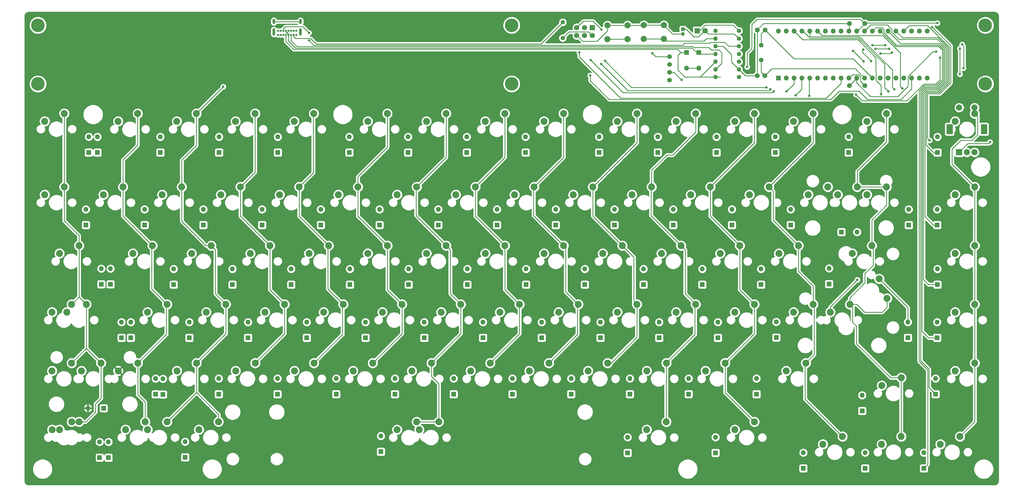
<source format=gbr>
%TF.GenerationSoftware,KiCad,Pcbnew,(5.1.9)-1*%
%TF.CreationDate,2021-10-03T12:51:29-04:00*%
%TF.ProjectId,LCK75,4c434b37-352e-46b6-9963-61645f706362,rev?*%
%TF.SameCoordinates,Original*%
%TF.FileFunction,Copper,L2,Bot*%
%TF.FilePolarity,Positive*%
%FSLAX46Y46*%
G04 Gerber Fmt 4.6, Leading zero omitted, Abs format (unit mm)*
G04 Created by KiCad (PCBNEW (5.1.9)-1) date 2021-10-03 12:51:29*
%MOMM*%
%LPD*%
G01*
G04 APERTURE LIST*
%TA.AperFunction,ComponentPad*%
%ADD10C,1.600000*%
%TD*%
%TA.AperFunction,ComponentPad*%
%ADD11C,4.400000*%
%TD*%
%TA.AperFunction,ComponentPad*%
%ADD12C,1.524000*%
%TD*%
%TA.AperFunction,ComponentPad*%
%ADD13C,2.250000*%
%TD*%
%TA.AperFunction,ComponentPad*%
%ADD14C,2.000000*%
%TD*%
%TA.AperFunction,ComponentPad*%
%ADD15C,1.200000*%
%TD*%
%TA.AperFunction,ComponentPad*%
%ADD16R,1.200000X1.200000*%
%TD*%
%TA.AperFunction,ComponentPad*%
%ADD17C,1.400000*%
%TD*%
%TA.AperFunction,ComponentPad*%
%ADD18C,1.700000*%
%TD*%
%TA.AperFunction,ComponentPad*%
%ADD19R,1.700000X1.700000*%
%TD*%
%TA.AperFunction,ComponentPad*%
%ADD20R,1.600000X1.600000*%
%TD*%
%TA.AperFunction,ComponentPad*%
%ADD21O,1.600000X1.600000*%
%TD*%
%TA.AperFunction,ComponentPad*%
%ADD22O,1.400000X1.400000*%
%TD*%
%TA.AperFunction,ComponentPad*%
%ADD23R,1.800000X1.800000*%
%TD*%
%TA.AperFunction,ComponentPad*%
%ADD24C,1.800000*%
%TD*%
%TA.AperFunction,ComponentPad*%
%ADD25C,1.500000*%
%TD*%
%TA.AperFunction,ComponentPad*%
%ADD26R,2.000000X3.200000*%
%TD*%
%TA.AperFunction,ComponentPad*%
%ADD27R,2.000000X2.000000*%
%TD*%
%TA.AperFunction,ComponentPad*%
%ADD28C,0.700000*%
%TD*%
%TA.AperFunction,ComponentPad*%
%ADD29O,0.900000X2.400000*%
%TD*%
%TA.AperFunction,ComponentPad*%
%ADD30O,0.900000X1.700000*%
%TD*%
%TA.AperFunction,ViaPad*%
%ADD31C,0.800000*%
%TD*%
%TA.AperFunction,Conductor*%
%ADD32C,0.250000*%
%TD*%
%TA.AperFunction,Conductor*%
%ADD33C,0.254000*%
%TD*%
%TA.AperFunction,Conductor*%
%ADD34C,0.100000*%
%TD*%
G04 APERTURE END LIST*
D10*
%TO.P,C5,1*%
%TO.N,oledVCC*%
X260368800Y-21765700D03*
%TO.P,C5,2*%
%TO.N,EC11-GND*%
X255368800Y-21765700D03*
%TD*%
D11*
%TO.P,REF\u002A\u002A,1*%
%TO.N,N/C*%
X145813518Y-21155300D03*
%TD*%
%TO.P,REF\u002A\u002A,1*%
%TO.N,N/C*%
X145813518Y-2155300D03*
%TD*%
%TO.P,REF\u002A\u002A,1*%
%TO.N,N/C*%
X299448868Y-21155300D03*
%TD*%
%TO.P,REF\u002A\u002A,1*%
%TO.N,N/C*%
X-7826482Y-21155300D03*
%TD*%
%TO.P,REF\u002A\u002A,1*%
%TO.N,N/C*%
X-7826482Y-2155300D03*
%TD*%
%TO.P,REF\u002A\u002A,1*%
%TO.N,N/C*%
X299448868Y-2155300D03*
%TD*%
D12*
%TO.P,SSD1306,4*%
%TO.N,EC11-GND*%
X197078900Y-12288500D03*
%TO.P,SSD1306,3*%
%TO.N,oledVCC*%
X197078900Y-14828500D03*
%TO.P,SSD1306,2*%
%TO.N,oledSCL*%
X197078900Y-17368500D03*
%TO.P,SSD1306,1*%
%TO.N,oledSDA*%
X197078900Y-19908500D03*
%TD*%
D13*
%TO.P,SW81,2*%
%TO.N,col6*%
X115017000Y-130785000D03*
%TO.P,SW81,1*%
%TO.N,Net-(D77-Pad2)*%
X108667000Y-133325000D03*
%TD*%
D14*
%TO.P,SW87,2*%
%TO.N,boot*%
X176910500Y-6684800D03*
%TO.P,SW87,1*%
%TO.N,EC11-GND*%
X176910500Y-2184800D03*
%TO.P,SW87,2*%
%TO.N,boot*%
X183410500Y-6684800D03*
%TO.P,SW87,1*%
%TO.N,EC11-GND*%
X183410500Y-2184800D03*
%TD*%
D13*
%TO.P,SW90,2*%
%TO.N,col6*%
X122167000Y-130772000D03*
%TO.P,SW90,1*%
%TO.N,Net-(D77-Pad2)*%
X115817000Y-133312000D03*
%TD*%
D14*
%TO.P,SW91,2*%
%TO.N,reset*%
X188683400Y-6608600D03*
%TO.P,SW91,1*%
%TO.N,EC11-GND*%
X188683400Y-2108600D03*
%TO.P,SW91,2*%
%TO.N,reset*%
X195183400Y-6608600D03*
%TO.P,SW91,1*%
%TO.N,EC11-GND*%
X195183400Y-2108600D03*
%TD*%
D15*
%TO.P,C3,2*%
%TO.N,EC11-GND*%
X201377300Y-4929400D03*
D16*
%TO.P,C3,1*%
%TO.N,oledVCC*%
X201377300Y-3429400D03*
%TD*%
D10*
%TO.P,C2,1*%
%TO.N,Net-(C2-Pad1)*%
X227969200Y-18498200D03*
%TO.P,C2,2*%
%TO.N,EC11-GND*%
X225469200Y-18498200D03*
%TD*%
D17*
%TO.P,F1,1*%
%TO.N,oledVCC*%
X162388300Y-6284200D03*
%TO.P,F1,2*%
%TO.N,VCC*%
X162388300Y-1184200D03*
%TD*%
D10*
%TO.P,C1,1*%
%TO.N,Net-(C1-Pad1)*%
X228007300Y-3664600D03*
%TO.P,C1,2*%
%TO.N,EC11-GND*%
X225507300Y-3664600D03*
%TD*%
D18*
%TO.P,J1,6*%
%TO.N,EC11-GND*%
X166934900Y-5461400D03*
%TO.P,J1,5*%
%TO.N,reset*%
X166934900Y-2921400D03*
%TO.P,J1,4*%
%TO.N,MOSI*%
X169474900Y-5461400D03*
%TO.P,J1,3*%
%TO.N,SCK*%
X169474900Y-2921400D03*
%TO.P,J1,2*%
%TO.N,oledVCC*%
X172014900Y-5461400D03*
D19*
%TO.P,J1,1*%
%TO.N,MISO*%
X172014900Y-2921400D03*
%TD*%
D20*
%TO.P,D83,1*%
%TO.N,Net-(D83-Pad1)*%
X202568300Y-10960500D03*
D21*
%TO.P,D83,2*%
%TO.N,EC11-GND*%
X202568300Y-16040500D03*
%TD*%
D20*
%TO.P,D84,1*%
%TO.N,Net-(D84-Pad1)*%
X206568300Y-10960500D03*
D21*
%TO.P,D84,2*%
%TO.N,EC11-GND*%
X206568300Y-16040500D03*
%TD*%
D10*
%TO.P,C4,2*%
%TO.N,EC11-GND*%
X255394200Y-1603900D03*
%TO.P,C4,1*%
%TO.N,oledVCC*%
X260394200Y-1603900D03*
%TD*%
D22*
%TO.P,R1,2*%
%TO.N,Net-(D83-Pad1)*%
X211918300Y-18962500D03*
D17*
%TO.P,R1,1*%
%TO.N,oledVCC*%
X219538300Y-18962500D03*
%TD*%
D23*
%TO.P,LED1,1*%
%TO.N,Net-(LED1-Pad1)*%
X206000100Y-3950100D03*
D24*
%TO.P,LED1,2*%
%TO.N,oledVCC*%
X208540100Y-3950100D03*
%TD*%
D13*
%TO.P,SW6,1*%
%TO.N,Net-(D6-Pad2)*%
X99142000Y-33312500D03*
%TO.P,SW6,2*%
%TO.N,col5*%
X105492000Y-30772500D03*
%TD*%
%TO.P,SW83,1*%
%TO.N,Net-(D79-Pad2)*%
X218211000Y-133312000D03*
%TO.P,SW83,2*%
%TO.N,col11*%
X224561000Y-130772000D03*
%TD*%
%TO.P,SW89,1*%
%TO.N,Net-(D76-Pad2)*%
X27733400Y-133290000D03*
%TO.P,SW89,2*%
%TO.N,col2*%
X34083400Y-130750000D03*
%TD*%
%TO.P,SW80,1*%
%TO.N,Net-(D76-Pad2)*%
X44399500Y-133290000D03*
%TO.P,SW80,2*%
%TO.N,col2*%
X50749500Y-130750000D03*
%TD*%
D20*
%TO.P,U1,1*%
%TO.N,col1*%
X232378000Y-19266300D03*
D21*
%TO.P,U1,21*%
%TO.N,col13*%
X280638000Y-4026300D03*
%TO.P,U1,2*%
%TO.N,col3*%
X234918000Y-19266300D03*
%TO.P,U1,22*%
%TO.N,oledSCL*%
X278098000Y-4026300D03*
%TO.P,U1,3*%
%TO.N,col5*%
X237458000Y-19266300D03*
%TO.P,U1,23*%
%TO.N,oledSDA*%
X275558000Y-4026300D03*
%TO.P,U1,4*%
%TO.N,col7*%
X239998000Y-19266300D03*
%TO.P,U1,24*%
%TO.N,row0*%
X273018000Y-4026300D03*
%TO.P,U1,5*%
%TO.N,col9*%
X242538000Y-19266300D03*
%TO.P,U1,25*%
%TO.N,row1*%
X270478000Y-4026300D03*
%TO.P,U1,6*%
%TO.N,MOSI*%
X245078000Y-19266300D03*
%TO.P,U1,26*%
%TO.N,row3*%
X267938000Y-4026300D03*
%TO.P,U1,7*%
%TO.N,MISO*%
X247618000Y-19266300D03*
%TO.P,U1,27*%
%TO.N,row5*%
X265398000Y-4026300D03*
%TO.P,U1,8*%
%TO.N,SCK*%
X250158000Y-19266300D03*
%TO.P,U1,28*%
%TO.N,row4*%
X262858000Y-4026300D03*
%TO.P,U1,9*%
%TO.N,reset*%
X252698000Y-19266300D03*
%TO.P,U1,29*%
%TO.N,row2*%
X260318000Y-4026300D03*
%TO.P,U1,10*%
%TO.N,oledVCC*%
X255238000Y-19266300D03*
%TO.P,U1,30*%
X257778000Y-4026300D03*
%TO.P,U1,11*%
%TO.N,EC11-GND*%
X257778000Y-19266300D03*
%TO.P,U1,31*%
X255238000Y-4026300D03*
%TO.P,U1,12*%
%TO.N,Net-(C2-Pad1)*%
X260318000Y-19266300D03*
%TO.P,U1,32*%
%TO.N,Net-(U1-Pad32)*%
X252698000Y-4026300D03*
%TO.P,U1,13*%
%TO.N,Net-(C1-Pad1)*%
X262858000Y-19266300D03*
%TO.P,U1,33*%
%TO.N,col12*%
X250158000Y-4026300D03*
%TO.P,U1,14*%
%TO.N,EC11-A*%
X265398000Y-19266300D03*
%TO.P,U1,34*%
%TO.N,col11*%
X247618000Y-4026300D03*
%TO.P,U1,15*%
%TO.N,EC11-B*%
X267938000Y-19266300D03*
%TO.P,U1,35*%
%TO.N,col10*%
X245078000Y-4026300D03*
%TO.P,U1,16*%
%TO.N,D+*%
X270478000Y-19266300D03*
%TO.P,U1,36*%
%TO.N,col8*%
X242538000Y-4026300D03*
%TO.P,U1,17*%
%TO.N,D-*%
X273018000Y-19266300D03*
%TO.P,U1,37*%
%TO.N,col6*%
X239998000Y-4026300D03*
%TO.P,U1,18*%
%TO.N,boot*%
X275558000Y-19266300D03*
%TO.P,U1,38*%
%TO.N,col4*%
X237458000Y-4026300D03*
%TO.P,U1,19*%
%TO.N,col15*%
X278098000Y-19266300D03*
%TO.P,U1,39*%
%TO.N,col2*%
X234918000Y-4026300D03*
%TO.P,U1,20*%
%TO.N,col14*%
X280638000Y-19266300D03*
%TO.P,U1,40*%
%TO.N,col0*%
X232378000Y-4026300D03*
%TD*%
D13*
%TO.P,SW79,1*%
%TO.N,Net-(D75-Pad2)*%
X20588400Y-133290000D03*
%TO.P,SW79,2*%
%TO.N,col1*%
X26938400Y-130750000D03*
%TD*%
%TO.P,SW78,1*%
%TO.N,Net-(D74-Pad2)*%
X-3222700Y-133290000D03*
%TO.P,SW78,2*%
%TO.N,col0*%
X3127300Y-130750000D03*
%TD*%
%TO.P,SW26,2*%
%TO.N,col10*%
X191230000Y-54559400D03*
%TO.P,SW26,1*%
%TO.N,Net-(D26-Pad2)*%
X184880000Y-57099400D03*
%TD*%
%TO.P,SW63,1*%
%TO.N,Net-(D59-Pad2)*%
X6286000Y-114249000D03*
%TO.P,SW63,2*%
%TO.N,col0*%
X12636000Y-111709000D03*
%TD*%
%TO.P,SW60,1*%
%TO.N,Net-(D85-Pad2)*%
X249174000Y-95199000D03*
%TO.P,SW60,2*%
%TO.N,col14*%
X255524000Y-92659000D03*
%TD*%
%TO.P,SW31,1*%
%TO.N,Net-(D31-Pad2)*%
X-857500Y-76149400D03*
%TO.P,SW31,2*%
%TO.N,col0*%
X5492500Y-73609400D03*
%TD*%
%TO.P,SW88,1*%
%TO.N,Net-(D74-Pad2)*%
X-841500Y-133290000D03*
%TO.P,SW88,2*%
%TO.N,col0*%
X5508500Y-130750000D03*
%TD*%
%TO.P,SW61,1*%
%TO.N,Net-(D58-Pad2)*%
X289655000Y-95199000D03*
%TO.P,SW61,2*%
%TO.N,col15*%
X296005000Y-92659000D03*
%TD*%
D25*
%TO.P,Y1,2*%
%TO.N,Net-(C2-Pad1)*%
X226777300Y-13446800D03*
%TO.P,Y1,1*%
%TO.N,Net-(C1-Pad1)*%
X226777300Y-8566800D03*
%TD*%
D13*
%TO.P,SW86,2*%
%TO.N,col15*%
X291236000Y-135535000D03*
%TO.P,SW86,1*%
%TO.N,Net-(D82-Pad2)*%
X284886000Y-138075000D03*
%TD*%
%TO.P,SW84,1*%
%TO.N,Net-(D80-Pad2)*%
X246786000Y-138075000D03*
%TO.P,SW84,2*%
%TO.N,col12*%
X253136000Y-135535000D03*
%TD*%
%TO.P,SW85,1*%
%TO.N,Net-(D81-Pad2)*%
X265836000Y-138075000D03*
%TO.P,SW85,2*%
%TO.N,col14*%
X272186000Y-135535000D03*
%TD*%
%TO.P,SW15,1*%
%TO.N,Net-(D15-Pad2)*%
X289650000Y-33312500D03*
%TO.P,SW15,2*%
%TO.N,col15*%
X296000000Y-30772500D03*
%TD*%
%TO.P,SW82,1*%
%TO.N,Net-(D78-Pad2)*%
X189636000Y-133312000D03*
%TO.P,SW82,2*%
%TO.N,col10*%
X195986000Y-130772000D03*
%TD*%
%TO.P,SW8,1*%
%TO.N,Net-(D8-Pad2)*%
X137242000Y-33312500D03*
%TO.P,SW8,2*%
%TO.N,col7*%
X143592000Y-30772500D03*
%TD*%
D22*
%TO.P,R7,2*%
%TO.N,EC11-GND*%
X211918300Y-3962500D03*
D17*
%TO.P,R7,1*%
%TO.N,Net-(LED1-Pad1)*%
X219538300Y-3962500D03*
%TD*%
D22*
%TO.P,R6,2*%
%TO.N,reset*%
X211918300Y-6462500D03*
D17*
%TO.P,R6,1*%
%TO.N,oledVCC*%
X219538300Y-6462500D03*
%TD*%
D22*
%TO.P,R5,2*%
%TO.N,EC11-GND*%
X211918300Y-8962500D03*
D17*
%TO.P,R5,1*%
%TO.N,Net-(R5-Pad1)*%
X219538300Y-8962500D03*
%TD*%
D22*
%TO.P,R4,2*%
%TO.N,Net-(D84-Pad1)*%
X211918300Y-11462500D03*
D17*
%TO.P,R4,1*%
%TO.N,D+*%
X219538300Y-11462500D03*
%TD*%
D13*
%TO.P,SW33,1*%
%TO.N,Net-(D33-Pad2)*%
X42005000Y-76149400D03*
%TO.P,SW33,2*%
%TO.N,col2*%
X48355000Y-73609400D03*
%TD*%
%TO.P,SW12,1*%
%TO.N,Net-(D12-Pad2)*%
X218204000Y-33312500D03*
%TO.P,SW12,2*%
%TO.N,col11*%
X224554000Y-30772500D03*
%TD*%
D22*
%TO.P,R3,2*%
%TO.N,Net-(D83-Pad1)*%
X211918300Y-13962500D03*
D17*
%TO.P,R3,1*%
%TO.N,D-*%
X219538300Y-13962500D03*
%TD*%
D13*
%TO.P,SW25,1*%
%TO.N,Net-(D25-Pad2)*%
X165830000Y-57099400D03*
%TO.P,SW25,2*%
%TO.N,col9*%
X172180000Y-54559400D03*
%TD*%
D22*
%TO.P,R2,2*%
%TO.N,Net-(R2-Pad2)*%
X211918300Y-16462500D03*
D17*
%TO.P,R2,1*%
%TO.N,EC11-GND*%
X219538300Y-16462500D03*
%TD*%
D13*
%TO.P,SW18,1*%
%TO.N,Net-(D18-Pad2)*%
X32480000Y-57099400D03*
%TO.P,SW18,2*%
%TO.N,col2*%
X38830000Y-54559400D03*
%TD*%
%TO.P,SW7,1*%
%TO.N,Net-(D7-Pad2)*%
X118192000Y-33312500D03*
%TO.P,SW7,2*%
%TO.N,col6*%
X124542000Y-30772500D03*
%TD*%
%TO.P,SW5,1*%
%TO.N,Net-(D5-Pad2)*%
X75329800Y-33312500D03*
%TO.P,SW5,2*%
%TO.N,col4*%
X81679800Y-30772500D03*
%TD*%
%TO.P,SW2,1*%
%TO.N,Net-(D2-Pad2)*%
X18179800Y-33312500D03*
%TO.P,SW2,2*%
%TO.N,col1*%
X24529800Y-30772500D03*
%TD*%
%TO.P,SW19,1*%
%TO.N,Net-(D19-Pad2)*%
X51530000Y-57099400D03*
%TO.P,SW19,2*%
%TO.N,col3*%
X57880000Y-54559400D03*
%TD*%
%TO.P,SW11,1*%
%TO.N,Net-(D11-Pad2)*%
X199154000Y-33312500D03*
%TO.P,SW11,2*%
%TO.N,col10*%
X205504000Y-30772500D03*
%TD*%
%TO.P,SW10,1*%
%TO.N,Net-(D10-Pad2)*%
X180104000Y-33312500D03*
%TO.P,SW10,2*%
%TO.N,col9*%
X186454000Y-30772500D03*
%TD*%
%TO.P,SW3,1*%
%TO.N,Net-(D3-Pad2)*%
X37229800Y-33312500D03*
%TO.P,SW3,2*%
%TO.N,col2*%
X43579800Y-30772500D03*
%TD*%
%TO.P,SW34,1*%
%TO.N,Net-(D34-Pad2)*%
X61055000Y-76149400D03*
%TO.P,SW34,2*%
%TO.N,col3*%
X67405000Y-73609400D03*
%TD*%
%TO.P,SW22,1*%
%TO.N,Net-(D22-Pad2)*%
X108680000Y-57099400D03*
%TO.P,SW22,2*%
%TO.N,col6*%
X115030000Y-54559400D03*
%TD*%
%TO.P,SW16,1*%
%TO.N,Net-(D16-Pad2)*%
X-5620000Y-57099400D03*
%TO.P,SW16,2*%
%TO.N,col0*%
X730000Y-54559400D03*
%TD*%
%TO.P,SW23,1*%
%TO.N,Net-(D23-Pad2)*%
X127730000Y-57099400D03*
%TO.P,SW23,2*%
%TO.N,col7*%
X134080000Y-54559400D03*
%TD*%
%TO.P,SW14,1*%
%TO.N,Net-(D14-Pad2)*%
X261075000Y-33312500D03*
%TO.P,SW14,2*%
%TO.N,col14*%
X267425000Y-30772500D03*
%TD*%
%TO.P,SW30,1*%
%TO.N,Net-(D30-Pad2)*%
X289655000Y-57099400D03*
%TO.P,SW30,2*%
%TO.N,col15*%
X296005000Y-54559400D03*
%TD*%
%TO.P,SW21,1*%
%TO.N,Net-(D21-Pad2)*%
X89630000Y-57099400D03*
%TO.P,SW21,2*%
%TO.N,col5*%
X95980000Y-54559400D03*
%TD*%
%TO.P,SW20,1*%
%TO.N,Net-(D20-Pad2)*%
X70580000Y-57099400D03*
%TO.P,SW20,2*%
%TO.N,col4*%
X76930000Y-54559400D03*
%TD*%
%TO.P,SW17,1*%
%TO.N,Net-(D17-Pad2)*%
X13430000Y-57099400D03*
%TO.P,SW17,2*%
%TO.N,col1*%
X19780000Y-54559400D03*
%TD*%
%TO.P,SW9,1*%
%TO.N,Net-(D9-Pad2)*%
X156292000Y-33312500D03*
%TO.P,SW9,2*%
%TO.N,col8*%
X162642000Y-30772500D03*
%TD*%
%TO.P,SW29,1*%
%TO.N,Net-(D29-Pad2)*%
X251555000Y-57099400D03*
%TO.P,SW29,2*%
%TO.N,col14*%
X257905000Y-54559400D03*
%TD*%
%TO.P,SW28,1*%
%TO.N,Net-(D28-Pad2)*%
X222980000Y-57099400D03*
%TO.P,SW28,2*%
%TO.N,col12*%
X229330000Y-54559400D03*
%TD*%
%TO.P,SW27,1*%
%TO.N,Net-(D27-Pad2)*%
X203930000Y-57099400D03*
%TO.P,SW27,2*%
%TO.N,col11*%
X210280000Y-54559400D03*
%TD*%
%TO.P,SW4,1*%
%TO.N,Net-(D4-Pad2)*%
X56279800Y-33312500D03*
%TO.P,SW4,2*%
%TO.N,col3*%
X62629800Y-30772500D03*
%TD*%
%TO.P,SW1,2*%
%TO.N,col0*%
X730000Y-30747100D03*
%TO.P,SW1,1*%
%TO.N,Net-(D1-Pad2)*%
X-5620000Y-33287100D03*
%TD*%
%TO.P,SW24,1*%
%TO.N,Net-(D24-Pad2)*%
X146780000Y-57099400D03*
%TO.P,SW24,2*%
%TO.N,col8*%
X153130000Y-54559400D03*
%TD*%
%TO.P,SW13,1*%
%TO.N,Net-(D13-Pad2)*%
X237254000Y-33312500D03*
%TO.P,SW13,2*%
%TO.N,col12*%
X243604000Y-30772500D03*
%TD*%
%TO.P,SW32,1*%
%TO.N,Net-(D32-Pad2)*%
X22955000Y-76149400D03*
%TO.P,SW32,2*%
%TO.N,col1*%
X29305000Y-73609400D03*
%TD*%
%TO.P,SW69,2*%
%TO.N,col6*%
X119793000Y-111709000D03*
%TO.P,SW69,1*%
%TO.N,Net-(D65-Pad2)*%
X113443000Y-114249000D03*
%TD*%
%TO.P,SW76,1*%
%TO.N,Net-(D72-Pad2)*%
X289656000Y-114249000D03*
%TO.P,SW76,2*%
%TO.N,col15*%
X296006000Y-111709000D03*
%TD*%
%TO.P,SW66,1*%
%TO.N,Net-(D62-Pad2)*%
X56292600Y-114249000D03*
%TO.P,SW66,2*%
%TO.N,col3*%
X62642600Y-111709000D03*
%TD*%
%TO.P,SW65,1*%
%TO.N,Net-(D61-Pad2)*%
X37242600Y-114249000D03*
%TO.P,SW65,2*%
%TO.N,col2*%
X43592600Y-111709000D03*
%TD*%
%TO.P,SW77,1*%
%TO.N,Net-(D73-Pad2)*%
X265843000Y-119012000D03*
%TO.P,SW77,2*%
%TO.N,col14*%
X272193000Y-116472000D03*
%TD*%
%TO.P,SW57,1*%
%TO.N,Net-(D55-Pad2)*%
X199168000Y-95199000D03*
%TO.P,SW57,2*%
%TO.N,col10*%
X205518000Y-92659000D03*
%TD*%
%TO.P,SW51,1*%
%TO.N,Net-(D49-Pad2)*%
X84867600Y-95199000D03*
%TO.P,SW51,2*%
%TO.N,col4*%
X91217600Y-92659000D03*
%TD*%
%TO.P,SW38,1*%
%TO.N,Net-(D38-Pad2)*%
X137255000Y-76149400D03*
%TO.P,SW38,2*%
%TO.N,col7*%
X143605000Y-73609400D03*
%TD*%
%TO.P,SW47,1*%
%TO.N,Net-(D45-Pad2)*%
X1523700Y-95199000D03*
%TO.P,SW47,2*%
%TO.N,col0*%
X7873700Y-92659000D03*
%TD*%
%TO.P,SW71,1*%
%TO.N,Net-(D67-Pad2)*%
X151543000Y-114249000D03*
%TO.P,SW71,2*%
%TO.N,col8*%
X157893000Y-111709000D03*
%TD*%
%TO.P,SW68,1*%
%TO.N,Net-(D64-Pad2)*%
X94393000Y-114249000D03*
%TO.P,SW68,2*%
%TO.N,col5*%
X100743000Y-111709000D03*
%TD*%
%TO.P,SW39,1*%
%TO.N,Net-(D39-Pad2)*%
X156305000Y-76149400D03*
%TO.P,SW39,2*%
%TO.N,col8*%
X162655000Y-73609400D03*
%TD*%
%TO.P,SW46,1*%
%TO.N,Net-(D45-Pad2)*%
X-3238700Y-95199000D03*
%TO.P,SW46,2*%
%TO.N,col0*%
X3111300Y-92659000D03*
%TD*%
%TO.P,SW37,1*%
%TO.N,Net-(D37-Pad2)*%
X118205000Y-76149400D03*
%TO.P,SW37,2*%
%TO.N,col6*%
X124555000Y-73609400D03*
%TD*%
%TO.P,SW58,1*%
%TO.N,Net-(D56-Pad2)*%
X218218000Y-95199000D03*
%TO.P,SW58,2*%
%TO.N,col11*%
X224568000Y-92659000D03*
%TD*%
%TO.P,SW75,1*%
%TO.N,Net-(D71-Pad2)*%
X234887000Y-114249000D03*
%TO.P,SW75,2*%
%TO.N,col12*%
X241237000Y-111709000D03*
%TD*%
%TO.P,SW55,1*%
%TO.N,Net-(D53-Pad2)*%
X161068000Y-95199000D03*
%TO.P,SW55,2*%
%TO.N,col8*%
X167418000Y-92659000D03*
%TD*%
%TO.P,SW52,1*%
%TO.N,Net-(D50-Pad2)*%
X103918000Y-95199000D03*
%TO.P,SW52,2*%
%TO.N,col5*%
X110268000Y-92659000D03*
%TD*%
%TO.P,SW49,1*%
%TO.N,Net-(D47-Pad2)*%
X46767600Y-95199000D03*
%TO.P,SW49,2*%
%TO.N,col2*%
X53117600Y-92659000D03*
%TD*%
%TO.P,SW72,1*%
%TO.N,Net-(D68-Pad2)*%
X170593000Y-114249000D03*
%TO.P,SW72,2*%
%TO.N,col9*%
X176943000Y-111709000D03*
%TD*%
%TO.P,SW41,1*%
%TO.N,Net-(D41-Pad2)*%
X194405000Y-76149400D03*
%TO.P,SW41,2*%
%TO.N,col10*%
X200755000Y-73609400D03*
%TD*%
%TO.P,SW74,1*%
%TO.N,Net-(D70-Pad2)*%
X208693000Y-114249000D03*
%TO.P,SW74,2*%
%TO.N,col11*%
X215043000Y-111709000D03*
%TD*%
%TO.P,SW54,1*%
%TO.N,Net-(D52-Pad2)*%
X142018000Y-95199000D03*
%TO.P,SW54,2*%
%TO.N,col7*%
X148368000Y-92659000D03*
%TD*%
%TO.P,SW48,1*%
%TO.N,Net-(D46-Pad2)*%
X27717600Y-95199000D03*
%TO.P,SW48,2*%
%TO.N,col1*%
X34067600Y-92659000D03*
%TD*%
%TO.P,SW36,1*%
%TO.N,Net-(D36-Pad2)*%
X99155000Y-76149400D03*
%TO.P,SW36,2*%
%TO.N,col5*%
X105505000Y-73609400D03*
%TD*%
%TO.P,SW73,1*%
%TO.N,Net-(D69-Pad2)*%
X189643000Y-114249000D03*
%TO.P,SW73,2*%
%TO.N,col10*%
X195993000Y-111709000D03*
%TD*%
%TO.P,SW35,1*%
%TO.N,Net-(D35-Pad2)*%
X80105000Y-76149400D03*
%TO.P,SW35,2*%
%TO.N,col4*%
X86455000Y-73609400D03*
%TD*%
%TO.P,SW67,1*%
%TO.N,Net-(D63-Pad2)*%
X75342600Y-114249000D03*
%TO.P,SW67,2*%
%TO.N,col4*%
X81692600Y-111709000D03*
%TD*%
%TO.P,SW70,2*%
%TO.N,col7*%
X138843000Y-111709000D03*
%TO.P,SW70,1*%
%TO.N,Net-(D66-Pad2)*%
X132493000Y-114249000D03*
%TD*%
%TO.P,SW50,1*%
%TO.N,Net-(D48-Pad2)*%
X65817600Y-95199000D03*
%TO.P,SW50,2*%
%TO.N,col3*%
X72167600Y-92659000D03*
%TD*%
%TO.P,SW53,1*%
%TO.N,Net-(D51-Pad2)*%
X122968000Y-95199000D03*
%TO.P,SW53,2*%
%TO.N,col6*%
X129318000Y-92659000D03*
%TD*%
%TO.P,SW45,1*%
%TO.N,Net-(D44-Pad2)*%
X289655000Y-76149400D03*
%TO.P,SW45,2*%
%TO.N,col15*%
X296005000Y-73609400D03*
%TD*%
%TO.P,SW43,1*%
%TO.N,Net-(D43-Pad2)*%
X232505000Y-76149400D03*
%TO.P,SW43,2*%
%TO.N,col12*%
X238855000Y-73609400D03*
%TD*%
%TO.P,SW42,1*%
%TO.N,Net-(D42-Pad2)*%
X213455000Y-76149400D03*
%TO.P,SW42,2*%
%TO.N,col11*%
X219805000Y-73609400D03*
%TD*%
%TO.P,SW56,1*%
%TO.N,Net-(D54-Pad2)*%
X180118000Y-95199000D03*
%TO.P,SW56,2*%
%TO.N,col9*%
X186468000Y-92659000D03*
%TD*%
%TO.P,SW40,1*%
%TO.N,Net-(D40-Pad2)*%
X175355000Y-76149400D03*
%TO.P,SW40,2*%
%TO.N,col9*%
X181705000Y-73609400D03*
%TD*%
D14*
%TO.P,SW93,S1*%
%TO.N,col15*%
X295971200Y-28851500D03*
%TO.P,SW93,S2*%
%TO.N,Net-(D15-Pad2)*%
X290971200Y-28851500D03*
D26*
%TO.P,SW93,MP*%
%TO.N,N/C*%
X299071200Y-35851500D03*
X287871200Y-35851500D03*
D14*
%TO.P,SW93,B*%
%TO.N,EC11-B*%
X295971200Y-43351500D03*
%TO.P,SW93,C*%
%TO.N,EC11-GND*%
X293471200Y-43351500D03*
D27*
%TO.P,SW93,A*%
%TO.N,EC11-A*%
X290971200Y-43351500D03*
%TD*%
D13*
%TO.P,SW44,1*%
%TO.N,Net-(D91-Pad2)*%
X256317000Y-76149400D03*
%TO.P,SW44,2*%
%TO.N,col14*%
X262667000Y-73609400D03*
%TD*%
%TO.P,SW59,1*%
%TO.N,Net-(D57-Pad2)*%
X237268000Y-95199000D03*
%TO.P,SW59,2*%
%TO.N,col12*%
X243618000Y-92659000D03*
%TD*%
%TO.P,SW62,1*%
%TO.N,Net-(D59-Pad2)*%
X-3238700Y-114249000D03*
%TO.P,SW62,2*%
%TO.N,col0*%
X3111300Y-111709000D03*
%TD*%
%TO.P,SW64,1*%
%TO.N,Net-(D60-Pad2)*%
X18192300Y-114249000D03*
%TO.P,SW64,2*%
%TO.N,col1*%
X24542300Y-111709000D03*
%TD*%
%TO.P,SW92,2*%
%TO.N,col14*%
X267588400Y-90754400D03*
%TO.P,SW92,1*%
%TO.N,Net-(D85-Pad2)*%
X265048400Y-84404400D03*
%TD*%
%TO.P,SW94,1*%
%TO.N,Net-(D29-Pad2)*%
X261080000Y-57099400D03*
%TO.P,SW94,2*%
%TO.N,col14*%
X267430000Y-54559400D03*
%TD*%
%TO.P,SW96,1*%
%TO.N,Net-(D87-Pad2)*%
X242030000Y-57099400D03*
%TO.P,SW96,2*%
%TO.N,col13*%
X248380000Y-54559400D03*
%TD*%
D28*
%TO.P,USB1,A1*%
%TO.N,EC11-GND*%
X75998900Y-5298500D03*
%TO.P,USB1,A4*%
%TO.N,VCC*%
X75148900Y-5298500D03*
%TO.P,USB1,A5*%
%TO.N,Net-(R2-Pad2)*%
X74298900Y-5298500D03*
%TO.P,USB1,A6*%
%TO.N,Net-(D84-Pad1)*%
X73448900Y-5298500D03*
%TO.P,USB1,A7*%
%TO.N,Net-(D83-Pad1)*%
X72598900Y-5298500D03*
%TO.P,USB1,A8*%
%TO.N,Net-(USB1-PadA8)*%
X71748900Y-5298500D03*
%TO.P,USB1,A9*%
%TO.N,VCC*%
X70898900Y-5298500D03*
%TO.P,USB1,A12*%
%TO.N,Net-(USB1-PadA12)*%
X70048900Y-5298500D03*
%TO.P,USB1,B9*%
%TO.N,VCC*%
X75148900Y-3948500D03*
%TO.P,USB1,B7*%
%TO.N,Net-(D83-Pad1)*%
X73448900Y-3948500D03*
%TO.P,USB1,B8*%
%TO.N,Net-(USB1-PadB8)*%
X74298900Y-3948500D03*
%TO.P,USB1,B12*%
%TO.N,EC11-GND*%
X75998900Y-3948500D03*
%TO.P,USB1,B5*%
%TO.N,Net-(R5-Pad1)*%
X71748900Y-3948500D03*
%TO.P,USB1,B4*%
%TO.N,VCC*%
X70898900Y-3948500D03*
%TO.P,USB1,B1*%
%TO.N,EC11-GND*%
X70048900Y-3948500D03*
%TO.P,USB1,B6*%
%TO.N,Net-(D84-Pad1)*%
X72598900Y-3948500D03*
D29*
%TO.P,USB1,S1*%
%TO.N,EC11-GND*%
X77348900Y-4318500D03*
X68698900Y-4318500D03*
D30*
X77348900Y-938500D03*
X68698900Y-938500D03*
%TD*%
D21*
%TO.P,D1,2*%
%TO.N,Net-(D1-Pad2)*%
X8653900Y-38338500D03*
D20*
%TO.P,D1,1*%
%TO.N,row0*%
X8653900Y-43418500D03*
%TD*%
D21*
%TO.P,D2,2*%
%TO.N,Net-(D2-Pad2)*%
X11473700Y-38341000D03*
D20*
%TO.P,D2,1*%
%TO.N,row0*%
X11473700Y-43421000D03*
%TD*%
D21*
%TO.P,D3,2*%
%TO.N,Net-(D3-Pad2)*%
X31873700Y-38341000D03*
D20*
%TO.P,D3,1*%
%TO.N,row0*%
X31873700Y-43421000D03*
%TD*%
D21*
%TO.P,D4,2*%
%TO.N,Net-(D4-Pad2)*%
X50923700Y-38341000D03*
D20*
%TO.P,D4,1*%
%TO.N,row0*%
X50923700Y-43421000D03*
%TD*%
D21*
%TO.P,D5,2*%
%TO.N,Net-(D5-Pad2)*%
X69973700Y-38341000D03*
D20*
%TO.P,D5,1*%
%TO.N,row0*%
X69973700Y-43421000D03*
%TD*%
D21*
%TO.P,D6,2*%
%TO.N,Net-(D6-Pad2)*%
X93191700Y-38341000D03*
D20*
%TO.P,D6,1*%
%TO.N,row0*%
X93191700Y-43421000D03*
%TD*%
D21*
%TO.P,D7,2*%
%TO.N,Net-(D7-Pad2)*%
X112241700Y-38341000D03*
D20*
%TO.P,D7,1*%
%TO.N,row0*%
X112241700Y-43421000D03*
%TD*%
D21*
%TO.P,D8,2*%
%TO.N,Net-(D8-Pad2)*%
X131291700Y-38341000D03*
D20*
%TO.P,D8,1*%
%TO.N,row0*%
X131291700Y-43421000D03*
%TD*%
D21*
%TO.P,D9,2*%
%TO.N,Net-(D9-Pad2)*%
X150341700Y-38341000D03*
D20*
%TO.P,D9,1*%
%TO.N,row0*%
X150341700Y-43421000D03*
%TD*%
D21*
%TO.P,D10,2*%
%TO.N,Net-(D10-Pad2)*%
X174153700Y-38341000D03*
D20*
%TO.P,D10,1*%
%TO.N,row0*%
X174153700Y-43421000D03*
%TD*%
D21*
%TO.P,D11,2*%
%TO.N,Net-(D11-Pad2)*%
X193203700Y-38341000D03*
D20*
%TO.P,D11,1*%
%TO.N,row0*%
X193203700Y-43421000D03*
%TD*%
D21*
%TO.P,D12,2*%
%TO.N,Net-(D12-Pad2)*%
X212253700Y-38341000D03*
D20*
%TO.P,D12,1*%
%TO.N,row0*%
X212253700Y-43421000D03*
%TD*%
D21*
%TO.P,D13,2*%
%TO.N,Net-(D13-Pad2)*%
X231303700Y-38341000D03*
D20*
%TO.P,D13,1*%
%TO.N,row0*%
X231303700Y-43421000D03*
%TD*%
D21*
%TO.P,D14,2*%
%TO.N,Net-(D14-Pad2)*%
X255115700Y-38341000D03*
D20*
%TO.P,D14,1*%
%TO.N,row0*%
X255115700Y-43421000D03*
%TD*%
D21*
%TO.P,D15,2*%
%TO.N,Net-(D15-Pad2)*%
X283927700Y-38341000D03*
D20*
%TO.P,D15,1*%
%TO.N,row0*%
X283927700Y-43421000D03*
%TD*%
D21*
%TO.P,D16,2*%
%TO.N,Net-(D16-Pad2)*%
X7697600Y-61836700D03*
D20*
%TO.P,D16,1*%
%TO.N,row1*%
X7697600Y-66916700D03*
%TD*%
D21*
%TO.P,D17,2*%
%TO.N,Net-(D17-Pad2)*%
X26747600Y-61836700D03*
D20*
%TO.P,D17,1*%
%TO.N,row1*%
X26747600Y-66916700D03*
%TD*%
D21*
%TO.P,D18,2*%
%TO.N,Net-(D18-Pad2)*%
X45797600Y-61836700D03*
D20*
%TO.P,D18,1*%
%TO.N,row1*%
X45797600Y-66916700D03*
%TD*%
D21*
%TO.P,D19,2*%
%TO.N,Net-(D19-Pad2)*%
X64847600Y-61836700D03*
D20*
%TO.P,D19,1*%
%TO.N,row1*%
X64847600Y-66916700D03*
%TD*%
D21*
%TO.P,D20,2*%
%TO.N,Net-(D20-Pad2)*%
X83897600Y-61836700D03*
D20*
%TO.P,D20,1*%
%TO.N,row1*%
X83897600Y-66916700D03*
%TD*%
D21*
%TO.P,D21,2*%
%TO.N,Net-(D21-Pad2)*%
X102947600Y-61836700D03*
D20*
%TO.P,D21,1*%
%TO.N,row1*%
X102947600Y-66916700D03*
%TD*%
D21*
%TO.P,D22,2*%
%TO.N,Net-(D22-Pad2)*%
X121997600Y-61836700D03*
D20*
%TO.P,D22,1*%
%TO.N,row1*%
X121997600Y-66916700D03*
%TD*%
D21*
%TO.P,D23,2*%
%TO.N,Net-(D23-Pad2)*%
X141047600Y-61836700D03*
D20*
%TO.P,D23,1*%
%TO.N,row1*%
X141047600Y-66916700D03*
%TD*%
D21*
%TO.P,D24,2*%
%TO.N,Net-(D24-Pad2)*%
X160097600Y-61836700D03*
D20*
%TO.P,D24,1*%
%TO.N,row1*%
X160097600Y-66916700D03*
%TD*%
D21*
%TO.P,D25,2*%
%TO.N,Net-(D25-Pad2)*%
X179147600Y-61836700D03*
D20*
%TO.P,D25,1*%
%TO.N,row1*%
X179147600Y-66916700D03*
%TD*%
D21*
%TO.P,D26,2*%
%TO.N,Net-(D26-Pad2)*%
X198197600Y-61836700D03*
D20*
%TO.P,D26,1*%
%TO.N,row1*%
X198197600Y-66916700D03*
%TD*%
D21*
%TO.P,D27,2*%
%TO.N,Net-(D27-Pad2)*%
X217247600Y-61836700D03*
D20*
%TO.P,D27,1*%
%TO.N,row1*%
X217247600Y-66916700D03*
%TD*%
D21*
%TO.P,D28,2*%
%TO.N,Net-(D28-Pad2)*%
X236297600Y-61836700D03*
D20*
%TO.P,D28,1*%
%TO.N,row1*%
X236297600Y-66916700D03*
%TD*%
D21*
%TO.P,D29,2*%
%TO.N,Net-(D29-Pad2)*%
X274628900Y-61878500D03*
D20*
%TO.P,D29,1*%
%TO.N,row1*%
X274628900Y-66958500D03*
%TD*%
D21*
%TO.P,D30,2*%
%TO.N,Net-(D30-Pad2)*%
X283847600Y-61836700D03*
D20*
%TO.P,D30,1*%
%TO.N,row1*%
X283847600Y-66916700D03*
%TD*%
D21*
%TO.P,D31,2*%
%TO.N,Net-(D31-Pad2)*%
X12703900Y-81072600D03*
D20*
%TO.P,D31,1*%
%TO.N,row2*%
X12703900Y-86152600D03*
%TD*%
D21*
%TO.P,D32,2*%
%TO.N,Net-(D32-Pad2)*%
X15692600Y-81072600D03*
D20*
%TO.P,D32,1*%
%TO.N,row2*%
X15692600Y-86152600D03*
%TD*%
D21*
%TO.P,D33,2*%
%TO.N,Net-(D33-Pad2)*%
X36217600Y-81197600D03*
D20*
%TO.P,D33,1*%
%TO.N,row2*%
X36217600Y-86277600D03*
%TD*%
D21*
%TO.P,D34,2*%
%TO.N,Net-(D34-Pad2)*%
X55267600Y-81197600D03*
D20*
%TO.P,D34,1*%
%TO.N,row2*%
X55267600Y-86277600D03*
%TD*%
D21*
%TO.P,D35,2*%
%TO.N,Net-(D35-Pad2)*%
X74317600Y-81197600D03*
D20*
%TO.P,D35,1*%
%TO.N,row2*%
X74317600Y-86277600D03*
%TD*%
D21*
%TO.P,D36,2*%
%TO.N,Net-(D36-Pad2)*%
X93367600Y-81197600D03*
D20*
%TO.P,D36,1*%
%TO.N,row2*%
X93367600Y-86277600D03*
%TD*%
D21*
%TO.P,D37,2*%
%TO.N,Net-(D37-Pad2)*%
X112417600Y-81194800D03*
D20*
%TO.P,D37,1*%
%TO.N,row2*%
X112417600Y-86274800D03*
%TD*%
D21*
%TO.P,D38,2*%
%TO.N,Net-(D38-Pad2)*%
X131467600Y-81194800D03*
D20*
%TO.P,D38,1*%
%TO.N,row2*%
X131467600Y-86274800D03*
%TD*%
D21*
%TO.P,D39,2*%
%TO.N,Net-(D39-Pad2)*%
X150517600Y-81194800D03*
D20*
%TO.P,D39,1*%
%TO.N,row2*%
X150517600Y-86274800D03*
%TD*%
D21*
%TO.P,D40,2*%
%TO.N,Net-(D40-Pad2)*%
X169567600Y-81194800D03*
D20*
%TO.P,D40,1*%
%TO.N,row2*%
X169567600Y-86274800D03*
%TD*%
D21*
%TO.P,D41,2*%
%TO.N,Net-(D41-Pad2)*%
X188617600Y-81194800D03*
D20*
%TO.P,D41,1*%
%TO.N,row2*%
X188617600Y-86274800D03*
%TD*%
D21*
%TO.P,D42,2*%
%TO.N,Net-(D42-Pad2)*%
X207667600Y-81194800D03*
D20*
%TO.P,D42,1*%
%TO.N,row2*%
X207667600Y-86274800D03*
%TD*%
D21*
%TO.P,D43,2*%
%TO.N,Net-(D43-Pad2)*%
X226717600Y-81194800D03*
D20*
%TO.P,D43,1*%
%TO.N,row2*%
X226717600Y-86274800D03*
%TD*%
D21*
%TO.P,D44,2*%
%TO.N,Net-(D44-Pad2)*%
X283917600Y-81197600D03*
D20*
%TO.P,D44,1*%
%TO.N,row2*%
X283917600Y-86277600D03*
%TD*%
D21*
%TO.P,D45,2*%
%TO.N,Net-(D45-Pad2)*%
X19278900Y-98433500D03*
D20*
%TO.P,D45,1*%
%TO.N,row3*%
X19278900Y-103513500D03*
%TD*%
D21*
%TO.P,D46,2*%
%TO.N,Net-(D46-Pad2)*%
X22278900Y-98433500D03*
D20*
%TO.P,D46,1*%
%TO.N,row3*%
X22278900Y-103513500D03*
%TD*%
D21*
%TO.P,D47,2*%
%TO.N,Net-(D47-Pad2)*%
X41277800Y-98422100D03*
D20*
%TO.P,D47,1*%
%TO.N,row3*%
X41277800Y-103502100D03*
%TD*%
D21*
%TO.P,D48,2*%
%TO.N,Net-(D48-Pad2)*%
X60327800Y-98422100D03*
D20*
%TO.P,D48,1*%
%TO.N,row3*%
X60327800Y-103502100D03*
%TD*%
D21*
%TO.P,D49,2*%
%TO.N,Net-(D49-Pad2)*%
X79377800Y-98422100D03*
D20*
%TO.P,D49,1*%
%TO.N,row3*%
X79377800Y-103502100D03*
%TD*%
D21*
%TO.P,D50,2*%
%TO.N,Net-(D50-Pad2)*%
X98427800Y-98422100D03*
D20*
%TO.P,D50,1*%
%TO.N,row3*%
X98427800Y-103502100D03*
%TD*%
D21*
%TO.P,D51,2*%
%TO.N,Net-(D51-Pad2)*%
X117477800Y-98422100D03*
D20*
%TO.P,D51,1*%
%TO.N,row3*%
X117477800Y-103502100D03*
%TD*%
D21*
%TO.P,D52,2*%
%TO.N,Net-(D52-Pad2)*%
X136527800Y-98422100D03*
D20*
%TO.P,D52,1*%
%TO.N,row3*%
X136527800Y-103502100D03*
%TD*%
D21*
%TO.P,D53,2*%
%TO.N,Net-(D53-Pad2)*%
X155577800Y-98422100D03*
D20*
%TO.P,D53,1*%
%TO.N,row3*%
X155577800Y-103502100D03*
%TD*%
D21*
%TO.P,D54,2*%
%TO.N,Net-(D54-Pad2)*%
X174627800Y-98422100D03*
D20*
%TO.P,D54,1*%
%TO.N,row3*%
X174627800Y-103502100D03*
%TD*%
D21*
%TO.P,D55,2*%
%TO.N,Net-(D55-Pad2)*%
X193677800Y-98422100D03*
D20*
%TO.P,D55,1*%
%TO.N,row3*%
X193677800Y-103502100D03*
%TD*%
D21*
%TO.P,D56,2*%
%TO.N,Net-(D56-Pad2)*%
X212727800Y-98422100D03*
D20*
%TO.P,D56,1*%
%TO.N,row3*%
X212727800Y-103502100D03*
%TD*%
D21*
%TO.P,D57,2*%
%TO.N,Net-(D57-Pad2)*%
X231648900Y-98348500D03*
D20*
%TO.P,D57,1*%
%TO.N,row3*%
X231648900Y-103428500D03*
%TD*%
D21*
%TO.P,D58,2*%
%TO.N,Net-(D58-Pad2)*%
X283827800Y-98422100D03*
D20*
%TO.P,D58,1*%
%TO.N,row3*%
X283827800Y-103502100D03*
%TD*%
D21*
%TO.P,D59,2*%
%TO.N,Net-(D59-Pad2)*%
X30353900Y-116753500D03*
D20*
%TO.P,D59,1*%
%TO.N,row4*%
X30353900Y-121833500D03*
%TD*%
D21*
%TO.P,D60,2*%
%TO.N,Net-(D60-Pad2)*%
X8398900Y-126343500D03*
D20*
%TO.P,D60,1*%
%TO.N,row4*%
X13478900Y-126343500D03*
%TD*%
D21*
%TO.P,D61,2*%
%TO.N,Net-(D61-Pad2)*%
X32688900Y-116798500D03*
D20*
%TO.P,D61,1*%
%TO.N,row4*%
X32688900Y-121878500D03*
%TD*%
D21*
%TO.P,D62,2*%
%TO.N,Net-(D62-Pad2)*%
X50806100Y-116700700D03*
D20*
%TO.P,D62,1*%
%TO.N,row4*%
X50806100Y-121780700D03*
%TD*%
D21*
%TO.P,D63,2*%
%TO.N,Net-(D63-Pad2)*%
X69856100Y-116700700D03*
D20*
%TO.P,D63,1*%
%TO.N,row4*%
X69856100Y-121780700D03*
%TD*%
D21*
%TO.P,D64,2*%
%TO.N,Net-(D64-Pad2)*%
X88906100Y-116700700D03*
D20*
%TO.P,D64,1*%
%TO.N,row4*%
X88906100Y-121780700D03*
%TD*%
D21*
%TO.P,D65,2*%
%TO.N,Net-(D65-Pad2)*%
X107956100Y-116700700D03*
D20*
%TO.P,D65,1*%
%TO.N,row4*%
X107956100Y-121780700D03*
%TD*%
D21*
%TO.P,D66,2*%
%TO.N,Net-(D66-Pad2)*%
X127006100Y-116700700D03*
D20*
%TO.P,D66,1*%
%TO.N,row4*%
X127006100Y-121780700D03*
%TD*%
D21*
%TO.P,D67,2*%
%TO.N,Net-(D67-Pad2)*%
X146056100Y-116700700D03*
D20*
%TO.P,D67,1*%
%TO.N,row4*%
X146056100Y-121780700D03*
%TD*%
D21*
%TO.P,D68,2*%
%TO.N,Net-(D68-Pad2)*%
X165106100Y-116700700D03*
D20*
%TO.P,D68,1*%
%TO.N,row4*%
X165106100Y-121780700D03*
%TD*%
D21*
%TO.P,D69,2*%
%TO.N,Net-(D69-Pad2)*%
X184156100Y-116700700D03*
D20*
%TO.P,D69,1*%
%TO.N,row4*%
X184156100Y-121780700D03*
%TD*%
D21*
%TO.P,D70,2*%
%TO.N,Net-(D70-Pad2)*%
X203206100Y-116700700D03*
D20*
%TO.P,D70,1*%
%TO.N,row4*%
X203206100Y-121780700D03*
%TD*%
D21*
%TO.P,D71,2*%
%TO.N,Net-(D71-Pad2)*%
X225256100Y-116700700D03*
D20*
%TO.P,D71,1*%
%TO.N,row4*%
X225256100Y-121780700D03*
%TD*%
D21*
%TO.P,D73,2*%
%TO.N,Net-(D73-Pad2)*%
X259492500Y-122161700D03*
D20*
%TO.P,D73,1*%
%TO.N,row4*%
X259492500Y-127241700D03*
%TD*%
D21*
%TO.P,D74,2*%
%TO.N,Net-(D74-Pad2)*%
X12178900Y-137304800D03*
D20*
%TO.P,D74,1*%
%TO.N,row5*%
X12178900Y-142384800D03*
%TD*%
D21*
%TO.P,D75,2*%
%TO.N,Net-(D75-Pad2)*%
X15048900Y-137304800D03*
D20*
%TO.P,D75,1*%
%TO.N,row5*%
X15048900Y-142384800D03*
%TD*%
D21*
%TO.P,D76,2*%
%TO.N,Net-(D76-Pad2)*%
X39903900Y-137203500D03*
D20*
%TO.P,D76,1*%
%TO.N,row5*%
X39903900Y-142283500D03*
%TD*%
D21*
%TO.P,D77,2*%
%TO.N,Net-(D77-Pad2)*%
X103396800Y-135375800D03*
D20*
%TO.P,D77,1*%
%TO.N,row5*%
X103396800Y-140455800D03*
%TD*%
D21*
%TO.P,D78,2*%
%TO.N,Net-(D78-Pad2)*%
X183444900Y-135750700D03*
D20*
%TO.P,D78,1*%
%TO.N,row5*%
X183444900Y-140830700D03*
%TD*%
D21*
%TO.P,D79,2*%
%TO.N,Net-(D79-Pad2)*%
X211931000Y-135750700D03*
D20*
%TO.P,D79,1*%
%TO.N,row5*%
X211931000Y-140830700D03*
%TD*%
D21*
%TO.P,D80,2*%
%TO.N,Net-(D80-Pad2)*%
X240439200Y-140779900D03*
D20*
%TO.P,D80,1*%
%TO.N,row5*%
X240439200Y-145859900D03*
%TD*%
D21*
%TO.P,D81,2*%
%TO.N,Net-(D81-Pad2)*%
X260489200Y-140779900D03*
D20*
%TO.P,D81,1*%
%TO.N,row5*%
X260489200Y-145859900D03*
%TD*%
D21*
%TO.P,D82,2*%
%TO.N,Net-(D82-Pad2)*%
X279539200Y-140779900D03*
D20*
%TO.P,D82,1*%
%TO.N,row5*%
X279539200Y-145859900D03*
%TD*%
D21*
%TO.P,D85,2*%
%TO.N,Net-(D85-Pad2)*%
X274323900Y-98403500D03*
D20*
%TO.P,D85,1*%
%TO.N,row3*%
X274323900Y-103483500D03*
%TD*%
D21*
%TO.P,D87,2*%
%TO.N,Net-(D87-Pad2)*%
X257873900Y-69223500D03*
D20*
%TO.P,D87,1*%
%TO.N,row1*%
X252793900Y-69223500D03*
%TD*%
D21*
%TO.P,D91,2*%
%TO.N,Net-(D91-Pad2)*%
X248767600Y-81007600D03*
D20*
%TO.P,D91,1*%
%TO.N,row2*%
X248767600Y-86087600D03*
%TD*%
D21*
%TO.P,D72,2*%
%TO.N,Net-(D72-Pad2)*%
X283306100Y-116700700D03*
D20*
%TO.P,D72,1*%
%TO.N,row4*%
X283306100Y-121780700D03*
%TD*%
D31*
%TO.N,MISO*%
X228460050Y-22295250D03*
X176129700Y-13716400D03*
%TO.N,SCK*%
X174847000Y-14719700D03*
X229761800Y-22936600D03*
%TO.N,MOSI*%
X230866700Y-23571600D03*
X171519600Y-13424300D03*
%TO.N,reset*%
X167735000Y-10947800D03*
X174935900Y-3557398D03*
%TO.N,Net-(R5-Pad1)*%
X80093900Y-7093500D03*
X80093900Y-4605538D03*
%TO.N,col2*%
X52281150Y-22071150D03*
%TO.N,col4*%
X265588500Y-24549500D03*
%TO.N,col5*%
X235019600Y-23622400D03*
%TO.N,col6*%
X268026900Y-23597000D03*
%TO.N,col7*%
X237927900Y-24854300D03*
%TO.N,col8*%
X269906500Y-22949300D03*
%TO.N,col9*%
X242360200Y-25044800D03*
%TO.N,col10*%
X272586200Y-22657200D03*
%TO.N,col13*%
X282243900Y-2733500D03*
X281398900Y-39488500D03*
%TO.N,boot*%
X171313900Y-18408500D03*
%TO.N,Net-(D85-Pad2)*%
X257956400Y-84701000D03*
%TO.N,oledVCC*%
X283933650Y-1441850D03*
X257508800Y-24625700D03*
X284778200Y-12675000D03*
X222192600Y-15634100D03*
%TO.N,oledSDA*%
X291933901Y-8369099D03*
X292343900Y-16053500D03*
%TO.N,oledSCL*%
X265438900Y-11348500D03*
X269198900Y-10978500D03*
X200909605Y-19877795D03*
%TO.N,EC11-GND*%
X191453900Y-11208500D03*
X283520900Y-10744600D03*
X291208900Y-17998500D03*
X291208900Y-9678500D03*
%TO.N,EC11-A*%
X259998900Y-13867200D03*
X256553900Y-10463500D03*
X262828900Y-8588500D03*
X266978900Y-8568500D03*
X300983900Y-40038500D03*
%TO.N,EC11-B*%
X262434550Y-13762850D03*
X259848900Y-10078500D03*
X263828900Y-9748500D03*
X268268900Y-9748500D03*
%TD*%
D32*
%TO.N,Net-(C1-Pad1)*%
X226777300Y-8566800D02*
X226777300Y-4894600D01*
X226777300Y-4894600D02*
X228007300Y-3664600D01*
X228007300Y-3664600D02*
X237331000Y-12988300D01*
X256580000Y-12988300D02*
X262858000Y-19266300D01*
X237331000Y-12988300D02*
X256580000Y-12988300D01*
%TO.N,Net-(C2-Pad1)*%
X257295400Y-16243700D02*
X260318000Y-19266300D01*
X226777300Y-13446800D02*
X226777300Y-17306300D01*
X227969200Y-18498200D02*
X230223700Y-16243700D01*
X230223700Y-16243700D02*
X257295400Y-16243700D01*
X226777300Y-17306300D02*
X227969200Y-18498200D01*
%TO.N,row0*%
X274186400Y-2857900D02*
X273018000Y-4026300D01*
X280817210Y-2273700D02*
X274770600Y-2273700D01*
X287753248Y-9209738D02*
X280817210Y-2273700D01*
X284519956Y-23914499D02*
X287753248Y-20681207D01*
X274770600Y-2273700D02*
X274186400Y-2857900D01*
X280625300Y-23914500D02*
X284519956Y-23914499D01*
X280271850Y-24267950D02*
X280625300Y-23914500D01*
X287753248Y-20681207D02*
X287753248Y-9209738D01*
X280271850Y-41030150D02*
X280271850Y-24267950D01*
X282777700Y-43536000D02*
X280271850Y-41030150D01*
X283927700Y-43536000D02*
X282777700Y-43536000D01*
%TO.N,Net-(D2-Pad2)*%
X18179800Y-33312500D02*
X18611600Y-33312500D01*
%TO.N,row1*%
X279821841Y-64160941D02*
X282577600Y-66916700D01*
X284333555Y-23464490D02*
X280438900Y-23464490D01*
X282577600Y-66916700D02*
X283847600Y-66916700D01*
X279821841Y-24081549D02*
X279821841Y-64160941D01*
X287303238Y-20494807D02*
X284333555Y-23464490D01*
X280438900Y-23464490D02*
X279821841Y-24081549D01*
X287303238Y-9396138D02*
X287303238Y-20494807D01*
X272637000Y-6185300D02*
X284092400Y-6185300D01*
X284092400Y-6185300D02*
X287303238Y-9396138D01*
X270478000Y-4026300D02*
X272637000Y-6185300D01*
%TO.N,row2*%
X279371830Y-83931430D02*
X279371830Y-84611430D01*
X279371830Y-84151830D02*
X279371830Y-83931430D01*
X281038000Y-86277600D02*
X283917600Y-86277600D01*
X279371830Y-84611430D02*
X281038000Y-86277600D01*
X262324600Y-2019700D02*
X261353050Y-2991250D01*
X267633200Y-2019700D02*
X262324600Y-2019700D01*
X261353050Y-2991250D02*
X260318000Y-4026300D01*
X279371830Y-83931430D02*
X279371830Y-24320900D01*
X284147160Y-23014480D02*
X286853229Y-20308407D01*
X268478001Y-2901299D02*
X268478001Y-2864501D01*
X279371830Y-24320900D02*
X279371832Y-23895148D01*
X268478001Y-2864501D02*
X267633200Y-2019700D01*
X271422008Y-6635310D02*
X269063001Y-4276303D01*
X279371832Y-23895148D02*
X280252500Y-23014480D01*
X280252500Y-23014480D02*
X284147160Y-23014480D01*
X286853229Y-20308407D02*
X286853228Y-9643218D01*
X285748900Y-8513490D02*
X283870720Y-6635310D01*
X269063001Y-4276303D02*
X269063001Y-3486299D01*
X286853228Y-9643218D02*
X285748900Y-8538890D01*
X285748900Y-8538890D02*
X285748900Y-8513490D01*
X283870720Y-6635310D02*
X271422008Y-6635310D01*
X269063001Y-3486299D02*
X268478001Y-2901299D01*
%TO.N,row3*%
X281012500Y-103502100D02*
X283827800Y-103502100D01*
X278921820Y-101411420D02*
X281012500Y-103502100D01*
X278921820Y-24295500D02*
X278921820Y-101411420D01*
X278921823Y-23708747D02*
X278921820Y-24295500D01*
X280066100Y-22564470D02*
X278921823Y-23708747D01*
X282957930Y-22564470D02*
X280066100Y-22564470D01*
X271976600Y-8064900D02*
X267938000Y-4026300D01*
X284986910Y-8413310D02*
X284986910Y-8387910D01*
X286403219Y-9829619D02*
X284986910Y-8413310D01*
X283960761Y-22564469D02*
X286403220Y-20122008D01*
X284663900Y-8064900D02*
X271976600Y-8064900D01*
X284986910Y-8387910D02*
X284663900Y-8064900D01*
X286403220Y-20122008D02*
X286403219Y-9829619D01*
X282957930Y-22564470D02*
X283960761Y-22564469D01*
%TO.N,row4*%
X284536900Y-8599710D02*
X284536900Y-8574310D01*
X265938001Y-2901299D02*
X263983001Y-2901299D01*
X266523001Y-3486299D02*
X265938001Y-2901299D01*
X266523001Y-4514891D02*
X266523001Y-3486299D01*
X263983001Y-2901299D02*
X262858000Y-4026300D01*
X270607820Y-8599710D02*
X266523001Y-4514891D01*
X284536900Y-8599710D02*
X270607820Y-8599710D01*
X285542295Y-9605105D02*
X284536900Y-8599710D01*
X285953211Y-19935609D02*
X285953210Y-10016020D01*
X283774360Y-22114460D02*
X285953211Y-19935609D01*
X285953210Y-10016020D02*
X285542295Y-9605105D01*
X279879700Y-22114460D02*
X283774360Y-22114460D01*
X278471810Y-23522350D02*
X279879700Y-22114460D01*
X278471810Y-110964400D02*
X278471810Y-23522350D01*
X281214210Y-113706800D02*
X278471810Y-110964400D01*
X281214210Y-119688810D02*
X283306100Y-121780700D01*
X281214210Y-117953190D02*
X281214210Y-119688810D01*
X281214210Y-117953190D02*
X281214210Y-113706800D01*
%TO.N,row5*%
X270421420Y-9049720D02*
X265398000Y-4026300D01*
X284350500Y-9049720D02*
X270421420Y-9049720D01*
X285503201Y-10202421D02*
X284350500Y-9049720D01*
X279693300Y-21664450D02*
X283587961Y-21664449D01*
X283587961Y-21664449D02*
X285503201Y-19749209D01*
X278021801Y-23335949D02*
X279693300Y-21664450D01*
X278021800Y-111150800D02*
X278021801Y-23335949D01*
X285503201Y-19749209D02*
X285503201Y-10202421D01*
X280764201Y-113893201D02*
X278021800Y-111150800D01*
X280764201Y-144634899D02*
X279539200Y-145859900D01*
X280764201Y-144368199D02*
X280764201Y-144634899D01*
X280764201Y-144368199D02*
X280764201Y-113893201D01*
%TO.N,Net-(D83-Pad1)*%
X200691500Y-10960500D02*
X202568300Y-10960500D01*
X211918300Y-18962500D02*
X213593700Y-18962500D01*
X199800750Y-10069750D02*
X199896700Y-10165700D01*
X211918300Y-13962500D02*
X206918300Y-18962500D01*
X211918300Y-18962500D02*
X206875400Y-18962500D01*
X206918300Y-18962500D02*
X206875400Y-18962500D01*
X199896700Y-10165700D02*
X200691500Y-10960500D01*
X75090410Y-9950010D02*
X72605200Y-7464800D01*
X72605200Y-7464800D02*
X72605200Y-5368200D01*
X199681010Y-9950010D02*
X75090410Y-9950010D01*
X199896700Y-10165700D02*
X199681010Y-9950010D01*
X199777100Y-11874900D02*
X200691500Y-10960500D01*
X199777100Y-16690300D02*
X199777100Y-11874900D01*
X202049300Y-18962500D02*
X199777100Y-16690300D01*
X206875400Y-18962500D02*
X202049300Y-18962500D01*
%TO.N,Net-(D84-Pad1)*%
X207070300Y-11462500D02*
X206568300Y-10960500D01*
X211918300Y-11462500D02*
X207070300Y-11462500D01*
X75720400Y-9500000D02*
X73455200Y-7234800D01*
X204361800Y-9500000D02*
X75720400Y-9500000D01*
X73455200Y-7234800D02*
X73455200Y-5368200D01*
X205822300Y-10960500D02*
X204361800Y-9500000D01*
X206568300Y-10960500D02*
X205822300Y-10960500D01*
X73353900Y-5298500D02*
X73273901Y-5218501D01*
X73273901Y-5218501D02*
X73273901Y-4998501D01*
X73448900Y-5298500D02*
X73353900Y-5298500D01*
X72598900Y-4323500D02*
X72598900Y-3948500D01*
X73273901Y-4998501D02*
X72598900Y-4323500D01*
X72598900Y-4097502D02*
X73378900Y-4877502D01*
X72598900Y-3948500D02*
X72598900Y-4097502D01*
%TO.N,VCC*%
X84596971Y-8149971D02*
X84038171Y-8149971D01*
X84038171Y-8149971D02*
X83834971Y-8149971D01*
X162388300Y-1184200D02*
X155422529Y-8149971D01*
X155422529Y-8149971D02*
X84596971Y-8149971D01*
X83834971Y-8149971D02*
X83780371Y-8149971D01*
X75155200Y-5612452D02*
X75155200Y-5368200D01*
X75148900Y-5793474D02*
X75148900Y-5298500D01*
X75723925Y-6368499D02*
X75148900Y-5793474D01*
X80668899Y-6368499D02*
X75723925Y-6368499D01*
X82450371Y-8149971D02*
X80668899Y-6368499D01*
X83834971Y-8149971D02*
X82450371Y-8149971D01*
%TO.N,MISO*%
X184708550Y-22295250D02*
X176129700Y-13716400D01*
X228460050Y-22295250D02*
X184708550Y-22295250D01*
%TO.N,SCK*%
X229761800Y-22936600D02*
X229361801Y-23336599D01*
X229361801Y-23336599D02*
X183463899Y-23336599D01*
X183463899Y-23336599D02*
X174847000Y-14719700D01*
%TO.N,MOSI*%
X185394299Y-23971599D02*
X185356199Y-23971599D01*
X185394299Y-23971599D02*
X182066899Y-23971599D01*
X185559501Y-23971599D02*
X185267299Y-23971599D01*
X230466701Y-23971599D02*
X185559501Y-23971599D01*
X182066899Y-23971599D02*
X171519600Y-13424300D01*
X185559501Y-23971599D02*
X185394299Y-23971599D01*
X230866700Y-23571600D02*
X230466701Y-23971599D01*
%TO.N,reset*%
X211918300Y-6462500D02*
X208961400Y-6462500D01*
X208961400Y-6462500D02*
X208205700Y-7218200D01*
X195183400Y-6608600D02*
X188683400Y-6608600D01*
X188683400Y-6608600D02*
X188342900Y-6608600D01*
X166934900Y-2921400D02*
X169005000Y-851300D01*
X172229802Y-851300D02*
X174935900Y-3557398D01*
X169005000Y-851300D02*
X172229802Y-851300D01*
X208205700Y-7218200D02*
X195793000Y-7218200D01*
X252698000Y-20930000D02*
X247858199Y-25769801D01*
X181109201Y-25769801D02*
X167735000Y-12395600D01*
X247858199Y-25769801D02*
X181109201Y-25769801D01*
X167735000Y-10947800D02*
X167735000Y-10947800D01*
X167735000Y-12395600D02*
X167735000Y-10947800D01*
X174935900Y-3557398D02*
X174935900Y-3557398D01*
X195793000Y-7218200D02*
X195183400Y-6608600D01*
X252698000Y-19266300D02*
X252698000Y-20930000D01*
%TO.N,Net-(LED1-Pad1)*%
X208632398Y-2044800D02*
X206727098Y-3950100D01*
X219538300Y-3962500D02*
X217620600Y-2044800D01*
X206727098Y-3950100D02*
X206000100Y-3950100D01*
X217620600Y-2044800D02*
X208632398Y-2044800D01*
%TO.N,Net-(R2-Pad2)*%
X76220390Y-9049990D02*
X74305200Y-7134800D01*
X74305200Y-7134800D02*
X74305200Y-5368200D01*
X204548201Y-9049991D02*
X76220390Y-9049990D01*
X204858510Y-9360300D02*
X204548201Y-9049991D01*
X209810100Y-9360300D02*
X204858510Y-9360300D01*
X213086700Y-10147700D02*
X210597500Y-10147700D01*
X213950300Y-14430500D02*
X213950300Y-11011300D01*
X210597500Y-10147700D02*
X209810100Y-9360300D01*
X213950300Y-11011300D02*
X213086700Y-10147700D01*
X211918300Y-16462500D02*
X213950300Y-14430500D01*
%TO.N,Net-(R5-Pad1)*%
X210407000Y-7658500D02*
X210131899Y-7933601D01*
X216232200Y-8962500D02*
X214928200Y-7658500D01*
X210131899Y-7933601D02*
X201991199Y-7933601D01*
X219538300Y-8962500D02*
X216232200Y-8962500D01*
X214928200Y-7658500D02*
X210407000Y-7658500D01*
X201991199Y-7933601D02*
X201324818Y-8599981D01*
X82570381Y-8599981D02*
X82039901Y-8599981D01*
X81600381Y-8599981D02*
X85000381Y-8599981D01*
X85000381Y-8599981D02*
X82570381Y-8599981D01*
X201324818Y-8599981D02*
X85000381Y-8599981D01*
X78116862Y-2628500D02*
X79750381Y-4262019D01*
X72414900Y-2628500D02*
X78116862Y-2628500D01*
X71750200Y-3293200D02*
X72414900Y-2628500D01*
X71750200Y-4043200D02*
X71750200Y-3293200D01*
X80093900Y-7093500D02*
X81600381Y-8599981D01*
X79750381Y-4262019D02*
X80093900Y-4605538D01*
%TO.N,col0*%
X730000Y-30747100D02*
X730000Y-54559400D01*
X5492500Y-90277800D02*
X3111300Y-92659000D01*
X5492500Y-73609400D02*
X5492500Y-90094900D01*
X3127300Y-130750000D02*
X5508500Y-130750000D01*
X7873700Y-92659000D02*
X7873700Y-106946700D01*
X7873700Y-106946700D02*
X12636000Y-111709000D01*
X7873700Y-92659000D02*
X5492500Y-90277800D01*
X5492500Y-90277800D02*
X5492500Y-90094900D01*
X5492500Y-73609400D02*
X5492500Y-70342100D01*
X730000Y-65579600D02*
X730000Y-61649600D01*
X5492500Y-70342100D02*
X730000Y-65579600D01*
X730000Y-54559400D02*
X730000Y-61649600D01*
X7873600Y-106946700D02*
X3111300Y-111709000D01*
X7873700Y-106946700D02*
X7873600Y-106946700D01*
X5508500Y-130750000D02*
X7712400Y-130750000D01*
X7712400Y-130750000D02*
X10878900Y-127583500D01*
X10878900Y-124927700D02*
X12636000Y-123170600D01*
X10878900Y-127583500D02*
X10878900Y-124927700D01*
X12636000Y-111709000D02*
X12636000Y-123170600D01*
%TO.N,col1*%
X33846501Y-92880099D02*
X34067600Y-92659000D01*
X19780000Y-54559400D02*
X19780000Y-45809300D01*
X24529800Y-41059500D02*
X24529800Y-30772500D01*
X29083901Y-73830499D02*
X29305000Y-73609400D01*
X29083901Y-87675301D02*
X29083901Y-73830499D01*
X34067600Y-92659000D02*
X29083901Y-87675301D01*
X19780000Y-45809300D02*
X24529800Y-41059500D01*
X19780000Y-64084400D02*
X19780000Y-63179600D01*
X29305000Y-73609400D02*
X19780000Y-64084400D01*
X19780000Y-63179600D02*
X19780000Y-54559400D01*
X25182300Y-112349000D02*
X24542300Y-111709000D01*
X24542300Y-121932300D02*
X26938400Y-124328400D01*
X24542300Y-111709000D02*
X24542300Y-121932300D01*
X26938400Y-130750000D02*
X26938400Y-124328400D01*
X33846501Y-102404799D02*
X33846501Y-101888499D01*
X24542300Y-111709000D02*
X33846501Y-102404799D01*
X33846501Y-101888499D02*
X33846501Y-92880099D01*
%TO.N,col2*%
X53129700Y-102171900D02*
X53129700Y-92671100D01*
X43592600Y-111709000D02*
X53129700Y-102171900D01*
X53129700Y-92671100D02*
X53117600Y-92659000D01*
X48355000Y-73609400D02*
X46716500Y-73609400D01*
X49694999Y-89236399D02*
X49694999Y-74949399D01*
X53117600Y-92659000D02*
X49694999Y-89236399D01*
X46716500Y-73609400D02*
X38830000Y-65722900D01*
X38830000Y-65722900D02*
X38830000Y-54559400D01*
X38830000Y-45898200D02*
X43579800Y-41148400D01*
X43371501Y-111930099D02*
X43592600Y-111709000D01*
X49694999Y-74949399D02*
X48355000Y-73609400D01*
X43579800Y-41148400D02*
X43579800Y-30772500D01*
X38830000Y-54559400D02*
X38830000Y-45898200D01*
X50749500Y-128397700D02*
X43592600Y-121240800D01*
X50749500Y-130750000D02*
X50749500Y-128397700D01*
X43592600Y-119457400D02*
X43592600Y-117702400D01*
X43592600Y-117702400D02*
X43592600Y-111709000D01*
X43592600Y-121240800D02*
X43592600Y-117702400D01*
X43592600Y-121240800D02*
X43592600Y-121247400D01*
X34090000Y-130750000D02*
X34083400Y-130750000D01*
X43592600Y-121247400D02*
X34090000Y-130750000D01*
X52281150Y-22071150D02*
X43579800Y-30772500D01*
%TO.N,col3*%
X67405000Y-73609400D02*
X67405000Y-87896400D01*
X72167600Y-92659000D02*
X72167600Y-102184000D01*
X57880000Y-54559400D02*
X57880000Y-64084400D01*
X67405000Y-87896400D02*
X72167600Y-92659000D01*
X62629800Y-30772500D02*
X62629800Y-49809600D01*
X62629800Y-49809600D02*
X57880000Y-54559400D01*
X57880000Y-64084400D02*
X67405000Y-73609400D01*
X72167600Y-102184000D02*
X62642600Y-111709000D01*
%TO.N,col4*%
X90996501Y-92880099D02*
X91217600Y-92659000D01*
X90996501Y-102405099D02*
X90996501Y-92880099D01*
X86233901Y-87675301D02*
X86233901Y-73830499D01*
X86233901Y-73830499D02*
X86455000Y-73609400D01*
X81692600Y-111709000D02*
X90996501Y-102405099D01*
X76930000Y-54559400D02*
X81458701Y-50030699D01*
X91217600Y-92659000D02*
X86233901Y-87675301D01*
X263983001Y-20035701D02*
X263983001Y-17061799D01*
X81458701Y-30993599D02*
X81679800Y-30772500D01*
X81458701Y-50030699D02*
X81458701Y-30993599D01*
X265588500Y-24549500D02*
X265588500Y-21641200D01*
X263950200Y-17028998D02*
X263950200Y-12636900D01*
X258137429Y-6824129D02*
X240255829Y-6824129D01*
X265588500Y-21641200D02*
X263983001Y-20035701D01*
X263950200Y-12636900D02*
X258137429Y-6824129D01*
X263983001Y-17061799D02*
X263950200Y-17028998D01*
X240255829Y-6824129D02*
X237458000Y-4026300D01*
X76930000Y-64084400D02*
X76930000Y-61669600D01*
X86455000Y-73609400D02*
X76930000Y-64084400D01*
X76930000Y-61669600D02*
X76930000Y-54559400D01*
%TO.N,col5*%
X95980000Y-54559400D02*
X95980000Y-64084400D01*
X110268000Y-92659000D02*
X110268000Y-102184000D01*
X235019600Y-23622400D02*
X236454700Y-22187300D01*
X236467400Y-22187300D02*
X237458000Y-21196700D01*
X105505000Y-87896000D02*
X110268000Y-92659000D01*
X105505000Y-73609400D02*
X105505000Y-87896000D01*
X237458000Y-21196700D02*
X237458000Y-19266300D01*
X95980000Y-64084400D02*
X105505000Y-73609400D01*
X236454700Y-22187300D02*
X236467400Y-22187300D01*
X110268000Y-102184000D02*
X100743000Y-111709000D01*
X105492000Y-41732900D02*
X105492000Y-30772500D01*
X95980000Y-51244900D02*
X105492000Y-41732900D01*
X95980000Y-54559400D02*
X95980000Y-51244900D01*
%TO.N,col6*%
X266812999Y-14713709D02*
X258473410Y-6374120D01*
X119793000Y-111709000D02*
X129318000Y-102184000D01*
X129318000Y-92659000D02*
X125894999Y-89235999D01*
X125894999Y-74949399D02*
X124555000Y-73609400D01*
X125894999Y-89235999D02*
X125894999Y-74949399D01*
X114808901Y-63863301D02*
X114808901Y-54780499D01*
X114808901Y-54780499D02*
X115030000Y-54559400D01*
X124555000Y-73609400D02*
X114808901Y-63863301D01*
X119793000Y-116025002D02*
X122167000Y-118399002D01*
X119793000Y-111709000D02*
X119793000Y-116025002D01*
X115030000Y-130772000D02*
X115017000Y-130785000D01*
X122167000Y-130772000D02*
X115030000Y-130772000D01*
X122167000Y-118399002D02*
X122167000Y-130772000D01*
X129318000Y-102184000D02*
X129318000Y-92659000D01*
X124542000Y-45047400D02*
X115030000Y-54559400D01*
X124542000Y-30772500D02*
X124542000Y-45047400D01*
X266812999Y-22383099D02*
X266812999Y-14713709D01*
X268026900Y-23597000D02*
X266812999Y-22383099D01*
X258473410Y-6374120D02*
X242674609Y-6374119D01*
X240326790Y-4026300D02*
X239998000Y-4026300D01*
X242674609Y-6374119D02*
X240326790Y-4026300D01*
%TO.N,col7*%
X143592000Y-45047400D02*
X134080000Y-54559400D01*
X143605000Y-73609400D02*
X143605000Y-87896000D01*
X134080000Y-64084400D02*
X143605000Y-73609400D01*
X143605000Y-87896000D02*
X148368000Y-92659000D01*
X134080000Y-54559400D02*
X134080000Y-64084400D01*
X148368000Y-102184000D02*
X138843000Y-111709000D01*
X148368000Y-92659000D02*
X148368000Y-102184000D01*
X239998000Y-19266300D02*
X239883700Y-19380600D01*
X239883700Y-19380600D02*
X239883700Y-22898500D01*
X143592000Y-30772500D02*
X143592000Y-45047400D01*
X239883700Y-22898500D02*
X237927900Y-24854300D01*
%TO.N,col8*%
X269906500Y-22949300D02*
X269352999Y-22395799D01*
X269352999Y-16617299D02*
X258659810Y-5924110D01*
X157893000Y-111709000D02*
X167196901Y-102405099D01*
X258659810Y-5924110D02*
X242861010Y-5924110D01*
X242538000Y-5601100D02*
X242538000Y-4026300D01*
X167196901Y-102405099D02*
X167196901Y-92880099D01*
X167418000Y-92659000D02*
X163378900Y-88619900D01*
X163378900Y-74333300D02*
X162655000Y-73609400D01*
X162642000Y-30772500D02*
X162642000Y-45047400D01*
X167196901Y-92880099D02*
X167418000Y-92659000D01*
X162642000Y-45047400D02*
X153130000Y-54559400D01*
X163378900Y-88619900D02*
X163378900Y-74333300D01*
X269352999Y-22395799D02*
X269352999Y-16617299D01*
X242861010Y-5924110D02*
X242538000Y-5601100D01*
X152908901Y-54780499D02*
X153130000Y-54559400D01*
X152908901Y-63863301D02*
X152908901Y-54780499D01*
X162655000Y-73609400D02*
X152908901Y-63863301D01*
%TO.N,col9*%
X186454000Y-40285400D02*
X172180000Y-54559400D01*
X185445001Y-91636001D02*
X186468000Y-92659000D01*
X172180000Y-64084400D02*
X181705000Y-73609400D01*
X185445001Y-77349401D02*
X185445001Y-91636001D01*
X181705000Y-73609400D02*
X185445001Y-77349401D01*
X242360200Y-25044800D02*
X242360200Y-19444100D01*
X242360200Y-19444100D02*
X242538000Y-19266300D01*
X178048000Y-111709000D02*
X176943000Y-111709000D01*
X186454000Y-30772500D02*
X186454000Y-40285400D01*
X242195100Y-19609200D02*
X242538000Y-19266300D01*
X172180000Y-54559400D02*
X172180000Y-64084400D01*
X186468000Y-103289000D02*
X178048000Y-111709000D01*
X186468000Y-92659000D02*
X186468000Y-103289000D01*
%TO.N,col10*%
X195986000Y-130772000D02*
X195986000Y-117559998D01*
X205296901Y-102405099D02*
X205296901Y-92880099D01*
X200755000Y-73609400D02*
X191008901Y-63863301D01*
X191008901Y-54780499D02*
X191230000Y-54559400D01*
X205296901Y-92880099D02*
X205518000Y-92659000D01*
X195993000Y-117552998D02*
X195993000Y-111709000D01*
X195993000Y-111709000D02*
X205296901Y-102405099D01*
X205518000Y-92659000D02*
X202094999Y-89235999D01*
X202094999Y-74949399D02*
X200755000Y-73609400D01*
X191008901Y-63863301D02*
X191008901Y-54780499D01*
X202094999Y-89235999D02*
X202094999Y-74949399D01*
X195986000Y-117559998D02*
X195993000Y-117552998D01*
X246525800Y-5474100D02*
X245078000Y-4026300D01*
X271892999Y-11157709D02*
X266209390Y-5474100D01*
X266209390Y-5474100D02*
X246525800Y-5474100D01*
X271892999Y-21963999D02*
X271892999Y-11157709D01*
X272586200Y-22657200D02*
X271892999Y-21963999D01*
X191230000Y-49180000D02*
X191230000Y-51495000D01*
X196166300Y-44243700D02*
X191230000Y-49180000D01*
X198073700Y-44243700D02*
X196166300Y-44243700D01*
X191230000Y-51495000D02*
X191230000Y-54559400D01*
X205504000Y-36813400D02*
X198073700Y-44243700D01*
X205504000Y-30772500D02*
X205504000Y-36813400D01*
%TO.N,col11*%
X210280000Y-54559400D02*
X210280000Y-64084400D01*
X210280000Y-64084400D02*
X219805000Y-73609400D01*
X224554000Y-40285400D02*
X210280000Y-54559400D01*
X219805000Y-73609400D02*
X219805000Y-87896000D01*
X219805000Y-87896000D02*
X224568000Y-92659000D01*
X224568000Y-102184000D02*
X215043000Y-111709000D01*
X224568000Y-92659000D02*
X224568000Y-102184000D01*
X215043000Y-121254000D02*
X224561000Y-130772000D01*
X215043000Y-111709000D02*
X215043000Y-121254000D01*
X224554000Y-30772500D02*
X224554000Y-40285400D01*
%TO.N,col12*%
X230669999Y-65424399D02*
X230669999Y-55899399D01*
X238855000Y-77925402D02*
X238855000Y-73609400D01*
X241015901Y-123414901D02*
X241015901Y-111930099D01*
X230669999Y-55899399D02*
X229330000Y-54559400D01*
X238855000Y-81343900D02*
X238855000Y-77925402D01*
X238855000Y-73609400D02*
X230669999Y-65424399D01*
X253136000Y-135535000D02*
X241015901Y-123414901D01*
X238855000Y-81966200D02*
X238855000Y-81343900D01*
X241015901Y-111930099D02*
X241237000Y-111709000D01*
X243973200Y-93014200D02*
X243618000Y-92659000D01*
X243973200Y-108972800D02*
X243973200Y-93014200D01*
X241237000Y-111709000D02*
X243973200Y-108972800D01*
X243618000Y-86729200D02*
X242673100Y-85784300D01*
X243618000Y-92659000D02*
X243618000Y-86729200D01*
X242673100Y-85784300D02*
X238855000Y-81966200D01*
X243604000Y-33494000D02*
X243604000Y-30772500D01*
X243604000Y-40285400D02*
X243604000Y-33494000D01*
X229330000Y-54559400D02*
X243604000Y-40285400D01*
%TO.N,col13*%
X281398900Y-39488500D02*
X281398900Y-39488500D01*
X288203258Y-8692858D02*
X282243900Y-2733500D01*
X288203258Y-20867607D02*
X288203258Y-8692858D01*
X284706355Y-24364510D02*
X288203258Y-20867607D01*
X280811700Y-24364510D02*
X284706355Y-24364510D01*
X280811700Y-24370700D02*
X280811700Y-24364510D01*
X280721860Y-24460540D02*
X280811700Y-24370700D01*
X280721860Y-38811460D02*
X280721860Y-24460540D01*
X281398900Y-39488500D02*
X280721860Y-38811460D01*
%TO.N,col14*%
X272186000Y-116479000D02*
X272193000Y-116472000D01*
X272186000Y-135535000D02*
X272186000Y-116479000D01*
X267430000Y-54559400D02*
X257905000Y-54559400D01*
X267430000Y-60531374D02*
X262667000Y-65294374D01*
X262667000Y-65294374D02*
X262667000Y-65606600D01*
X267430000Y-54559400D02*
X267430000Y-60531374D01*
X262667000Y-73609400D02*
X262667000Y-65606600D01*
X256393700Y-93528700D02*
X255524000Y-92659000D01*
X256393700Y-98453300D02*
X256393700Y-93528700D01*
X257710550Y-99770150D02*
X256393700Y-98453300D01*
X257710550Y-105431850D02*
X257710550Y-99770150D01*
X268750700Y-116472000D02*
X257710550Y-105431850D01*
X272193000Y-116472000D02*
X268750700Y-116472000D01*
X257729400Y-92659000D02*
X255524000Y-92659000D01*
X266021500Y-95193500D02*
X260263900Y-95193500D01*
X267588400Y-93626600D02*
X266021500Y-95193500D01*
X260263900Y-95193500D02*
X257729400Y-92659000D01*
X267588400Y-90754400D02*
X267588400Y-93626600D01*
X263048500Y-73990900D02*
X262667000Y-73609400D01*
X263048500Y-80071500D02*
X263048500Y-73990900D01*
X260391100Y-82728900D02*
X263048500Y-80071500D01*
X255524000Y-92659000D02*
X255524000Y-90543400D01*
X260391100Y-85676300D02*
X260076200Y-85991200D01*
X260391100Y-82728900D02*
X260391100Y-85676300D01*
X260076200Y-85991200D02*
X260328900Y-85738500D01*
X255524000Y-90543400D02*
X260076200Y-85991200D01*
X257905000Y-54559400D02*
X257905000Y-49440000D01*
X267425000Y-39920000D02*
X267425000Y-36055000D01*
X257905000Y-49440000D02*
X267425000Y-39920000D01*
X267425000Y-30772500D02*
X267425000Y-36055000D01*
%TO.N,boot*%
X183410500Y-6684800D02*
X176910500Y-6684800D01*
X275558000Y-22784200D02*
X272122389Y-26219811D01*
X177431711Y-26219811D02*
X174415200Y-23203300D01*
X249376689Y-26219811D02*
X177431711Y-26219811D01*
X252088400Y-23508100D02*
X249376689Y-26219811D01*
X258489200Y-23508100D02*
X252088400Y-23508100D01*
X261200911Y-26219811D02*
X258489200Y-23508100D01*
X275558000Y-19266300D02*
X275558000Y-22784200D01*
X272122389Y-26219811D02*
X261200911Y-26219811D01*
X174415200Y-23203300D02*
X174408700Y-23203300D01*
X174408700Y-23203300D02*
X171313900Y-20108500D01*
X171313900Y-20108500D02*
X171313900Y-18408500D01*
X171313900Y-18408500D02*
X171313900Y-18408500D01*
%TO.N,Net-(D85-Pad2)*%
X249174000Y-95199000D02*
X249174000Y-93483400D01*
X249174000Y-93483400D02*
X257956400Y-84701000D01*
X257956400Y-84701000D02*
X257998900Y-84658500D01*
X249104001Y-95268999D02*
X249174000Y-95199000D01*
X265048400Y-84404400D02*
X274323900Y-93679900D01*
X274323900Y-96963500D02*
X274323900Y-98403500D01*
X274323900Y-93679900D02*
X274323900Y-96963500D01*
X274323900Y-96963500D02*
X274323900Y-97133500D01*
%TO.N,oledVCC*%
X260394200Y-1603900D02*
X257971800Y-4026300D01*
X260368800Y-21765700D02*
X258903001Y-20299901D01*
X164386101Y-4286399D02*
X162388300Y-6284200D01*
X201377300Y-3429400D02*
X202482200Y-3429400D01*
X170839899Y-4286399D02*
X164386101Y-4286399D01*
X218063301Y-4987501D02*
X219538300Y-6462500D01*
X222192600Y-11214500D02*
X223754700Y-9652400D01*
X223754700Y-9652400D02*
X223754700Y-9652400D01*
X258318001Y-18141299D02*
X256363001Y-18141299D01*
X258903001Y-20299901D02*
X258903001Y-18726299D01*
X202482200Y-3429400D02*
X204907900Y-5855100D01*
X223754700Y-1880000D02*
X225431100Y-203600D01*
X208385102Y-3950100D02*
X208540100Y-3950100D01*
X204907900Y-5855100D02*
X206480102Y-5855100D01*
X225431100Y-203600D02*
X230917500Y-203600D01*
X259006600Y-216300D02*
X260394200Y-1603900D01*
X208540100Y-3950100D02*
X209577501Y-4987501D01*
X230930200Y-216300D02*
X259006600Y-216300D01*
X259552921Y-26669821D02*
X274051521Y-26669821D01*
X257508800Y-24625700D02*
X259552921Y-26669821D01*
X279506900Y-21214440D02*
X280354862Y-21214440D01*
X280354862Y-21214440D02*
X283401560Y-21214440D01*
X284778200Y-12675000D02*
X284778200Y-12675000D01*
X206480102Y-5855100D02*
X208385102Y-3950100D01*
X209577501Y-4987501D02*
X218063301Y-4987501D01*
X284778200Y-19837800D02*
X284778200Y-12675000D01*
X257971800Y-4026300D02*
X257778000Y-4026300D01*
X274051521Y-26669821D02*
X279506900Y-21214440D01*
X260556250Y-1441850D02*
X260394200Y-1603900D01*
X258903001Y-18726299D02*
X258318001Y-18141299D01*
X223754700Y-9652400D02*
X223754700Y-1880000D01*
X230917500Y-203600D02*
X230930200Y-216300D01*
X172014900Y-5461400D02*
X170839899Y-4286399D01*
X256363001Y-18141299D02*
X255238000Y-19266300D01*
X222192600Y-15634100D02*
X222192600Y-11214500D01*
X283401560Y-21214440D02*
X284778200Y-19837800D01*
X283933650Y-1441850D02*
X260556250Y-1441850D01*
%TO.N,oledSDA*%
X291933901Y-8369099D02*
X292498900Y-8934098D01*
X292498900Y-15898500D02*
X292343900Y-16053500D01*
X292498900Y-8934098D02*
X292498900Y-15898500D01*
%TO.N,oledSCL*%
X265438900Y-11348500D02*
X268828900Y-11348500D01*
X268828900Y-11348500D02*
X269198900Y-10978500D01*
X269198900Y-10978500D02*
X269198900Y-10978500D01*
X198400310Y-17368500D02*
X200909605Y-19877795D01*
X197078900Y-17368500D02*
X198400310Y-17368500D01*
%TO.N,EC11-GND*%
X255394200Y-1603900D02*
X255394200Y-3870100D01*
X255394200Y-1603900D02*
X227568000Y-1603900D01*
X225469200Y-18498200D02*
X221574000Y-18498200D01*
X225469200Y-3702700D02*
X225507300Y-3664600D01*
X225469200Y-18498200D02*
X225469200Y-3702700D01*
X206568300Y-16040500D02*
X202568300Y-16040500D01*
X255368800Y-21765700D02*
X257778000Y-19356500D01*
X255394200Y-3870100D02*
X255238000Y-4026300D01*
X257778000Y-19356500D02*
X257778000Y-19266300D01*
X227568000Y-1603900D02*
X225507300Y-3664600D01*
X221574000Y-18498200D02*
X219538300Y-16462500D01*
X166934900Y-5461400D02*
X168814500Y-7341000D01*
X176910500Y-2184800D02*
X183410500Y-2184800D01*
X188607200Y-2184800D02*
X188683400Y-2108600D01*
X214378000Y-8962500D02*
X217087200Y-11671700D01*
X183410500Y-2184800D02*
X188607200Y-2184800D01*
X211918300Y-8962500D02*
X214378000Y-8962500D01*
X176910500Y-3956700D02*
X176910500Y-2184800D01*
X198004200Y-4929400D02*
X201377300Y-4929400D01*
X217087200Y-11671700D02*
X217087200Y-14011400D01*
X168814500Y-7341000D02*
X173526200Y-7341000D01*
X173526200Y-7341000D02*
X176910500Y-3956700D01*
X188683400Y-2108600D02*
X195183400Y-2108600D01*
X217087200Y-14011400D02*
X219538300Y-16462500D01*
X195183400Y-2108600D02*
X198004200Y-4929400D01*
X262212599Y-25274501D02*
X271041901Y-25274501D01*
X274432999Y-18726299D02*
X282414698Y-10744600D01*
X274432999Y-21883403D02*
X274432999Y-18726299D01*
X282414698Y-10744600D02*
X283520900Y-10744600D01*
X283520900Y-10744600D02*
X283520900Y-10744600D01*
X257778000Y-20839902D02*
X262212599Y-25274501D01*
X257778000Y-19266300D02*
X257778000Y-20839902D01*
X191453900Y-11208500D02*
X191453900Y-10983500D01*
X271041901Y-25274501D02*
X274432999Y-21883403D01*
X68705200Y-1008200D02*
X77355200Y-1008200D01*
X291208900Y-17998500D02*
X291208900Y-17008500D01*
X291208900Y-17008500D02*
X291208900Y-15638500D01*
X291208900Y-15638500D02*
X291208900Y-15638500D01*
X291208900Y-15638500D02*
X291208900Y-9678500D01*
X291208900Y-9678500D02*
X291208900Y-9678500D01*
X192533900Y-12288500D02*
X191453900Y-11208500D01*
X197078900Y-12288500D02*
X192533900Y-12288500D01*
%TO.N,EC11-A*%
X259998900Y-13867200D02*
X259068900Y-12937200D01*
X259068900Y-12937200D02*
X259027600Y-12937200D01*
X259027600Y-12937200D02*
X256553900Y-10463500D01*
X256553900Y-10463500D02*
X256468900Y-10378500D01*
X262828900Y-8588500D02*
X266718900Y-8588500D01*
X266718900Y-8588500D02*
X266738900Y-8568500D01*
X266738900Y-8568500D02*
X266978900Y-8568500D01*
X266978900Y-8568500D02*
X266978900Y-8568500D01*
X290985100Y-43351500D02*
X293793100Y-40543500D01*
X293793100Y-40543500D02*
X300478900Y-40543500D01*
X300478900Y-40543500D02*
X300983900Y-40038500D01*
X300983900Y-40038500D02*
X300983900Y-40038500D01*
%TO.N,EC11-B*%
X263828900Y-9748500D02*
X268268900Y-9748500D01*
X268268900Y-9748500D02*
X268268900Y-9748500D01*
X259594550Y-10332850D02*
X259848900Y-10078500D01*
X259594550Y-10922850D02*
X259594550Y-10332850D01*
X262434550Y-13762850D02*
X259594550Y-10922850D01*
%TO.N,col15*%
X296005000Y-111708000D02*
X296006000Y-111709000D01*
X296005000Y-92659000D02*
X296005000Y-111708000D01*
X296000000Y-54554400D02*
X296005000Y-54559400D01*
X295909123Y-30322490D02*
X295813600Y-30322490D01*
X295958900Y-28858500D02*
X295958900Y-30272713D01*
X296006000Y-111709000D02*
X296006000Y-130765000D01*
X296005000Y-54559400D02*
X296005000Y-73609400D01*
X295958900Y-30272713D02*
X295909123Y-30322490D01*
X296006000Y-130765000D02*
X291236000Y-135535000D01*
X295813600Y-30322490D02*
X295681795Y-30454295D01*
X296005000Y-85042400D02*
X296005000Y-92659000D01*
X296005000Y-73609400D02*
X296005000Y-85042400D01*
X296958900Y-31731400D02*
X296000000Y-30772500D01*
X295238900Y-39403500D02*
X296958900Y-37683500D01*
X296958900Y-37683500D02*
X296958900Y-31731400D01*
X291563900Y-39403500D02*
X295238900Y-39403500D01*
X288684100Y-42283300D02*
X291563900Y-39403500D01*
X288684100Y-47238500D02*
X288684100Y-42283300D01*
X296005000Y-54559400D02*
X288684100Y-47238500D01*
%TD*%
D33*
%TO.N,Net-(D60-Pad2)*%
X302693889Y2082151D02*
X302929580Y2010992D01*
X303146957Y1895409D01*
X303337747Y1739805D01*
X303494679Y1550107D01*
X303611774Y1333543D01*
X303684577Y1098356D01*
X303713869Y819663D01*
X303713868Y-149894323D01*
X303686319Y-150175291D01*
X303615159Y-150410982D01*
X303499579Y-150628358D01*
X303343972Y-150819149D01*
X303154276Y-150976081D01*
X302937711Y-151093176D01*
X302702524Y-151165979D01*
X302423840Y-151195270D01*
X-10790535Y-151195270D01*
X-11071503Y-151167721D01*
X-11307194Y-151096561D01*
X-11524570Y-150980981D01*
X-11715361Y-150825374D01*
X-11872293Y-150635678D01*
X-11989388Y-150419113D01*
X-12062191Y-150183926D01*
X-12091482Y-149905242D01*
X-12091482Y-145761224D01*
X-9565808Y-145761224D01*
X-9565808Y-146399316D01*
X-9441323Y-147025147D01*
X-9197136Y-147614666D01*
X-8842631Y-148145220D01*
X-8391432Y-148596419D01*
X-7860878Y-148950924D01*
X-7271359Y-149195111D01*
X-6645528Y-149319596D01*
X-6007436Y-149319596D01*
X-5381605Y-149195111D01*
X-4792086Y-148950924D01*
X-4261532Y-148596419D01*
X-3810333Y-148145220D01*
X-3455828Y-147614666D01*
X-3211641Y-147025147D01*
X-3087156Y-146399316D01*
X-3087156Y-145761224D01*
X45434192Y-145761224D01*
X45434192Y-146399316D01*
X45558677Y-147025147D01*
X45802864Y-147614666D01*
X46157369Y-148145220D01*
X46608568Y-148596419D01*
X47139122Y-148950924D01*
X47728641Y-149195111D01*
X48354472Y-149319596D01*
X48992564Y-149319596D01*
X49618395Y-149195111D01*
X50207914Y-148950924D01*
X50738468Y-148596419D01*
X51189667Y-148145220D01*
X51544172Y-147614666D01*
X51788359Y-147025147D01*
X51912844Y-146399316D01*
X51912844Y-145761224D01*
X199709542Y-145761224D01*
X199709542Y-146399316D01*
X199834027Y-147025147D01*
X200078214Y-147614666D01*
X200432719Y-148145220D01*
X200883918Y-148596419D01*
X201414472Y-148950924D01*
X202003991Y-149195111D01*
X202629822Y-149319596D01*
X203267914Y-149319596D01*
X203893745Y-149195111D01*
X204483264Y-148950924D01*
X205013818Y-148596419D01*
X205465017Y-148145220D01*
X205819522Y-147614666D01*
X206063709Y-147025147D01*
X206188194Y-146399316D01*
X206188194Y-145761224D01*
X206063709Y-145135393D01*
X206032439Y-145059900D01*
X239001128Y-145059900D01*
X239001128Y-146659900D01*
X239013388Y-146784382D01*
X239049698Y-146904080D01*
X239108663Y-147014394D01*
X239188015Y-147111085D01*
X239284706Y-147190437D01*
X239395020Y-147249402D01*
X239514718Y-147285712D01*
X239639200Y-147297972D01*
X241239200Y-147297972D01*
X241363682Y-147285712D01*
X241483380Y-147249402D01*
X241593694Y-147190437D01*
X241690385Y-147111085D01*
X241769737Y-147014394D01*
X241828702Y-146904080D01*
X241865012Y-146784382D01*
X241877272Y-146659900D01*
X241877272Y-145059900D01*
X259051128Y-145059900D01*
X259051128Y-146659900D01*
X259063388Y-146784382D01*
X259099698Y-146904080D01*
X259158663Y-147014394D01*
X259238015Y-147111085D01*
X259334706Y-147190437D01*
X259445020Y-147249402D01*
X259564718Y-147285712D01*
X259689200Y-147297972D01*
X261289200Y-147297972D01*
X261413682Y-147285712D01*
X261533380Y-147249402D01*
X261643694Y-147190437D01*
X261740385Y-147111085D01*
X261819737Y-147014394D01*
X261878702Y-146904080D01*
X261915012Y-146784382D01*
X261927272Y-146659900D01*
X261927272Y-145059900D01*
X261915012Y-144935418D01*
X261878702Y-144815720D01*
X261819737Y-144705406D01*
X261740385Y-144608715D01*
X261643694Y-144529363D01*
X261533380Y-144470398D01*
X261413682Y-144434088D01*
X261289200Y-144421828D01*
X259689200Y-144421828D01*
X259564718Y-144434088D01*
X259445020Y-144470398D01*
X259334706Y-144529363D01*
X259238015Y-144608715D01*
X259158663Y-144705406D01*
X259099698Y-144815720D01*
X259063388Y-144935418D01*
X259051128Y-145059900D01*
X241877272Y-145059900D01*
X241865012Y-144935418D01*
X241828702Y-144815720D01*
X241769737Y-144705406D01*
X241690385Y-144608715D01*
X241593694Y-144529363D01*
X241483380Y-144470398D01*
X241363682Y-144434088D01*
X241239200Y-144421828D01*
X239639200Y-144421828D01*
X239514718Y-144434088D01*
X239395020Y-144470398D01*
X239284706Y-144529363D01*
X239188015Y-144608715D01*
X239108663Y-144705406D01*
X239049698Y-144815720D01*
X239013388Y-144935418D01*
X239001128Y-145059900D01*
X206032439Y-145059900D01*
X205819522Y-144545874D01*
X205465017Y-144015320D01*
X205013818Y-143564121D01*
X204483264Y-143209616D01*
X203893745Y-142965429D01*
X203267914Y-142840944D01*
X202629822Y-142840944D01*
X202003991Y-142965429D01*
X201414472Y-143209616D01*
X200883918Y-143564121D01*
X200432719Y-144015320D01*
X200078214Y-144545874D01*
X199834027Y-145135393D01*
X199709542Y-145761224D01*
X51912844Y-145761224D01*
X51788359Y-145135393D01*
X51544172Y-144545874D01*
X51189667Y-144015320D01*
X50738468Y-143564121D01*
X50207914Y-143209616D01*
X49618395Y-142965429D01*
X48992564Y-142840944D01*
X48354472Y-142840944D01*
X47728641Y-142965429D01*
X47139122Y-143209616D01*
X46608568Y-143564121D01*
X46157369Y-144015320D01*
X45802864Y-144545874D01*
X45558677Y-145135393D01*
X45434192Y-145761224D01*
X-3087156Y-145761224D01*
X-3211641Y-145135393D01*
X-3455828Y-144545874D01*
X-3810333Y-144015320D01*
X-4261532Y-143564121D01*
X-4792086Y-143209616D01*
X-5381605Y-142965429D01*
X-6007436Y-142840944D01*
X-6645528Y-142840944D01*
X-7271359Y-142965429D01*
X-7860878Y-143209616D01*
X-8391432Y-143564121D01*
X-8842631Y-144015320D01*
X-9197136Y-144545874D01*
X-9441323Y-145135393D01*
X-9565808Y-145761224D01*
X-12091482Y-145761224D01*
X-12091482Y-141584800D01*
X10740828Y-141584800D01*
X10740828Y-143184800D01*
X10753088Y-143309282D01*
X10789398Y-143428980D01*
X10848363Y-143539294D01*
X10927715Y-143635985D01*
X11024406Y-143715337D01*
X11134720Y-143774302D01*
X11254418Y-143810612D01*
X11378900Y-143822872D01*
X12978900Y-143822872D01*
X13103382Y-143810612D01*
X13223080Y-143774302D01*
X13333394Y-143715337D01*
X13430085Y-143635985D01*
X13509437Y-143539294D01*
X13568402Y-143428980D01*
X13604712Y-143309282D01*
X13613900Y-143215992D01*
X13623088Y-143309282D01*
X13659398Y-143428980D01*
X13718363Y-143539294D01*
X13797715Y-143635985D01*
X13894406Y-143715337D01*
X14004720Y-143774302D01*
X14124418Y-143810612D01*
X14248900Y-143822872D01*
X15848900Y-143822872D01*
X15973382Y-143810612D01*
X16093080Y-143774302D01*
X16203394Y-143715337D01*
X16300085Y-143635985D01*
X16379437Y-143539294D01*
X16438402Y-143428980D01*
X16474712Y-143309282D01*
X16486972Y-143184800D01*
X16486972Y-141584800D01*
X16476996Y-141483500D01*
X38465828Y-141483500D01*
X38465828Y-143083500D01*
X38478088Y-143207982D01*
X38514398Y-143327680D01*
X38573363Y-143437994D01*
X38652715Y-143534685D01*
X38749406Y-143614037D01*
X38859720Y-143673002D01*
X38979418Y-143709312D01*
X39103900Y-143721572D01*
X40703900Y-143721572D01*
X40828382Y-143709312D01*
X40948080Y-143673002D01*
X41058394Y-143614037D01*
X41155085Y-143534685D01*
X41234437Y-143437994D01*
X41293402Y-143327680D01*
X41329712Y-143207982D01*
X41341972Y-143083500D01*
X41341972Y-142637357D01*
X53168000Y-142637357D01*
X53168000Y-143062643D01*
X53250970Y-143479757D01*
X53413719Y-143872670D01*
X53649996Y-144226282D01*
X53950718Y-144527004D01*
X54304330Y-144763281D01*
X54697243Y-144926030D01*
X55114357Y-145009000D01*
X55539643Y-145009000D01*
X55956757Y-144926030D01*
X56349670Y-144763281D01*
X56703282Y-144527004D01*
X57004004Y-144226282D01*
X57240281Y-143872670D01*
X57403030Y-143479757D01*
X57486000Y-143062643D01*
X57486000Y-142637357D01*
X57483415Y-142624357D01*
X67468100Y-142624357D01*
X67468100Y-143049643D01*
X67551070Y-143466757D01*
X67713819Y-143859670D01*
X67950096Y-144213282D01*
X68250818Y-144514004D01*
X68604430Y-144750281D01*
X68997343Y-144913030D01*
X69414457Y-144996000D01*
X69839743Y-144996000D01*
X70256857Y-144913030D01*
X70649770Y-144750281D01*
X71003382Y-144514004D01*
X71304104Y-144213282D01*
X71540381Y-143859670D01*
X71703130Y-143466757D01*
X71786100Y-143049643D01*
X71786100Y-142624357D01*
X167467900Y-142624357D01*
X167467900Y-143049643D01*
X167468000Y-143050146D01*
X167468000Y-143062643D01*
X167550970Y-143479757D01*
X167713719Y-143872670D01*
X167949996Y-144226282D01*
X168250718Y-144527004D01*
X168604330Y-144763281D01*
X168997243Y-144926030D01*
X169414357Y-145009000D01*
X169839643Y-145009000D01*
X170256757Y-144926030D01*
X170649670Y-144763281D01*
X171003282Y-144527004D01*
X171304004Y-144226282D01*
X171540281Y-143872670D01*
X171703030Y-143479757D01*
X171786000Y-143062643D01*
X171786000Y-142637357D01*
X171785900Y-142636854D01*
X171785900Y-142624357D01*
X171702930Y-142207243D01*
X171540181Y-141814330D01*
X171303904Y-141460718D01*
X171003182Y-141159996D01*
X170649570Y-140923719D01*
X170256657Y-140760970D01*
X169839543Y-140678000D01*
X169414257Y-140678000D01*
X168997143Y-140760970D01*
X168604230Y-140923719D01*
X168250618Y-141159996D01*
X167949896Y-141460718D01*
X167713619Y-141814330D01*
X167550870Y-142207243D01*
X167467900Y-142624357D01*
X71786100Y-142624357D01*
X71703130Y-142207243D01*
X71540381Y-141814330D01*
X71304104Y-141460718D01*
X71003382Y-141159996D01*
X70649770Y-140923719D01*
X70256857Y-140760970D01*
X69839743Y-140678000D01*
X69414457Y-140678000D01*
X68997343Y-140760970D01*
X68604430Y-140923719D01*
X68250818Y-141159996D01*
X67950096Y-141460718D01*
X67713819Y-141814330D01*
X67551070Y-142207243D01*
X67468100Y-142624357D01*
X57483415Y-142624357D01*
X57403030Y-142220243D01*
X57240281Y-141827330D01*
X57004004Y-141473718D01*
X56703282Y-141172996D01*
X56349670Y-140936719D01*
X55956757Y-140773970D01*
X55539643Y-140691000D01*
X55114357Y-140691000D01*
X54697243Y-140773970D01*
X54304330Y-140936719D01*
X53950718Y-141172996D01*
X53649996Y-141473718D01*
X53413719Y-141827330D01*
X53250970Y-142220243D01*
X53168000Y-142637357D01*
X41341972Y-142637357D01*
X41341972Y-141483500D01*
X41329712Y-141359018D01*
X41293402Y-141239320D01*
X41234437Y-141129006D01*
X41155085Y-141032315D01*
X41058394Y-140952963D01*
X40948080Y-140893998D01*
X40828382Y-140857688D01*
X40703900Y-140845428D01*
X39103900Y-140845428D01*
X38979418Y-140857688D01*
X38859720Y-140893998D01*
X38749406Y-140952963D01*
X38652715Y-141032315D01*
X38573363Y-141129006D01*
X38514398Y-141239320D01*
X38478088Y-141359018D01*
X38465828Y-141483500D01*
X16476996Y-141483500D01*
X16474712Y-141460318D01*
X16438402Y-141340620D01*
X16379437Y-141230306D01*
X16300085Y-141133615D01*
X16203394Y-141054263D01*
X16093080Y-140995298D01*
X15973382Y-140958988D01*
X15848900Y-140946728D01*
X14248900Y-140946728D01*
X14124418Y-140958988D01*
X14004720Y-140995298D01*
X13894406Y-141054263D01*
X13797715Y-141133615D01*
X13718363Y-141230306D01*
X13659398Y-141340620D01*
X13623088Y-141460318D01*
X13613900Y-141553608D01*
X13604712Y-141460318D01*
X13568402Y-141340620D01*
X13509437Y-141230306D01*
X13430085Y-141133615D01*
X13333394Y-141054263D01*
X13223080Y-140995298D01*
X13103382Y-140958988D01*
X12978900Y-140946728D01*
X11378900Y-140946728D01*
X11254418Y-140958988D01*
X11134720Y-140995298D01*
X11024406Y-141054263D01*
X10927715Y-141133615D01*
X10848363Y-141230306D01*
X10789398Y-141340620D01*
X10753088Y-141460318D01*
X10740828Y-141584800D01*
X-12091482Y-141584800D01*
X-12091482Y-139655800D01*
X101958728Y-139655800D01*
X101958728Y-141255800D01*
X101970988Y-141380282D01*
X102007298Y-141499980D01*
X102066263Y-141610294D01*
X102145615Y-141706985D01*
X102242306Y-141786337D01*
X102352620Y-141845302D01*
X102472318Y-141881612D01*
X102596800Y-141893872D01*
X104196800Y-141893872D01*
X104321282Y-141881612D01*
X104440980Y-141845302D01*
X104551294Y-141786337D01*
X104647985Y-141706985D01*
X104727337Y-141610294D01*
X104786302Y-141499980D01*
X104822612Y-141380282D01*
X104834872Y-141255800D01*
X104834872Y-140030700D01*
X182006828Y-140030700D01*
X182006828Y-141630700D01*
X182019088Y-141755182D01*
X182055398Y-141874880D01*
X182114363Y-141985194D01*
X182193715Y-142081885D01*
X182290406Y-142161237D01*
X182400720Y-142220202D01*
X182520418Y-142256512D01*
X182644900Y-142268772D01*
X184244900Y-142268772D01*
X184369382Y-142256512D01*
X184489080Y-142220202D01*
X184599394Y-142161237D01*
X184696085Y-142081885D01*
X184775437Y-141985194D01*
X184834402Y-141874880D01*
X184870712Y-141755182D01*
X184882972Y-141630700D01*
X184882972Y-140030700D01*
X210492928Y-140030700D01*
X210492928Y-141630700D01*
X210505188Y-141755182D01*
X210541498Y-141874880D01*
X210600463Y-141985194D01*
X210679815Y-142081885D01*
X210776506Y-142161237D01*
X210886820Y-142220202D01*
X211006518Y-142256512D01*
X211131000Y-142268772D01*
X212731000Y-142268772D01*
X212855482Y-142256512D01*
X212975180Y-142220202D01*
X213085494Y-142161237D01*
X213182185Y-142081885D01*
X213261537Y-141985194D01*
X213320502Y-141874880D01*
X213356812Y-141755182D01*
X213369072Y-141630700D01*
X213369072Y-140638565D01*
X239004200Y-140638565D01*
X239004200Y-140921235D01*
X239059347Y-141198474D01*
X239167520Y-141459627D01*
X239324563Y-141694659D01*
X239524441Y-141894537D01*
X239759473Y-142051580D01*
X240020626Y-142159753D01*
X240297865Y-142214900D01*
X240580535Y-142214900D01*
X240857774Y-142159753D01*
X241118927Y-142051580D01*
X241353959Y-141894537D01*
X241553837Y-141694659D01*
X241710880Y-141459627D01*
X241819053Y-141198474D01*
X241874200Y-140921235D01*
X241874200Y-140638565D01*
X241839930Y-140466278D01*
X244006000Y-140466278D01*
X244006000Y-140763722D01*
X244064029Y-141055451D01*
X244177856Y-141330253D01*
X244343107Y-141577569D01*
X244553431Y-141787893D01*
X244800747Y-141953144D01*
X245075549Y-142066971D01*
X245367278Y-142125000D01*
X245664722Y-142125000D01*
X245956451Y-142066971D01*
X246231253Y-141953144D01*
X246478569Y-141787893D01*
X246688893Y-141577569D01*
X246854144Y-141330253D01*
X246967971Y-141055451D01*
X247026000Y-140763722D01*
X247026000Y-140466278D01*
X247004080Y-140356076D01*
X247967100Y-140356076D01*
X247967100Y-140873924D01*
X248068127Y-141381822D01*
X248266299Y-141860251D01*
X248554000Y-142290826D01*
X248920174Y-142657000D01*
X249350749Y-142944701D01*
X249829178Y-143142873D01*
X250337076Y-143243900D01*
X250854924Y-143243900D01*
X251362822Y-143142873D01*
X251841251Y-142944701D01*
X252271826Y-142657000D01*
X252638000Y-142290826D01*
X252925701Y-141860251D01*
X253123873Y-141381822D01*
X253224900Y-140873924D01*
X253224900Y-140466278D01*
X254166000Y-140466278D01*
X254166000Y-140763722D01*
X254224029Y-141055451D01*
X254337856Y-141330253D01*
X254503107Y-141577569D01*
X254713431Y-141787893D01*
X254960747Y-141953144D01*
X255235549Y-142066971D01*
X255527278Y-142125000D01*
X255824722Y-142125000D01*
X256116451Y-142066971D01*
X256391253Y-141953144D01*
X256638569Y-141787893D01*
X256848893Y-141577569D01*
X257014144Y-141330253D01*
X257127971Y-141055451D01*
X257186000Y-140763722D01*
X257186000Y-140638565D01*
X259054200Y-140638565D01*
X259054200Y-140921235D01*
X259109347Y-141198474D01*
X259217520Y-141459627D01*
X259374563Y-141694659D01*
X259574441Y-141894537D01*
X259809473Y-142051580D01*
X260070626Y-142159753D01*
X260347865Y-142214900D01*
X260630535Y-142214900D01*
X260907774Y-142159753D01*
X261168927Y-142051580D01*
X261403959Y-141894537D01*
X261603837Y-141694659D01*
X261760880Y-141459627D01*
X261869053Y-141198474D01*
X261924200Y-140921235D01*
X261924200Y-140638565D01*
X261889930Y-140466278D01*
X263056000Y-140466278D01*
X263056000Y-140763722D01*
X263114029Y-141055451D01*
X263227856Y-141330253D01*
X263393107Y-141577569D01*
X263603431Y-141787893D01*
X263850747Y-141953144D01*
X264125549Y-142066971D01*
X264417278Y-142125000D01*
X264714722Y-142125000D01*
X265006451Y-142066971D01*
X265281253Y-141953144D01*
X265528569Y-141787893D01*
X265738893Y-141577569D01*
X265904144Y-141330253D01*
X266017971Y-141055451D01*
X266076000Y-140763722D01*
X266076000Y-140466278D01*
X266054080Y-140356076D01*
X267017100Y-140356076D01*
X267017100Y-140873924D01*
X267118127Y-141381822D01*
X267316299Y-141860251D01*
X267604000Y-142290826D01*
X267970174Y-142657000D01*
X268400749Y-142944701D01*
X268879178Y-143142873D01*
X269387076Y-143243900D01*
X269904924Y-143243900D01*
X270412822Y-143142873D01*
X270891251Y-142944701D01*
X271321826Y-142657000D01*
X271688000Y-142290826D01*
X271975701Y-141860251D01*
X272173873Y-141381822D01*
X272274900Y-140873924D01*
X272274900Y-140466278D01*
X273216000Y-140466278D01*
X273216000Y-140763722D01*
X273274029Y-141055451D01*
X273387856Y-141330253D01*
X273553107Y-141577569D01*
X273763431Y-141787893D01*
X274010747Y-141953144D01*
X274285549Y-142066971D01*
X274577278Y-142125000D01*
X274874722Y-142125000D01*
X275166451Y-142066971D01*
X275441253Y-141953144D01*
X275688569Y-141787893D01*
X275898893Y-141577569D01*
X276064144Y-141330253D01*
X276177971Y-141055451D01*
X276236000Y-140763722D01*
X276236000Y-140466278D01*
X276177971Y-140174549D01*
X276064144Y-139899747D01*
X275898893Y-139652431D01*
X275688569Y-139442107D01*
X275441253Y-139276856D01*
X275166451Y-139163029D01*
X274874722Y-139105000D01*
X274577278Y-139105000D01*
X274285549Y-139163029D01*
X274010747Y-139276856D01*
X273763431Y-139442107D01*
X273553107Y-139652431D01*
X273387856Y-139899747D01*
X273274029Y-140174549D01*
X273216000Y-140466278D01*
X272274900Y-140466278D01*
X272274900Y-140356076D01*
X272173873Y-139848178D01*
X271975701Y-139369749D01*
X271688000Y-138939174D01*
X271321826Y-138573000D01*
X270891251Y-138285299D01*
X270412822Y-138087127D01*
X269904924Y-137986100D01*
X269387076Y-137986100D01*
X268879178Y-138087127D01*
X268400749Y-138285299D01*
X267970174Y-138573000D01*
X267604000Y-138939174D01*
X267316299Y-139369749D01*
X267118127Y-139848178D01*
X267017100Y-140356076D01*
X266054080Y-140356076D01*
X266017971Y-140174549D01*
X265904144Y-139899747D01*
X265860882Y-139835000D01*
X266009345Y-139835000D01*
X266349373Y-139767364D01*
X266669673Y-139634692D01*
X266957935Y-139442081D01*
X267203081Y-139196935D01*
X267395692Y-138908673D01*
X267528364Y-138588373D01*
X267596000Y-138248345D01*
X267596000Y-137901655D01*
X267528364Y-137561627D01*
X267395692Y-137241327D01*
X267203081Y-136953065D01*
X266957935Y-136707919D01*
X266669673Y-136515308D01*
X266349373Y-136382636D01*
X266009345Y-136315000D01*
X265662655Y-136315000D01*
X265322627Y-136382636D01*
X265002327Y-136515308D01*
X264714065Y-136707919D01*
X264468919Y-136953065D01*
X264276308Y-137241327D01*
X264143636Y-137561627D01*
X264076000Y-137901655D01*
X264076000Y-138248345D01*
X264143636Y-138588373D01*
X264276308Y-138908673D01*
X264408638Y-139106719D01*
X264125549Y-139163029D01*
X263850747Y-139276856D01*
X263603431Y-139442107D01*
X263393107Y-139652431D01*
X263227856Y-139899747D01*
X263114029Y-140174549D01*
X263056000Y-140466278D01*
X261889930Y-140466278D01*
X261869053Y-140361326D01*
X261760880Y-140100173D01*
X261603837Y-139865141D01*
X261403959Y-139665263D01*
X261168927Y-139508220D01*
X260907774Y-139400047D01*
X260630535Y-139344900D01*
X260347865Y-139344900D01*
X260070626Y-139400047D01*
X259809473Y-139508220D01*
X259574441Y-139665263D01*
X259374563Y-139865141D01*
X259217520Y-140100173D01*
X259109347Y-140361326D01*
X259054200Y-140638565D01*
X257186000Y-140638565D01*
X257186000Y-140466278D01*
X257127971Y-140174549D01*
X257014144Y-139899747D01*
X256848893Y-139652431D01*
X256638569Y-139442107D01*
X256391253Y-139276856D01*
X256116451Y-139163029D01*
X255824722Y-139105000D01*
X255527278Y-139105000D01*
X255235549Y-139163029D01*
X254960747Y-139276856D01*
X254713431Y-139442107D01*
X254503107Y-139652431D01*
X254337856Y-139899747D01*
X254224029Y-140174549D01*
X254166000Y-140466278D01*
X253224900Y-140466278D01*
X253224900Y-140356076D01*
X253123873Y-139848178D01*
X252925701Y-139369749D01*
X252638000Y-138939174D01*
X252271826Y-138573000D01*
X251841251Y-138285299D01*
X251362822Y-138087127D01*
X250854924Y-137986100D01*
X250337076Y-137986100D01*
X249829178Y-138087127D01*
X249350749Y-138285299D01*
X248920174Y-138573000D01*
X248554000Y-138939174D01*
X248266299Y-139369749D01*
X248068127Y-139848178D01*
X247967100Y-140356076D01*
X247004080Y-140356076D01*
X246967971Y-140174549D01*
X246854144Y-139899747D01*
X246810882Y-139835000D01*
X246959345Y-139835000D01*
X247299373Y-139767364D01*
X247619673Y-139634692D01*
X247907935Y-139442081D01*
X248153081Y-139196935D01*
X248345692Y-138908673D01*
X248478364Y-138588373D01*
X248546000Y-138248345D01*
X248546000Y-137901655D01*
X248478364Y-137561627D01*
X248345692Y-137241327D01*
X248153081Y-136953065D01*
X247907935Y-136707919D01*
X247619673Y-136515308D01*
X247299373Y-136382636D01*
X246959345Y-136315000D01*
X246612655Y-136315000D01*
X246272627Y-136382636D01*
X245952327Y-136515308D01*
X245664065Y-136707919D01*
X245418919Y-136953065D01*
X245226308Y-137241327D01*
X245093636Y-137561627D01*
X245026000Y-137901655D01*
X245026000Y-138248345D01*
X245093636Y-138588373D01*
X245226308Y-138908673D01*
X245358638Y-139106719D01*
X245075549Y-139163029D01*
X244800747Y-139276856D01*
X244553431Y-139442107D01*
X244343107Y-139652431D01*
X244177856Y-139899747D01*
X244064029Y-140174549D01*
X244006000Y-140466278D01*
X241839930Y-140466278D01*
X241819053Y-140361326D01*
X241710880Y-140100173D01*
X241553837Y-139865141D01*
X241353959Y-139665263D01*
X241118927Y-139508220D01*
X240857774Y-139400047D01*
X240580535Y-139344900D01*
X240297865Y-139344900D01*
X240020626Y-139400047D01*
X239759473Y-139508220D01*
X239524441Y-139665263D01*
X239324563Y-139865141D01*
X239167520Y-140100173D01*
X239059347Y-140361326D01*
X239004200Y-140638565D01*
X213369072Y-140638565D01*
X213369072Y-140030700D01*
X213356812Y-139906218D01*
X213320502Y-139786520D01*
X213261537Y-139676206D01*
X213182185Y-139579515D01*
X213085494Y-139500163D01*
X212975180Y-139441198D01*
X212855482Y-139404888D01*
X212731000Y-139392628D01*
X211131000Y-139392628D01*
X211006518Y-139404888D01*
X210886820Y-139441198D01*
X210776506Y-139500163D01*
X210679815Y-139579515D01*
X210600463Y-139676206D01*
X210541498Y-139786520D01*
X210505188Y-139906218D01*
X210492928Y-140030700D01*
X184882972Y-140030700D01*
X184870712Y-139906218D01*
X184834402Y-139786520D01*
X184775437Y-139676206D01*
X184696085Y-139579515D01*
X184599394Y-139500163D01*
X184489080Y-139441198D01*
X184369382Y-139404888D01*
X184244900Y-139392628D01*
X182644900Y-139392628D01*
X182520418Y-139404888D01*
X182400720Y-139441198D01*
X182290406Y-139500163D01*
X182193715Y-139579515D01*
X182114363Y-139676206D01*
X182055398Y-139786520D01*
X182019088Y-139906218D01*
X182006828Y-140030700D01*
X104834872Y-140030700D01*
X104834872Y-139655800D01*
X104822612Y-139531318D01*
X104786302Y-139411620D01*
X104727337Y-139301306D01*
X104647985Y-139204615D01*
X104551294Y-139125263D01*
X104440980Y-139066298D01*
X104321282Y-139029988D01*
X104196800Y-139017728D01*
X102596800Y-139017728D01*
X102472318Y-139029988D01*
X102352620Y-139066298D01*
X102242306Y-139125263D01*
X102145615Y-139204615D01*
X102066263Y-139301306D01*
X102007298Y-139411620D01*
X101970988Y-139531318D01*
X101958728Y-139655800D01*
X-12091482Y-139655800D01*
X-12091482Y-135681278D01*
X-6002700Y-135681278D01*
X-6002700Y-135978722D01*
X-5944671Y-136270451D01*
X-5830844Y-136545253D01*
X-5665593Y-136792569D01*
X-5455269Y-137002893D01*
X-5207953Y-137168144D01*
X-4933151Y-137281971D01*
X-4641422Y-137340000D01*
X-4343978Y-137340000D01*
X-4052249Y-137281971D01*
X-3777447Y-137168144D01*
X-3530131Y-137002893D01*
X-3319807Y-136792569D01*
X-3302100Y-136766069D01*
X-3284393Y-136792569D01*
X-3074069Y-137002893D01*
X-2826753Y-137168144D01*
X-2551951Y-137281971D01*
X-2260222Y-137340000D01*
X-1962778Y-137340000D01*
X-1671049Y-137281971D01*
X-1618750Y-137260308D01*
X-1454700Y-137505826D01*
X-1088526Y-137872000D01*
X-657951Y-138159701D01*
X-179522Y-138357873D01*
X328376Y-138458900D01*
X846224Y-138458900D01*
X1354122Y-138357873D01*
X1777900Y-138182338D01*
X2201678Y-138357873D01*
X2709576Y-138458900D01*
X3227424Y-138458900D01*
X3735322Y-138357873D01*
X4213751Y-138159701D01*
X4644326Y-137872000D01*
X5010500Y-137505826D01*
X5174550Y-137260308D01*
X5226849Y-137281971D01*
X5518578Y-137340000D01*
X5816022Y-137340000D01*
X6107751Y-137281971D01*
X6382553Y-137168144D01*
X6629869Y-137002893D01*
X6840193Y-136792569D01*
X6857900Y-136766069D01*
X6875607Y-136792569D01*
X7085931Y-137002893D01*
X7333247Y-137168144D01*
X7608049Y-137281971D01*
X7899778Y-137340000D01*
X8197222Y-137340000D01*
X8488951Y-137281971D01*
X8763753Y-137168144D01*
X8770755Y-137163465D01*
X10743900Y-137163465D01*
X10743900Y-137446135D01*
X10799047Y-137723374D01*
X10907220Y-137984527D01*
X11064263Y-138219559D01*
X11264141Y-138419437D01*
X11499173Y-138576480D01*
X11760326Y-138684653D01*
X12037565Y-138739800D01*
X12320235Y-138739800D01*
X12597474Y-138684653D01*
X12858627Y-138576480D01*
X13093659Y-138419437D01*
X13293537Y-138219559D01*
X13450580Y-137984527D01*
X13558753Y-137723374D01*
X13613900Y-137446135D01*
X13669047Y-137723374D01*
X13777220Y-137984527D01*
X13934263Y-138219559D01*
X14134141Y-138419437D01*
X14369173Y-138576480D01*
X14630326Y-138684653D01*
X14907565Y-138739800D01*
X15190235Y-138739800D01*
X15467474Y-138684653D01*
X15728627Y-138576480D01*
X15963659Y-138419437D01*
X16163537Y-138219559D01*
X16320580Y-137984527D01*
X16428753Y-137723374D01*
X16483900Y-137446135D01*
X16483900Y-137163465D01*
X16428753Y-136886226D01*
X16320580Y-136625073D01*
X16163537Y-136390041D01*
X15963659Y-136190163D01*
X15728627Y-136033120D01*
X15467474Y-135924947D01*
X15190235Y-135869800D01*
X14907565Y-135869800D01*
X14630326Y-135924947D01*
X14369173Y-136033120D01*
X14134141Y-136190163D01*
X13934263Y-136390041D01*
X13777220Y-136625073D01*
X13669047Y-136886226D01*
X13613900Y-137163465D01*
X13558753Y-136886226D01*
X13450580Y-136625073D01*
X13293537Y-136390041D01*
X13093659Y-136190163D01*
X12858627Y-136033120D01*
X12597474Y-135924947D01*
X12320235Y-135869800D01*
X12037565Y-135869800D01*
X11760326Y-135924947D01*
X11499173Y-136033120D01*
X11264141Y-136190163D01*
X11064263Y-136390041D01*
X10907220Y-136625073D01*
X10799047Y-136886226D01*
X10743900Y-137163465D01*
X8770755Y-137163465D01*
X9011069Y-137002893D01*
X9221393Y-136792569D01*
X9386644Y-136545253D01*
X9500471Y-136270451D01*
X9558500Y-135978722D01*
X9558500Y-135681278D01*
X17808400Y-135681278D01*
X17808400Y-135978722D01*
X17866429Y-136270451D01*
X17980256Y-136545253D01*
X18145507Y-136792569D01*
X18355831Y-137002893D01*
X18603147Y-137168144D01*
X18877949Y-137281971D01*
X19169678Y-137340000D01*
X19467122Y-137340000D01*
X19758851Y-137281971D01*
X20033653Y-137168144D01*
X20280969Y-137002893D01*
X20491293Y-136792569D01*
X20656544Y-136545253D01*
X20770371Y-136270451D01*
X20828400Y-135978722D01*
X20828400Y-135681278D01*
X20770371Y-135389549D01*
X20656544Y-135114747D01*
X20613282Y-135050000D01*
X20761745Y-135050000D01*
X21101773Y-134982364D01*
X21422073Y-134849692D01*
X21710335Y-134657081D01*
X21955481Y-134411935D01*
X22148092Y-134123673D01*
X22280764Y-133803373D01*
X22348400Y-133463345D01*
X22348400Y-133116655D01*
X22280764Y-132776627D01*
X22148092Y-132456327D01*
X21955481Y-132168065D01*
X21710335Y-131922919D01*
X21422073Y-131730308D01*
X21101773Y-131597636D01*
X20761745Y-131530000D01*
X20415055Y-131530000D01*
X20075027Y-131597636D01*
X19754727Y-131730308D01*
X19466465Y-131922919D01*
X19221319Y-132168065D01*
X19028708Y-132456327D01*
X18896036Y-132776627D01*
X18828400Y-133116655D01*
X18828400Y-133463345D01*
X18896036Y-133803373D01*
X19028708Y-134123673D01*
X19161038Y-134321719D01*
X18877949Y-134378029D01*
X18603147Y-134491856D01*
X18355831Y-134657107D01*
X18145507Y-134867431D01*
X17980256Y-135114747D01*
X17866429Y-135389549D01*
X17808400Y-135681278D01*
X9558500Y-135681278D01*
X9500471Y-135389549D01*
X9386644Y-135114747D01*
X9221393Y-134867431D01*
X9011069Y-134657107D01*
X8763753Y-134491856D01*
X8488951Y-134378029D01*
X8197222Y-134320000D01*
X7899778Y-134320000D01*
X7608049Y-134378029D01*
X7333247Y-134491856D01*
X7085931Y-134657107D01*
X6875607Y-134867431D01*
X6857900Y-134893931D01*
X6840193Y-134867431D01*
X6629869Y-134657107D01*
X6382553Y-134491856D01*
X6107751Y-134378029D01*
X5816022Y-134320000D01*
X5518578Y-134320000D01*
X5226849Y-134378029D01*
X5174550Y-134399692D01*
X5010500Y-134154174D01*
X4644326Y-133788000D01*
X4213751Y-133500299D01*
X3735322Y-133302127D01*
X3227424Y-133201100D01*
X2709576Y-133201100D01*
X2201678Y-133302127D01*
X1777900Y-133477662D01*
X1354122Y-133302127D01*
X918500Y-133215477D01*
X918500Y-133116655D01*
X850864Y-132776627D01*
X718192Y-132456327D01*
X525581Y-132168065D01*
X280435Y-131922919D01*
X-7827Y-131730308D01*
X-328127Y-131597636D01*
X-668155Y-131530000D01*
X-1014845Y-131530000D01*
X-1354873Y-131597636D01*
X-1675173Y-131730308D01*
X-1963435Y-131922919D01*
X-2032100Y-131991584D01*
X-2100765Y-131922919D01*
X-2389027Y-131730308D01*
X-2709327Y-131597636D01*
X-3049355Y-131530000D01*
X-3396045Y-131530000D01*
X-3736073Y-131597636D01*
X-4056373Y-131730308D01*
X-4344635Y-131922919D01*
X-4589781Y-132168065D01*
X-4782392Y-132456327D01*
X-4915064Y-132776627D01*
X-4982700Y-133116655D01*
X-4982700Y-133463345D01*
X-4915064Y-133803373D01*
X-4782392Y-134123673D01*
X-4650062Y-134321719D01*
X-4933151Y-134378029D01*
X-5207953Y-134491856D01*
X-5455269Y-134657107D01*
X-5665593Y-134867431D01*
X-5830844Y-135114747D01*
X-5944671Y-135389549D01*
X-6002700Y-135681278D01*
X-12091482Y-135681278D01*
X-12091482Y-124785076D01*
X-4439150Y-124785076D01*
X-4439150Y-125302924D01*
X-4338123Y-125810822D01*
X-4139951Y-126289251D01*
X-3852250Y-126719826D01*
X-3486076Y-127086000D01*
X-3055501Y-127373701D01*
X-2577072Y-127571873D01*
X-2069174Y-127672900D01*
X-1551326Y-127672900D01*
X-1043428Y-127571873D01*
X-564999Y-127373701D01*
X-134424Y-127086000D01*
X231750Y-126719826D01*
X249982Y-126692539D01*
X7006996Y-126692539D01*
X7047654Y-126826587D01*
X7167863Y-127080920D01*
X7335381Y-127306914D01*
X7543769Y-127495885D01*
X7785019Y-127640570D01*
X8049860Y-127735409D01*
X8271900Y-127614124D01*
X8271900Y-126470500D01*
X8525900Y-126470500D01*
X8525900Y-127614124D01*
X8747940Y-127735409D01*
X9012781Y-127640570D01*
X9254031Y-127495885D01*
X9462419Y-127306914D01*
X9629937Y-127080920D01*
X9750146Y-126826587D01*
X9790804Y-126692539D01*
X9668815Y-126470500D01*
X8525900Y-126470500D01*
X8271900Y-126470500D01*
X7128985Y-126470500D01*
X7006996Y-126692539D01*
X249982Y-126692539D01*
X519451Y-126289251D01*
X641557Y-125994461D01*
X7006996Y-125994461D01*
X7128985Y-126216500D01*
X8271900Y-126216500D01*
X8271900Y-125072876D01*
X8525900Y-125072876D01*
X8525900Y-126216500D01*
X9668815Y-126216500D01*
X9790804Y-125994461D01*
X9750146Y-125860413D01*
X9629937Y-125606080D01*
X9462419Y-125380086D01*
X9254031Y-125191115D01*
X9012781Y-125046430D01*
X8747940Y-124951591D01*
X8525900Y-125072876D01*
X8271900Y-125072876D01*
X8049860Y-124951591D01*
X7785019Y-125046430D01*
X7543769Y-125191115D01*
X7335381Y-125380086D01*
X7167863Y-125606080D01*
X7047654Y-125860413D01*
X7006996Y-125994461D01*
X641557Y-125994461D01*
X717623Y-125810822D01*
X818650Y-125302924D01*
X818650Y-124785076D01*
X717623Y-124277178D01*
X519451Y-123798749D01*
X231750Y-123368174D01*
X-134424Y-123002000D01*
X-564999Y-122714299D01*
X-1043428Y-122516127D01*
X-1551326Y-122415100D01*
X-2069174Y-122415100D01*
X-2577072Y-122516127D01*
X-3055501Y-122714299D01*
X-3486076Y-123002000D01*
X-3852250Y-123368174D01*
X-4139951Y-123798749D01*
X-4338123Y-124277178D01*
X-4439150Y-124785076D01*
X-12091482Y-124785076D01*
X-12091482Y-116640278D01*
X-6018700Y-116640278D01*
X-6018700Y-116937722D01*
X-5960671Y-117229451D01*
X-5846844Y-117504253D01*
X-5681593Y-117751569D01*
X-5471269Y-117961893D01*
X-5223953Y-118127144D01*
X-4949151Y-118240971D01*
X-4657422Y-118299000D01*
X-4359978Y-118299000D01*
X-4068249Y-118240971D01*
X-3793447Y-118127144D01*
X-3546131Y-117961893D01*
X-3335807Y-117751569D01*
X-3170556Y-117504253D01*
X-3056729Y-117229451D01*
X-2998700Y-116937722D01*
X-2998700Y-116640278D01*
X-3020620Y-116530076D01*
X-2057600Y-116530076D01*
X-2057600Y-117047924D01*
X-1956573Y-117555822D01*
X-1758401Y-118034251D01*
X-1470700Y-118464826D01*
X-1104526Y-118831000D01*
X-673951Y-119118701D01*
X-195522Y-119316873D01*
X312376Y-119417900D01*
X830224Y-119417900D01*
X1338122Y-119316873D01*
X1816551Y-119118701D01*
X2247126Y-118831000D01*
X2613300Y-118464826D01*
X2901001Y-118034251D01*
X3099173Y-117555822D01*
X3200200Y-117047924D01*
X3200200Y-116640278D01*
X3506000Y-116640278D01*
X3506000Y-116937722D01*
X3564029Y-117229451D01*
X3677856Y-117504253D01*
X3843107Y-117751569D01*
X4053431Y-117961893D01*
X4300747Y-118127144D01*
X4575549Y-118240971D01*
X4867278Y-118299000D01*
X5164722Y-118299000D01*
X5333650Y-118265398D01*
X5502578Y-118299000D01*
X5800022Y-118299000D01*
X6091751Y-118240971D01*
X6366553Y-118127144D01*
X6613869Y-117961893D01*
X6824193Y-117751569D01*
X6989444Y-117504253D01*
X7103271Y-117229451D01*
X7161300Y-116937722D01*
X7161300Y-116640278D01*
X7103271Y-116348549D01*
X6989444Y-116073747D01*
X6878961Y-115908398D01*
X7119673Y-115808692D01*
X7407935Y-115616081D01*
X7653081Y-115370935D01*
X7845692Y-115082673D01*
X7978364Y-114762373D01*
X8046000Y-114422345D01*
X8046000Y-114075655D01*
X7978364Y-113735627D01*
X7845692Y-113415327D01*
X7653081Y-113127065D01*
X7407935Y-112881919D01*
X7119673Y-112689308D01*
X6799373Y-112556636D01*
X6459345Y-112489000D01*
X6112655Y-112489000D01*
X5772627Y-112556636D01*
X5452327Y-112689308D01*
X5164065Y-112881919D01*
X4918919Y-113127065D01*
X4726308Y-113415327D01*
X4593636Y-113735627D01*
X4526000Y-114075655D01*
X4526000Y-114422345D01*
X4593636Y-114762373D01*
X4726308Y-115082673D01*
X4858638Y-115280719D01*
X4575549Y-115337029D01*
X4300747Y-115450856D01*
X4053431Y-115616107D01*
X3843107Y-115826431D01*
X3677856Y-116073747D01*
X3564029Y-116348549D01*
X3506000Y-116640278D01*
X3200200Y-116640278D01*
X3200200Y-116530076D01*
X3099173Y-116022178D01*
X2901001Y-115543749D01*
X2613300Y-115113174D01*
X2247126Y-114747000D01*
X1816551Y-114459299D01*
X1338122Y-114261127D01*
X830224Y-114160100D01*
X312376Y-114160100D01*
X-195522Y-114261127D01*
X-673951Y-114459299D01*
X-1104526Y-114747000D01*
X-1470700Y-115113174D01*
X-1758401Y-115543749D01*
X-1956573Y-116022178D01*
X-2057600Y-116530076D01*
X-3020620Y-116530076D01*
X-3056729Y-116348549D01*
X-3170556Y-116073747D01*
X-3213818Y-116009000D01*
X-3065355Y-116009000D01*
X-2725327Y-115941364D01*
X-2405027Y-115808692D01*
X-2116765Y-115616081D01*
X-1871619Y-115370935D01*
X-1679008Y-115082673D01*
X-1546336Y-114762373D01*
X-1478700Y-114422345D01*
X-1478700Y-114075655D01*
X-1546336Y-113735627D01*
X-1679008Y-113415327D01*
X-1871619Y-113127065D01*
X-2116765Y-112881919D01*
X-2405027Y-112689308D01*
X-2725327Y-112556636D01*
X-3065355Y-112489000D01*
X-3412045Y-112489000D01*
X-3752073Y-112556636D01*
X-4072373Y-112689308D01*
X-4360635Y-112881919D01*
X-4605781Y-113127065D01*
X-4798392Y-113415327D01*
X-4931064Y-113735627D01*
X-4998700Y-114075655D01*
X-4998700Y-114422345D01*
X-4931064Y-114762373D01*
X-4798392Y-115082673D01*
X-4666062Y-115280719D01*
X-4949151Y-115337029D01*
X-5223953Y-115450856D01*
X-5471269Y-115616107D01*
X-5681593Y-115826431D01*
X-5846844Y-116073747D01*
X-5960671Y-116348549D01*
X-6018700Y-116640278D01*
X-12091482Y-116640278D01*
X-12091482Y-109591357D01*
X-3969250Y-109591357D01*
X-3969250Y-110016643D01*
X-3886280Y-110433757D01*
X-3723531Y-110826670D01*
X-3487254Y-111180282D01*
X-3186532Y-111481004D01*
X-2832920Y-111717281D01*
X-2440007Y-111880030D01*
X-2022893Y-111963000D01*
X-1597607Y-111963000D01*
X-1180493Y-111880030D01*
X-787580Y-111717281D01*
X-433968Y-111481004D01*
X-133246Y-111180282D01*
X103031Y-110826670D01*
X265780Y-110433757D01*
X348750Y-110016643D01*
X348750Y-109591357D01*
X265780Y-109174243D01*
X103031Y-108781330D01*
X-133246Y-108427718D01*
X-433968Y-108126996D01*
X-787580Y-107890719D01*
X-1180493Y-107727970D01*
X-1597607Y-107645000D01*
X-2022893Y-107645000D01*
X-2440007Y-107727970D01*
X-2832920Y-107890719D01*
X-3186532Y-108126996D01*
X-3487254Y-108427718D01*
X-3723531Y-108781330D01*
X-3886280Y-109174243D01*
X-3969250Y-109591357D01*
X-12091482Y-109591357D01*
X-12091482Y-97590278D01*
X-6018700Y-97590278D01*
X-6018700Y-97887722D01*
X-5960671Y-98179451D01*
X-5846844Y-98454253D01*
X-5681593Y-98701569D01*
X-5471269Y-98911893D01*
X-5223953Y-99077144D01*
X-4949151Y-99190971D01*
X-4657422Y-99249000D01*
X-4359978Y-99249000D01*
X-4068249Y-99190971D01*
X-3793447Y-99077144D01*
X-3546131Y-98911893D01*
X-3335807Y-98701569D01*
X-3170556Y-98454253D01*
X-3056729Y-98179451D01*
X-2998700Y-97887722D01*
X-2998700Y-97590278D01*
X-3056729Y-97298549D01*
X-3170556Y-97023747D01*
X-3213818Y-96959000D01*
X-3065355Y-96959000D01*
X-2725327Y-96891364D01*
X-2405027Y-96758692D01*
X-2116765Y-96566081D01*
X-1871619Y-96320935D01*
X-1679008Y-96032673D01*
X-1546336Y-95712373D01*
X-1478700Y-95372345D01*
X-1478700Y-95025655D01*
X-1546336Y-94685627D01*
X-1679008Y-94365327D01*
X-1871619Y-94077065D01*
X-2116765Y-93831919D01*
X-2405027Y-93639308D01*
X-2725327Y-93506636D01*
X-3065355Y-93439000D01*
X-3412045Y-93439000D01*
X-3752073Y-93506636D01*
X-4072373Y-93639308D01*
X-4360635Y-93831919D01*
X-4605781Y-94077065D01*
X-4798392Y-94365327D01*
X-4931064Y-94685627D01*
X-4998700Y-95025655D01*
X-4998700Y-95372345D01*
X-4931064Y-95712373D01*
X-4798392Y-96032673D01*
X-4666062Y-96230719D01*
X-4949151Y-96287029D01*
X-5223953Y-96400856D01*
X-5471269Y-96566107D01*
X-5681593Y-96776431D01*
X-5846844Y-97023747D01*
X-5960671Y-97298549D01*
X-6018700Y-97590278D01*
X-12091482Y-97590278D01*
X-12091482Y-78540678D01*
X-3637500Y-78540678D01*
X-3637500Y-78838122D01*
X-3579471Y-79129851D01*
X-3465644Y-79404653D01*
X-3300393Y-79651969D01*
X-3090069Y-79862293D01*
X-2842753Y-80027544D01*
X-2567951Y-80141371D01*
X-2276222Y-80199400D01*
X-1978778Y-80199400D01*
X-1687049Y-80141371D01*
X-1412247Y-80027544D01*
X-1164931Y-79862293D01*
X-954607Y-79651969D01*
X-789356Y-79404653D01*
X-675529Y-79129851D01*
X-617500Y-78838122D01*
X-617500Y-78540678D01*
X-675529Y-78248949D01*
X-789356Y-77974147D01*
X-832618Y-77909400D01*
X-684155Y-77909400D01*
X-344127Y-77841764D01*
X-23827Y-77709092D01*
X264435Y-77516481D01*
X509581Y-77271335D01*
X702192Y-76983073D01*
X834864Y-76662773D01*
X902500Y-76322745D01*
X902500Y-75976055D01*
X834864Y-75636027D01*
X702192Y-75315727D01*
X509581Y-75027465D01*
X264435Y-74782319D01*
X-23827Y-74589708D01*
X-344127Y-74457036D01*
X-684155Y-74389400D01*
X-1030845Y-74389400D01*
X-1370873Y-74457036D01*
X-1691173Y-74589708D01*
X-1979435Y-74782319D01*
X-2224581Y-75027465D01*
X-2417192Y-75315727D01*
X-2549864Y-75636027D01*
X-2617500Y-75976055D01*
X-2617500Y-76322745D01*
X-2549864Y-76662773D01*
X-2417192Y-76983073D01*
X-2284862Y-77181119D01*
X-2567951Y-77237429D01*
X-2842753Y-77351256D01*
X-3090069Y-77516507D01*
X-3300393Y-77726831D01*
X-3465644Y-77974147D01*
X-3579471Y-78248949D01*
X-3637500Y-78540678D01*
X-12091482Y-78540678D01*
X-12091482Y-59490678D01*
X-8400000Y-59490678D01*
X-8400000Y-59788122D01*
X-8341971Y-60079851D01*
X-8228144Y-60354653D01*
X-8062893Y-60601969D01*
X-7852569Y-60812293D01*
X-7605253Y-60977544D01*
X-7330451Y-61091371D01*
X-7038722Y-61149400D01*
X-6741278Y-61149400D01*
X-6449549Y-61091371D01*
X-6174747Y-60977544D01*
X-5927431Y-60812293D01*
X-5717107Y-60601969D01*
X-5551856Y-60354653D01*
X-5438029Y-60079851D01*
X-5380000Y-59788122D01*
X-5380000Y-59490678D01*
X-5438029Y-59198949D01*
X-5551856Y-58924147D01*
X-5595118Y-58859400D01*
X-5446655Y-58859400D01*
X-5106627Y-58791764D01*
X-4786327Y-58659092D01*
X-4498065Y-58466481D01*
X-4252919Y-58221335D01*
X-4060308Y-57933073D01*
X-3927636Y-57612773D01*
X-3860000Y-57272745D01*
X-3860000Y-56926055D01*
X-3927636Y-56586027D01*
X-4060308Y-56265727D01*
X-4252919Y-55977465D01*
X-4498065Y-55732319D01*
X-4786327Y-55539708D01*
X-5106627Y-55407036D01*
X-5446655Y-55339400D01*
X-5793345Y-55339400D01*
X-6133373Y-55407036D01*
X-6453673Y-55539708D01*
X-6741935Y-55732319D01*
X-6987081Y-55977465D01*
X-7179692Y-56265727D01*
X-7312364Y-56586027D01*
X-7380000Y-56926055D01*
X-7380000Y-57272745D01*
X-7312364Y-57612773D01*
X-7179692Y-57933073D01*
X-7047362Y-58131119D01*
X-7330451Y-58187429D01*
X-7605253Y-58301256D01*
X-7852569Y-58466507D01*
X-8062893Y-58676831D01*
X-8228144Y-58924147D01*
X-8341971Y-59198949D01*
X-8400000Y-59490678D01*
X-12091482Y-59490678D01*
X-12091482Y-35678378D01*
X-8400000Y-35678378D01*
X-8400000Y-35975822D01*
X-8341971Y-36267551D01*
X-8228144Y-36542353D01*
X-8062893Y-36789669D01*
X-7852569Y-36999993D01*
X-7605253Y-37165244D01*
X-7330451Y-37279071D01*
X-7038722Y-37337100D01*
X-6741278Y-37337100D01*
X-6449549Y-37279071D01*
X-6174747Y-37165244D01*
X-5927431Y-36999993D01*
X-5717107Y-36789669D01*
X-5551856Y-36542353D01*
X-5438029Y-36267551D01*
X-5380000Y-35975822D01*
X-5380000Y-35678378D01*
X-5401920Y-35568176D01*
X-4438900Y-35568176D01*
X-4438900Y-36086024D01*
X-4337873Y-36593922D01*
X-4139701Y-37072351D01*
X-3852000Y-37502926D01*
X-3485826Y-37869100D01*
X-3055251Y-38156801D01*
X-2576822Y-38354973D01*
X-2068924Y-38456000D01*
X-1551076Y-38456000D01*
X-1043178Y-38354973D01*
X-564749Y-38156801D01*
X-134174Y-37869100D01*
X-30000Y-37764926D01*
X-29999Y-52969191D01*
X-103673Y-52999708D01*
X-391935Y-53192319D01*
X-637081Y-53437465D01*
X-829692Y-53725727D01*
X-962364Y-54046027D01*
X-1030000Y-54386055D01*
X-1030000Y-54732745D01*
X-962364Y-55072773D01*
X-829692Y-55393073D01*
X-637081Y-55681335D01*
X-391935Y-55926481D01*
X-103673Y-56119092D01*
X-30000Y-56149608D01*
X-30000Y-57701574D01*
X-134174Y-57597400D01*
X-564749Y-57309699D01*
X-1043178Y-57111527D01*
X-1551076Y-57010500D01*
X-2068924Y-57010500D01*
X-2576822Y-57111527D01*
X-3055251Y-57309699D01*
X-3485826Y-57597400D01*
X-3852000Y-57963574D01*
X-4139701Y-58394149D01*
X-4337873Y-58872578D01*
X-4438900Y-59380476D01*
X-4438900Y-59898324D01*
X-4337873Y-60406222D01*
X-4139701Y-60884651D01*
X-3852000Y-61315226D01*
X-3485826Y-61681400D01*
X-3055251Y-61969101D01*
X-2576822Y-62167273D01*
X-2068924Y-62268300D01*
X-1551076Y-62268300D01*
X-1043178Y-62167273D01*
X-564749Y-61969101D01*
X-134174Y-61681400D01*
X-29999Y-61577225D01*
X-29999Y-61612267D01*
X-30000Y-65542277D01*
X-33676Y-65579600D01*
X-30000Y-65616922D01*
X-30000Y-65616932D01*
X-19003Y-65728585D01*
X24454Y-65871846D01*
X95026Y-66003876D01*
X117185Y-66030876D01*
X189999Y-66119601D01*
X219003Y-66143404D01*
X4732501Y-70656903D01*
X4732500Y-72019192D01*
X4658827Y-72049708D01*
X4370565Y-72242319D01*
X4125419Y-72487465D01*
X3932808Y-72775727D01*
X3800136Y-73096027D01*
X3732500Y-73436055D01*
X3732500Y-73782745D01*
X3800136Y-74122773D01*
X3932808Y-74443073D01*
X4125419Y-74731335D01*
X4370565Y-74976481D01*
X4658827Y-75169092D01*
X4732500Y-75199608D01*
X4732500Y-76751574D01*
X4628326Y-76647400D01*
X4197751Y-76359699D01*
X3719322Y-76161527D01*
X3211424Y-76060500D01*
X2693576Y-76060500D01*
X2185678Y-76161527D01*
X1707249Y-76359699D01*
X1276674Y-76647400D01*
X910500Y-77013574D01*
X622799Y-77444149D01*
X424627Y-77922578D01*
X323600Y-78430476D01*
X323600Y-78948324D01*
X424627Y-79456222D01*
X622799Y-79934651D01*
X910500Y-80365226D01*
X1276674Y-80731400D01*
X1707249Y-81019101D01*
X2185678Y-81217273D01*
X2693576Y-81318300D01*
X3211424Y-81318300D01*
X3719322Y-81217273D01*
X4197751Y-81019101D01*
X4628326Y-80731400D01*
X4732500Y-80627226D01*
X4732501Y-89962997D01*
X3698346Y-90997152D01*
X3624673Y-90966636D01*
X3284645Y-90899000D01*
X2937955Y-90899000D01*
X2597927Y-90966636D01*
X2277627Y-91099308D01*
X1989365Y-91291919D01*
X1744219Y-91537065D01*
X1551608Y-91825327D01*
X1418936Y-92145627D01*
X1351300Y-92485655D01*
X1351300Y-92832345D01*
X1418936Y-93172373D01*
X1529376Y-93439000D01*
X1350355Y-93439000D01*
X1010327Y-93506636D01*
X690027Y-93639308D01*
X401765Y-93831919D01*
X156619Y-94077065D01*
X-35992Y-94365327D01*
X-168664Y-94685627D01*
X-236300Y-95025655D01*
X-236300Y-95228018D01*
X-673951Y-95409299D01*
X-1104526Y-95697000D01*
X-1470700Y-96063174D01*
X-1758401Y-96493749D01*
X-1956573Y-96972178D01*
X-2057600Y-97480076D01*
X-2057600Y-97997924D01*
X-1956573Y-98505822D01*
X-1758401Y-98984251D01*
X-1470700Y-99414826D01*
X-1104526Y-99781000D01*
X-673951Y-100068701D01*
X-195522Y-100266873D01*
X312376Y-100367900D01*
X830224Y-100367900D01*
X1338122Y-100266873D01*
X1816551Y-100068701D01*
X2247126Y-99781000D01*
X2613300Y-99414826D01*
X2901001Y-98984251D01*
X2952500Y-98859922D01*
X3003999Y-98984251D01*
X3291700Y-99414826D01*
X3657874Y-99781000D01*
X4088449Y-100068701D01*
X4566878Y-100266873D01*
X5074776Y-100367900D01*
X5592624Y-100367900D01*
X6100522Y-100266873D01*
X6578951Y-100068701D01*
X7009526Y-99781000D01*
X7113700Y-99676826D01*
X7113701Y-106631797D01*
X3698346Y-110047152D01*
X3624673Y-110016636D01*
X3284645Y-109949000D01*
X2937955Y-109949000D01*
X2597927Y-110016636D01*
X2277627Y-110149308D01*
X1989365Y-110341919D01*
X1744219Y-110587065D01*
X1551608Y-110875327D01*
X1418936Y-111195627D01*
X1351300Y-111535655D01*
X1351300Y-111882345D01*
X1418936Y-112222373D01*
X1551608Y-112542673D01*
X1744219Y-112830935D01*
X1989365Y-113076081D01*
X2277627Y-113268692D01*
X2597927Y-113401364D01*
X2937955Y-113469000D01*
X3284645Y-113469000D01*
X3624673Y-113401364D01*
X3944973Y-113268692D01*
X4233235Y-113076081D01*
X4478381Y-112830935D01*
X4670992Y-112542673D01*
X4803664Y-112222373D01*
X4871300Y-111882345D01*
X4871300Y-111535655D01*
X4803664Y-111195627D01*
X4773148Y-111121954D01*
X7873650Y-108021452D01*
X10974152Y-111121954D01*
X10943636Y-111195627D01*
X10876000Y-111535655D01*
X10876000Y-111882345D01*
X10943636Y-112222373D01*
X11076308Y-112542673D01*
X11268919Y-112830935D01*
X11514065Y-113076081D01*
X11802327Y-113268692D01*
X11876000Y-113299208D01*
X11876000Y-114851174D01*
X11771826Y-114747000D01*
X11341251Y-114459299D01*
X10862822Y-114261127D01*
X10354924Y-114160100D01*
X9837076Y-114160100D01*
X9329178Y-114261127D01*
X8850749Y-114459299D01*
X8420174Y-114747000D01*
X8054000Y-115113174D01*
X7766299Y-115543749D01*
X7568127Y-116022178D01*
X7467100Y-116530076D01*
X7467100Y-117047924D01*
X7568127Y-117555822D01*
X7766299Y-118034251D01*
X8054000Y-118464826D01*
X8420174Y-118831000D01*
X8850749Y-119118701D01*
X9329178Y-119316873D01*
X9837076Y-119417900D01*
X10354924Y-119417900D01*
X10862822Y-119316873D01*
X11341251Y-119118701D01*
X11771826Y-118831000D01*
X11876001Y-118726825D01*
X11876001Y-122855797D01*
X10367898Y-124363901D01*
X10338900Y-124387699D01*
X10315102Y-124416697D01*
X10315101Y-124416698D01*
X10243926Y-124503424D01*
X10173354Y-124635454D01*
X10143080Y-124735258D01*
X10129898Y-124778714D01*
X10118901Y-124890367D01*
X10115224Y-124927700D01*
X10118901Y-124965032D01*
X10118900Y-127268698D01*
X7397599Y-129990000D01*
X7098708Y-129990000D01*
X7068192Y-129916327D01*
X6875581Y-129628065D01*
X6630435Y-129382919D01*
X6342173Y-129190308D01*
X6021873Y-129057636D01*
X5681845Y-128990000D01*
X5335155Y-128990000D01*
X4995127Y-129057636D01*
X4674827Y-129190308D01*
X4386565Y-129382919D01*
X4317900Y-129451584D01*
X4249235Y-129382919D01*
X3960973Y-129190308D01*
X3640673Y-129057636D01*
X3300645Y-128990000D01*
X2953955Y-128990000D01*
X2613927Y-129057636D01*
X2293627Y-129190308D01*
X2005365Y-129382919D01*
X1760219Y-129628065D01*
X1567608Y-129916327D01*
X1434936Y-130236627D01*
X1367300Y-130576655D01*
X1367300Y-130923345D01*
X1434936Y-131263373D01*
X1567608Y-131583673D01*
X1760219Y-131871935D01*
X2005365Y-132117081D01*
X2293627Y-132309692D01*
X2613927Y-132442364D01*
X2953955Y-132510000D01*
X3300645Y-132510000D01*
X3640673Y-132442364D01*
X3960973Y-132309692D01*
X4249235Y-132117081D01*
X4317900Y-132048416D01*
X4386565Y-132117081D01*
X4674827Y-132309692D01*
X4995127Y-132442364D01*
X5335155Y-132510000D01*
X5681845Y-132510000D01*
X6021873Y-132442364D01*
X6342173Y-132309692D01*
X6630435Y-132117081D01*
X6875581Y-131871935D01*
X7068192Y-131583673D01*
X7098708Y-131510000D01*
X7675078Y-131510000D01*
X7712400Y-131513676D01*
X7749722Y-131510000D01*
X7749733Y-131510000D01*
X7861386Y-131499003D01*
X8004647Y-131455546D01*
X8136676Y-131384974D01*
X8252401Y-131290001D01*
X8276204Y-131260997D01*
X11389904Y-128147298D01*
X11418901Y-128123501D01*
X11513874Y-128007776D01*
X11584446Y-127875747D01*
X11627903Y-127732486D01*
X11638900Y-127620833D01*
X11638900Y-127620824D01*
X11642576Y-127583501D01*
X11638900Y-127546178D01*
X11638900Y-125543500D01*
X12040828Y-125543500D01*
X12040828Y-127143500D01*
X12053088Y-127267982D01*
X12089398Y-127387680D01*
X12148363Y-127497994D01*
X12227715Y-127594685D01*
X12324406Y-127674037D01*
X12434720Y-127733002D01*
X12554418Y-127769312D01*
X12678900Y-127781572D01*
X14278900Y-127781572D01*
X14403382Y-127769312D01*
X14523080Y-127733002D01*
X14633394Y-127674037D01*
X14730085Y-127594685D01*
X14809437Y-127497994D01*
X14868402Y-127387680D01*
X14904712Y-127267982D01*
X14916972Y-127143500D01*
X14916972Y-125543500D01*
X14904712Y-125419018D01*
X14868402Y-125299320D01*
X14809437Y-125189006D01*
X14730085Y-125092315D01*
X14633394Y-125012963D01*
X14523080Y-124953998D01*
X14403382Y-124917688D01*
X14278900Y-124905428D01*
X12678900Y-124905428D01*
X12554418Y-124917688D01*
X12434720Y-124953998D01*
X12324406Y-125012963D01*
X12227715Y-125092315D01*
X12148363Y-125189006D01*
X12089398Y-125299320D01*
X12053088Y-125419018D01*
X12040828Y-125543500D01*
X11638900Y-125543500D01*
X11638900Y-125242501D01*
X12096325Y-124785076D01*
X19373350Y-124785076D01*
X19373350Y-125302924D01*
X19474377Y-125810822D01*
X19672549Y-126289251D01*
X19960250Y-126719826D01*
X20326424Y-127086000D01*
X20756999Y-127373701D01*
X21235428Y-127571873D01*
X21743326Y-127672900D01*
X22261174Y-127672900D01*
X22769072Y-127571873D01*
X23247501Y-127373701D01*
X23678076Y-127086000D01*
X24044250Y-126719826D01*
X24331951Y-126289251D01*
X24530123Y-125810822D01*
X24631150Y-125302924D01*
X24631150Y-124785076D01*
X24530123Y-124277178D01*
X24331951Y-123798749D01*
X24044250Y-123368174D01*
X23678076Y-123002000D01*
X23247501Y-122714299D01*
X22769072Y-122516127D01*
X22261174Y-122415100D01*
X21743326Y-122415100D01*
X21235428Y-122516127D01*
X20756999Y-122714299D01*
X20326424Y-123002000D01*
X19960250Y-123368174D01*
X19672549Y-123798749D01*
X19474377Y-124277178D01*
X19373350Y-124785076D01*
X12096325Y-124785076D01*
X13147003Y-123734399D01*
X13176001Y-123710601D01*
X13270974Y-123594876D01*
X13341546Y-123462847D01*
X13385003Y-123319586D01*
X13396000Y-123207933D01*
X13396000Y-123207925D01*
X13399676Y-123170600D01*
X13396000Y-123133275D01*
X13396000Y-116640278D01*
X13666000Y-116640278D01*
X13666000Y-116937722D01*
X13724029Y-117229451D01*
X13837856Y-117504253D01*
X14003107Y-117751569D01*
X14213431Y-117961893D01*
X14460747Y-118127144D01*
X14735549Y-118240971D01*
X15027278Y-118299000D01*
X15324722Y-118299000D01*
X15616451Y-118240971D01*
X15891253Y-118127144D01*
X16049150Y-118021641D01*
X16207047Y-118127144D01*
X16481849Y-118240971D01*
X16773578Y-118299000D01*
X17071022Y-118299000D01*
X17362751Y-118240971D01*
X17637553Y-118127144D01*
X17884869Y-117961893D01*
X18095193Y-117751569D01*
X18260444Y-117504253D01*
X18374271Y-117229451D01*
X18432300Y-116937722D01*
X18432300Y-116640278D01*
X18374271Y-116348549D01*
X18260444Y-116073747D01*
X18220972Y-116014673D01*
X18249950Y-116016576D01*
X18593680Y-115971366D01*
X18921985Y-115859966D01*
X19126379Y-115750714D01*
X19237226Y-115473531D01*
X18192300Y-114428605D01*
X18178158Y-114442748D01*
X17998553Y-114263143D01*
X18012695Y-114249000D01*
X18371905Y-114249000D01*
X19416831Y-115293926D01*
X19694014Y-115183079D01*
X19847389Y-114872160D01*
X19937160Y-114537295D01*
X19959876Y-114191350D01*
X19914666Y-113847620D01*
X19803266Y-113519315D01*
X19694014Y-113314921D01*
X19416831Y-113204074D01*
X18371905Y-114249000D01*
X18012695Y-114249000D01*
X16967769Y-113204074D01*
X16690586Y-113314921D01*
X16537211Y-113625840D01*
X16447440Y-113960705D01*
X16424724Y-114306650D01*
X16469934Y-114650380D01*
X16581334Y-114978685D01*
X16690586Y-115183079D01*
X16930445Y-115279000D01*
X16773578Y-115279000D01*
X16481849Y-115337029D01*
X16207047Y-115450856D01*
X16049150Y-115556359D01*
X15891253Y-115450856D01*
X15616451Y-115337029D01*
X15324722Y-115279000D01*
X15027278Y-115279000D01*
X14735549Y-115337029D01*
X14460747Y-115450856D01*
X14213431Y-115616107D01*
X14003107Y-115826431D01*
X13837856Y-116073747D01*
X13724029Y-116348549D01*
X13666000Y-116640278D01*
X13396000Y-116640278D01*
X13396000Y-113299208D01*
X13469673Y-113268692D01*
X13757935Y-113076081D01*
X13809547Y-113024469D01*
X17147374Y-113024469D01*
X18192300Y-114069395D01*
X19237226Y-113024469D01*
X19126379Y-112747286D01*
X18815460Y-112593911D01*
X18480595Y-112504140D01*
X18134650Y-112481424D01*
X17790920Y-112526634D01*
X17462615Y-112638034D01*
X17258221Y-112747286D01*
X17147374Y-113024469D01*
X13809547Y-113024469D01*
X14003081Y-112830935D01*
X14195692Y-112542673D01*
X14328364Y-112222373D01*
X14396000Y-111882345D01*
X14396000Y-111535655D01*
X14328364Y-111195627D01*
X14195692Y-110875327D01*
X14003081Y-110587065D01*
X13757935Y-110341919D01*
X13469673Y-110149308D01*
X13149373Y-110016636D01*
X12809345Y-109949000D01*
X12462655Y-109949000D01*
X12122627Y-110016636D01*
X12048954Y-110047152D01*
X8633700Y-106631899D01*
X8633700Y-102713500D01*
X17840828Y-102713500D01*
X17840828Y-104313500D01*
X17853088Y-104437982D01*
X17889398Y-104557680D01*
X17948363Y-104667994D01*
X18027715Y-104764685D01*
X18124406Y-104844037D01*
X18234720Y-104903002D01*
X18354418Y-104939312D01*
X18478900Y-104951572D01*
X20078900Y-104951572D01*
X20203382Y-104939312D01*
X20323080Y-104903002D01*
X20433394Y-104844037D01*
X20530085Y-104764685D01*
X20609437Y-104667994D01*
X20668402Y-104557680D01*
X20704712Y-104437982D01*
X20716972Y-104313500D01*
X20716972Y-102713500D01*
X20840828Y-102713500D01*
X20840828Y-104313500D01*
X20853088Y-104437982D01*
X20889398Y-104557680D01*
X20948363Y-104667994D01*
X21027715Y-104764685D01*
X21124406Y-104844037D01*
X21234720Y-104903002D01*
X21354418Y-104939312D01*
X21478900Y-104951572D01*
X23078900Y-104951572D01*
X23203382Y-104939312D01*
X23323080Y-104903002D01*
X23433394Y-104844037D01*
X23530085Y-104764685D01*
X23609437Y-104667994D01*
X23668402Y-104557680D01*
X23704712Y-104437982D01*
X23716972Y-104313500D01*
X23716972Y-102713500D01*
X23704712Y-102589018D01*
X23668402Y-102469320D01*
X23609437Y-102359006D01*
X23530085Y-102262315D01*
X23433394Y-102182963D01*
X23323080Y-102123998D01*
X23203382Y-102087688D01*
X23078900Y-102075428D01*
X21478900Y-102075428D01*
X21354418Y-102087688D01*
X21234720Y-102123998D01*
X21124406Y-102182963D01*
X21027715Y-102262315D01*
X20948363Y-102359006D01*
X20889398Y-102469320D01*
X20853088Y-102589018D01*
X20840828Y-102713500D01*
X20716972Y-102713500D01*
X20704712Y-102589018D01*
X20668402Y-102469320D01*
X20609437Y-102359006D01*
X20530085Y-102262315D01*
X20433394Y-102182963D01*
X20323080Y-102123998D01*
X20203382Y-102087688D01*
X20078900Y-102075428D01*
X18478900Y-102075428D01*
X18354418Y-102087688D01*
X18234720Y-102123998D01*
X18124406Y-102182963D01*
X18027715Y-102262315D01*
X17948363Y-102359006D01*
X17889398Y-102469320D01*
X17853088Y-102589018D01*
X17840828Y-102713500D01*
X8633700Y-102713500D01*
X8633700Y-97590278D01*
X8903700Y-97590278D01*
X8903700Y-97887722D01*
X8961729Y-98179451D01*
X9075556Y-98454253D01*
X9240807Y-98701569D01*
X9451131Y-98911893D01*
X9698447Y-99077144D01*
X9973249Y-99190971D01*
X10264978Y-99249000D01*
X10562422Y-99249000D01*
X10854151Y-99190971D01*
X11128953Y-99077144D01*
X11376269Y-98911893D01*
X11586593Y-98701569D01*
X11751844Y-98454253D01*
X11818983Y-98292165D01*
X17843900Y-98292165D01*
X17843900Y-98574835D01*
X17899047Y-98852074D01*
X18007220Y-99113227D01*
X18164263Y-99348259D01*
X18364141Y-99548137D01*
X18599173Y-99705180D01*
X18860326Y-99813353D01*
X19137565Y-99868500D01*
X19420235Y-99868500D01*
X19697474Y-99813353D01*
X19958627Y-99705180D01*
X20193659Y-99548137D01*
X20393537Y-99348259D01*
X20550580Y-99113227D01*
X20658753Y-98852074D01*
X20713900Y-98574835D01*
X20713900Y-98292165D01*
X20843900Y-98292165D01*
X20843900Y-98574835D01*
X20899047Y-98852074D01*
X21007220Y-99113227D01*
X21164263Y-99348259D01*
X21364141Y-99548137D01*
X21599173Y-99705180D01*
X21860326Y-99813353D01*
X22137565Y-99868500D01*
X22420235Y-99868500D01*
X22697474Y-99813353D01*
X22958627Y-99705180D01*
X23193659Y-99548137D01*
X23393537Y-99348259D01*
X23550580Y-99113227D01*
X23658753Y-98852074D01*
X23713900Y-98574835D01*
X23713900Y-98292165D01*
X23658753Y-98014926D01*
X23550580Y-97753773D01*
X23441337Y-97590278D01*
X24937600Y-97590278D01*
X24937600Y-97887722D01*
X24995629Y-98179451D01*
X25109456Y-98454253D01*
X25274707Y-98701569D01*
X25485031Y-98911893D01*
X25732347Y-99077144D01*
X26007149Y-99190971D01*
X26298878Y-99249000D01*
X26596322Y-99249000D01*
X26888051Y-99190971D01*
X27162853Y-99077144D01*
X27410169Y-98911893D01*
X27620493Y-98701569D01*
X27785744Y-98454253D01*
X27899571Y-98179451D01*
X27957600Y-97887722D01*
X27957600Y-97590278D01*
X27899571Y-97298549D01*
X27785744Y-97023747D01*
X27742482Y-96959000D01*
X27890945Y-96959000D01*
X28230973Y-96891364D01*
X28551273Y-96758692D01*
X28839535Y-96566081D01*
X29084681Y-96320935D01*
X29277292Y-96032673D01*
X29409964Y-95712373D01*
X29477600Y-95372345D01*
X29477600Y-95025655D01*
X29409964Y-94685627D01*
X29277292Y-94365327D01*
X29084681Y-94077065D01*
X28839535Y-93831919D01*
X28551273Y-93639308D01*
X28230973Y-93506636D01*
X27890945Y-93439000D01*
X27544255Y-93439000D01*
X27204227Y-93506636D01*
X26883927Y-93639308D01*
X26595665Y-93831919D01*
X26350519Y-94077065D01*
X26157908Y-94365327D01*
X26025236Y-94685627D01*
X25957600Y-95025655D01*
X25957600Y-95372345D01*
X26025236Y-95712373D01*
X26157908Y-96032673D01*
X26290238Y-96230719D01*
X26007149Y-96287029D01*
X25732347Y-96400856D01*
X25485031Y-96566107D01*
X25274707Y-96776431D01*
X25109456Y-97023747D01*
X24995629Y-97298549D01*
X24937600Y-97590278D01*
X23441337Y-97590278D01*
X23393537Y-97518741D01*
X23193659Y-97318863D01*
X22958627Y-97161820D01*
X22697474Y-97053647D01*
X22420235Y-96998500D01*
X22137565Y-96998500D01*
X21860326Y-97053647D01*
X21599173Y-97161820D01*
X21364141Y-97318863D01*
X21164263Y-97518741D01*
X21007220Y-97753773D01*
X20899047Y-98014926D01*
X20843900Y-98292165D01*
X20713900Y-98292165D01*
X20658753Y-98014926D01*
X20550580Y-97753773D01*
X20393537Y-97518741D01*
X20193659Y-97318863D01*
X19958627Y-97161820D01*
X19697474Y-97053647D01*
X19420235Y-96998500D01*
X19137565Y-96998500D01*
X18860326Y-97053647D01*
X18599173Y-97161820D01*
X18364141Y-97318863D01*
X18164263Y-97518741D01*
X18007220Y-97753773D01*
X17899047Y-98014926D01*
X17843900Y-98292165D01*
X11818983Y-98292165D01*
X11865671Y-98179451D01*
X11923700Y-97887722D01*
X11923700Y-97590278D01*
X11865671Y-97298549D01*
X11751844Y-97023747D01*
X11586593Y-96776431D01*
X11376269Y-96566107D01*
X11128953Y-96400856D01*
X10854151Y-96287029D01*
X10562422Y-96229000D01*
X10264978Y-96229000D01*
X9973249Y-96287029D01*
X9698447Y-96400856D01*
X9451131Y-96566107D01*
X9240807Y-96776431D01*
X9075556Y-97023747D01*
X8961729Y-97298549D01*
X8903700Y-97590278D01*
X8633700Y-97590278D01*
X8633700Y-94249208D01*
X8707373Y-94218692D01*
X8995635Y-94026081D01*
X9240781Y-93780935D01*
X9433392Y-93492673D01*
X9566064Y-93172373D01*
X9633700Y-92832345D01*
X9633700Y-92485655D01*
X9566064Y-92145627D01*
X9433392Y-91825327D01*
X9240781Y-91537065D01*
X8995635Y-91291919D01*
X8707373Y-91099308D01*
X8387073Y-90966636D01*
X8047045Y-90899000D01*
X7700355Y-90899000D01*
X7360327Y-90966636D01*
X7286654Y-90997152D01*
X6252500Y-89962999D01*
X6252500Y-85352600D01*
X11265828Y-85352600D01*
X11265828Y-86952600D01*
X11278088Y-87077082D01*
X11314398Y-87196780D01*
X11373363Y-87307094D01*
X11452715Y-87403785D01*
X11549406Y-87483137D01*
X11659720Y-87542102D01*
X11779418Y-87578412D01*
X11903900Y-87590672D01*
X13503900Y-87590672D01*
X13628382Y-87578412D01*
X13748080Y-87542102D01*
X13858394Y-87483137D01*
X13955085Y-87403785D01*
X14034437Y-87307094D01*
X14093402Y-87196780D01*
X14129712Y-87077082D01*
X14141972Y-86952600D01*
X14141972Y-85352600D01*
X14254528Y-85352600D01*
X14254528Y-86952600D01*
X14266788Y-87077082D01*
X14303098Y-87196780D01*
X14362063Y-87307094D01*
X14441415Y-87403785D01*
X14538106Y-87483137D01*
X14648420Y-87542102D01*
X14768118Y-87578412D01*
X14892600Y-87590672D01*
X16492600Y-87590672D01*
X16617082Y-87578412D01*
X16736780Y-87542102D01*
X16847094Y-87483137D01*
X16943785Y-87403785D01*
X17023137Y-87307094D01*
X17082102Y-87196780D01*
X17118412Y-87077082D01*
X17130672Y-86952600D01*
X17130672Y-85352600D01*
X17118412Y-85228118D01*
X17082102Y-85108420D01*
X17023137Y-84998106D01*
X16943785Y-84901415D01*
X16847094Y-84822063D01*
X16736780Y-84763098D01*
X16617082Y-84726788D01*
X16492600Y-84714528D01*
X14892600Y-84714528D01*
X14768118Y-84726788D01*
X14648420Y-84763098D01*
X14538106Y-84822063D01*
X14441415Y-84901415D01*
X14362063Y-84998106D01*
X14303098Y-85108420D01*
X14266788Y-85228118D01*
X14254528Y-85352600D01*
X14141972Y-85352600D01*
X14129712Y-85228118D01*
X14093402Y-85108420D01*
X14034437Y-84998106D01*
X13955085Y-84901415D01*
X13858394Y-84822063D01*
X13748080Y-84763098D01*
X13628382Y-84726788D01*
X13503900Y-84714528D01*
X11903900Y-84714528D01*
X11779418Y-84726788D01*
X11659720Y-84763098D01*
X11549406Y-84822063D01*
X11452715Y-84901415D01*
X11373363Y-84998106D01*
X11314398Y-85108420D01*
X11278088Y-85228118D01*
X11265828Y-85352600D01*
X6252500Y-85352600D01*
X6252500Y-80931265D01*
X11268900Y-80931265D01*
X11268900Y-81213935D01*
X11324047Y-81491174D01*
X11432220Y-81752327D01*
X11589263Y-81987359D01*
X11789141Y-82187237D01*
X12024173Y-82344280D01*
X12285326Y-82452453D01*
X12562565Y-82507600D01*
X12845235Y-82507600D01*
X13122474Y-82452453D01*
X13383627Y-82344280D01*
X13618659Y-82187237D01*
X13818537Y-81987359D01*
X13975580Y-81752327D01*
X14083753Y-81491174D01*
X14138900Y-81213935D01*
X14138900Y-80931265D01*
X14257600Y-80931265D01*
X14257600Y-81213935D01*
X14312747Y-81491174D01*
X14420920Y-81752327D01*
X14577963Y-81987359D01*
X14777841Y-82187237D01*
X15012873Y-82344280D01*
X15274026Y-82452453D01*
X15551265Y-82507600D01*
X15833935Y-82507600D01*
X16111174Y-82452453D01*
X16372327Y-82344280D01*
X16607359Y-82187237D01*
X16807237Y-81987359D01*
X16964280Y-81752327D01*
X17072453Y-81491174D01*
X17127600Y-81213935D01*
X17127600Y-80931265D01*
X17072453Y-80654026D01*
X16964280Y-80392873D01*
X16807237Y-80157841D01*
X16607359Y-79957963D01*
X16372327Y-79800920D01*
X16111174Y-79692747D01*
X15833935Y-79637600D01*
X15551265Y-79637600D01*
X15274026Y-79692747D01*
X15012873Y-79800920D01*
X14777841Y-79957963D01*
X14577963Y-80157841D01*
X14420920Y-80392873D01*
X14312747Y-80654026D01*
X14257600Y-80931265D01*
X14138900Y-80931265D01*
X14083753Y-80654026D01*
X13975580Y-80392873D01*
X13818537Y-80157841D01*
X13618659Y-79957963D01*
X13383627Y-79800920D01*
X13122474Y-79692747D01*
X12845235Y-79637600D01*
X12562565Y-79637600D01*
X12285326Y-79692747D01*
X12024173Y-79800920D01*
X11789141Y-79957963D01*
X11589263Y-80157841D01*
X11432220Y-80392873D01*
X11324047Y-80654026D01*
X11268900Y-80931265D01*
X6252500Y-80931265D01*
X6252500Y-78540678D01*
X6522500Y-78540678D01*
X6522500Y-78838122D01*
X6580529Y-79129851D01*
X6694356Y-79404653D01*
X6859607Y-79651969D01*
X7069931Y-79862293D01*
X7317247Y-80027544D01*
X7592049Y-80141371D01*
X7883778Y-80199400D01*
X8181222Y-80199400D01*
X8472951Y-80141371D01*
X8747753Y-80027544D01*
X8995069Y-79862293D01*
X9205393Y-79651969D01*
X9370644Y-79404653D01*
X9484471Y-79129851D01*
X9542500Y-78838122D01*
X9542500Y-78540678D01*
X20175000Y-78540678D01*
X20175000Y-78838122D01*
X20233029Y-79129851D01*
X20346856Y-79404653D01*
X20512107Y-79651969D01*
X20722431Y-79862293D01*
X20969747Y-80027544D01*
X21244549Y-80141371D01*
X21536278Y-80199400D01*
X21833722Y-80199400D01*
X22125451Y-80141371D01*
X22400253Y-80027544D01*
X22647569Y-79862293D01*
X22857893Y-79651969D01*
X23023144Y-79404653D01*
X23136971Y-79129851D01*
X23195000Y-78838122D01*
X23195000Y-78540678D01*
X23136971Y-78248949D01*
X23023144Y-77974147D01*
X22979882Y-77909400D01*
X23128345Y-77909400D01*
X23468373Y-77841764D01*
X23788673Y-77709092D01*
X24076935Y-77516481D01*
X24322081Y-77271335D01*
X24514692Y-76983073D01*
X24647364Y-76662773D01*
X24715000Y-76322745D01*
X24715000Y-75976055D01*
X24647364Y-75636027D01*
X24514692Y-75315727D01*
X24322081Y-75027465D01*
X24076935Y-74782319D01*
X23788673Y-74589708D01*
X23468373Y-74457036D01*
X23128345Y-74389400D01*
X22781655Y-74389400D01*
X22441627Y-74457036D01*
X22121327Y-74589708D01*
X21833065Y-74782319D01*
X21587919Y-75027465D01*
X21395308Y-75315727D01*
X21262636Y-75636027D01*
X21195000Y-75976055D01*
X21195000Y-76322745D01*
X21262636Y-76662773D01*
X21395308Y-76983073D01*
X21527638Y-77181119D01*
X21244549Y-77237429D01*
X20969747Y-77351256D01*
X20722431Y-77516507D01*
X20512107Y-77726831D01*
X20346856Y-77974147D01*
X20233029Y-78248949D01*
X20175000Y-78540678D01*
X9542500Y-78540678D01*
X9484471Y-78248949D01*
X9370644Y-77974147D01*
X9205393Y-77726831D01*
X8995069Y-77516507D01*
X8747753Y-77351256D01*
X8472951Y-77237429D01*
X8181222Y-77179400D01*
X7883778Y-77179400D01*
X7592049Y-77237429D01*
X7317247Y-77351256D01*
X7069931Y-77516507D01*
X6859607Y-77726831D01*
X6694356Y-77974147D01*
X6580529Y-78248949D01*
X6522500Y-78540678D01*
X6252500Y-78540678D01*
X6252500Y-75199608D01*
X6326173Y-75169092D01*
X6614435Y-74976481D01*
X6859581Y-74731335D01*
X7052192Y-74443073D01*
X7184864Y-74122773D01*
X7252500Y-73782745D01*
X7252500Y-73436055D01*
X7184864Y-73096027D01*
X7052192Y-72775727D01*
X6859581Y-72487465D01*
X6614435Y-72242319D01*
X6326173Y-72049708D01*
X6252500Y-72019192D01*
X6252500Y-70379422D01*
X6256176Y-70342099D01*
X6252500Y-70304776D01*
X6252500Y-70304767D01*
X6241503Y-70193114D01*
X6198046Y-70049853D01*
X6183960Y-70023500D01*
X6127474Y-69917823D01*
X6056299Y-69831097D01*
X6032501Y-69802099D01*
X6003503Y-69778301D01*
X2341902Y-66116700D01*
X6259528Y-66116700D01*
X6259528Y-67716700D01*
X6271788Y-67841182D01*
X6308098Y-67960880D01*
X6367063Y-68071194D01*
X6446415Y-68167885D01*
X6543106Y-68247237D01*
X6653420Y-68306202D01*
X6773118Y-68342512D01*
X6897600Y-68354772D01*
X8497600Y-68354772D01*
X8622082Y-68342512D01*
X8741780Y-68306202D01*
X8852094Y-68247237D01*
X8948785Y-68167885D01*
X9028137Y-68071194D01*
X9087102Y-67960880D01*
X9123412Y-67841182D01*
X9135672Y-67716700D01*
X9135672Y-66116700D01*
X9123412Y-65992218D01*
X9087102Y-65872520D01*
X9028137Y-65762206D01*
X8948785Y-65665515D01*
X8852094Y-65586163D01*
X8741780Y-65527198D01*
X8622082Y-65490888D01*
X8497600Y-65478628D01*
X6897600Y-65478628D01*
X6773118Y-65490888D01*
X6653420Y-65527198D01*
X6543106Y-65586163D01*
X6446415Y-65665515D01*
X6367063Y-65762206D01*
X6308098Y-65872520D01*
X6271788Y-65992218D01*
X6259528Y-66116700D01*
X2341902Y-66116700D01*
X1490000Y-65264799D01*
X1490000Y-61695365D01*
X6262600Y-61695365D01*
X6262600Y-61978035D01*
X6317747Y-62255274D01*
X6425920Y-62516427D01*
X6582963Y-62751459D01*
X6782841Y-62951337D01*
X7017873Y-63108380D01*
X7279026Y-63216553D01*
X7556265Y-63271700D01*
X7838935Y-63271700D01*
X8116174Y-63216553D01*
X8377327Y-63108380D01*
X8612359Y-62951337D01*
X8812237Y-62751459D01*
X8969280Y-62516427D01*
X9077453Y-62255274D01*
X9132600Y-61978035D01*
X9132600Y-61695365D01*
X9077453Y-61418126D01*
X8969280Y-61156973D01*
X8812237Y-60921941D01*
X8612359Y-60722063D01*
X8377327Y-60565020D01*
X8116174Y-60456847D01*
X7838935Y-60401700D01*
X7556265Y-60401700D01*
X7279026Y-60456847D01*
X7017873Y-60565020D01*
X6782841Y-60722063D01*
X6582963Y-60921941D01*
X6425920Y-61156973D01*
X6317747Y-61418126D01*
X6262600Y-61695365D01*
X1490000Y-61695365D01*
X1490000Y-59490678D01*
X1760000Y-59490678D01*
X1760000Y-59788122D01*
X1818029Y-60079851D01*
X1931856Y-60354653D01*
X2097107Y-60601969D01*
X2307431Y-60812293D01*
X2554747Y-60977544D01*
X2829549Y-61091371D01*
X3121278Y-61149400D01*
X3418722Y-61149400D01*
X3710451Y-61091371D01*
X3985253Y-60977544D01*
X4232569Y-60812293D01*
X4442893Y-60601969D01*
X4608144Y-60354653D01*
X4721971Y-60079851D01*
X4780000Y-59788122D01*
X4780000Y-59490678D01*
X10650000Y-59490678D01*
X10650000Y-59788122D01*
X10708029Y-60079851D01*
X10821856Y-60354653D01*
X10987107Y-60601969D01*
X11197431Y-60812293D01*
X11444747Y-60977544D01*
X11719549Y-61091371D01*
X12011278Y-61149400D01*
X12308722Y-61149400D01*
X12600451Y-61091371D01*
X12875253Y-60977544D01*
X13122569Y-60812293D01*
X13332893Y-60601969D01*
X13498144Y-60354653D01*
X13611971Y-60079851D01*
X13670000Y-59788122D01*
X13670000Y-59490678D01*
X13648080Y-59380476D01*
X14611100Y-59380476D01*
X14611100Y-59898324D01*
X14712127Y-60406222D01*
X14910299Y-60884651D01*
X15198000Y-61315226D01*
X15564174Y-61681400D01*
X15994749Y-61969101D01*
X16473178Y-62167273D01*
X16981076Y-62268300D01*
X17498924Y-62268300D01*
X18006822Y-62167273D01*
X18485251Y-61969101D01*
X18915826Y-61681400D01*
X19020000Y-61577226D01*
X19020000Y-64047078D01*
X19016324Y-64084400D01*
X19020000Y-64121722D01*
X19020000Y-64121732D01*
X19030997Y-64233385D01*
X19073743Y-64374303D01*
X19074454Y-64376646D01*
X19145026Y-64508676D01*
X19175141Y-64545371D01*
X19239999Y-64624401D01*
X19269003Y-64648204D01*
X27643152Y-73022354D01*
X27612636Y-73096027D01*
X27545000Y-73436055D01*
X27545000Y-73782745D01*
X27612636Y-74122773D01*
X27745308Y-74443073D01*
X27937919Y-74731335D01*
X28183065Y-74976481D01*
X28323902Y-75070585D01*
X28323902Y-76569274D01*
X28010251Y-76359699D01*
X27531822Y-76161527D01*
X27023924Y-76060500D01*
X26506076Y-76060500D01*
X25998178Y-76161527D01*
X25519749Y-76359699D01*
X25089174Y-76647400D01*
X24723000Y-77013574D01*
X24435299Y-77444149D01*
X24237127Y-77922578D01*
X24136100Y-78430476D01*
X24136100Y-78948324D01*
X24237127Y-79456222D01*
X24435299Y-79934651D01*
X24723000Y-80365226D01*
X25089174Y-80731400D01*
X25519749Y-81019101D01*
X25998178Y-81217273D01*
X26506076Y-81318300D01*
X27023924Y-81318300D01*
X27531822Y-81217273D01*
X28010251Y-81019101D01*
X28323901Y-80809526D01*
X28323901Y-87637979D01*
X28320225Y-87675301D01*
X28323901Y-87712623D01*
X28323901Y-87712633D01*
X28334898Y-87824286D01*
X28368098Y-87933733D01*
X28378355Y-87967547D01*
X28448927Y-88099577D01*
X28488772Y-88148127D01*
X28543900Y-88215302D01*
X28572904Y-88239105D01*
X32405752Y-92071954D01*
X32375236Y-92145627D01*
X32307600Y-92485655D01*
X32307600Y-92832345D01*
X32375236Y-93172373D01*
X32507908Y-93492673D01*
X32700519Y-93780935D01*
X32945665Y-94026081D01*
X33086502Y-94120185D01*
X33086502Y-95618874D01*
X32772851Y-95409299D01*
X32294422Y-95211127D01*
X31786524Y-95110100D01*
X31268676Y-95110100D01*
X30760778Y-95211127D01*
X30282349Y-95409299D01*
X29851774Y-95697000D01*
X29485600Y-96063174D01*
X29197899Y-96493749D01*
X28999727Y-96972178D01*
X28898700Y-97480076D01*
X28898700Y-97997924D01*
X28999727Y-98505822D01*
X29197899Y-98984251D01*
X29485600Y-99414826D01*
X29851774Y-99781000D01*
X30282349Y-100068701D01*
X30760778Y-100266873D01*
X31268676Y-100367900D01*
X31786524Y-100367900D01*
X32294422Y-100266873D01*
X32772851Y-100068701D01*
X33086501Y-99859127D01*
X33086501Y-102089997D01*
X25129346Y-110047152D01*
X25055673Y-110016636D01*
X24715645Y-109949000D01*
X24368955Y-109949000D01*
X24161250Y-109990315D01*
X24161250Y-109591357D01*
X24078280Y-109174243D01*
X23915531Y-108781330D01*
X23679254Y-108427718D01*
X23378532Y-108126996D01*
X23024920Y-107890719D01*
X22632007Y-107727970D01*
X22214893Y-107645000D01*
X21789607Y-107645000D01*
X21372493Y-107727970D01*
X20979580Y-107890719D01*
X20625968Y-108126996D01*
X20325246Y-108427718D01*
X20088969Y-108781330D01*
X19926220Y-109174243D01*
X19843250Y-109591357D01*
X19843250Y-110016643D01*
X19926220Y-110433757D01*
X20088969Y-110826670D01*
X20325246Y-111180282D01*
X20625968Y-111481004D01*
X20979580Y-111717281D01*
X21372493Y-111880030D01*
X21789607Y-111963000D01*
X22214893Y-111963000D01*
X22632007Y-111880030D01*
X22782300Y-111817777D01*
X22782300Y-111882345D01*
X22849936Y-112222373D01*
X22982608Y-112542673D01*
X23175219Y-112830935D01*
X23420365Y-113076081D01*
X23708627Y-113268692D01*
X23782300Y-113299208D01*
X23782300Y-114851174D01*
X23678126Y-114747000D01*
X23247551Y-114459299D01*
X22769122Y-114261127D01*
X22261224Y-114160100D01*
X21743376Y-114160100D01*
X21235478Y-114261127D01*
X20757049Y-114459299D01*
X20326474Y-114747000D01*
X19960300Y-115113174D01*
X19672599Y-115543749D01*
X19474427Y-116022178D01*
X19373400Y-116530076D01*
X19373400Y-117047924D01*
X19474427Y-117555822D01*
X19672599Y-118034251D01*
X19960300Y-118464826D01*
X20326474Y-118831000D01*
X20757049Y-119118701D01*
X21235478Y-119316873D01*
X21743376Y-119417900D01*
X22261224Y-119417900D01*
X22769122Y-119316873D01*
X23247551Y-119118701D01*
X23678126Y-118831000D01*
X23782301Y-118726825D01*
X23782301Y-121894968D01*
X23778624Y-121932300D01*
X23793298Y-122081285D01*
X23836754Y-122224546D01*
X23907326Y-122356576D01*
X23960688Y-122421597D01*
X24002300Y-122472301D01*
X24031298Y-122496099D01*
X26178401Y-124643203D01*
X26178400Y-129159792D01*
X26104727Y-129190308D01*
X25816465Y-129382919D01*
X25571319Y-129628065D01*
X25378708Y-129916327D01*
X25246036Y-130236627D01*
X25178400Y-130576655D01*
X25178400Y-130923345D01*
X25246036Y-131263373D01*
X25378708Y-131583673D01*
X25571319Y-131871935D01*
X25816465Y-132117081D01*
X26104727Y-132309692D01*
X26235494Y-132363857D01*
X26173708Y-132456327D01*
X26041036Y-132776627D01*
X25973400Y-133116655D01*
X25973400Y-133463345D01*
X26032422Y-133760067D01*
X25643651Y-133500299D01*
X25165222Y-133302127D01*
X24657324Y-133201100D01*
X24139476Y-133201100D01*
X23631578Y-133302127D01*
X23153149Y-133500299D01*
X22722574Y-133788000D01*
X22356400Y-134154174D01*
X22068699Y-134584749D01*
X21870527Y-135063178D01*
X21769500Y-135571076D01*
X21769500Y-136088924D01*
X21870527Y-136596822D01*
X22068699Y-137075251D01*
X22356400Y-137505826D01*
X22722574Y-137872000D01*
X23153149Y-138159701D01*
X23631578Y-138357873D01*
X24139476Y-138458900D01*
X24657324Y-138458900D01*
X25165222Y-138357873D01*
X25643651Y-138159701D01*
X26074226Y-137872000D01*
X26440400Y-137505826D01*
X26551201Y-137340000D01*
X26612122Y-137340000D01*
X26903851Y-137281971D01*
X27178653Y-137168144D01*
X27425969Y-137002893D01*
X27636293Y-136792569D01*
X27801544Y-136545253D01*
X27915371Y-136270451D01*
X27970900Y-135991290D01*
X28026429Y-136270451D01*
X28140256Y-136545253D01*
X28305507Y-136792569D01*
X28515831Y-137002893D01*
X28763147Y-137168144D01*
X29037949Y-137281971D01*
X29329678Y-137340000D01*
X29390599Y-137340000D01*
X29501400Y-137505826D01*
X29867574Y-137872000D01*
X30298149Y-138159701D01*
X30776578Y-138357873D01*
X31284476Y-138458900D01*
X31802324Y-138458900D01*
X32310222Y-138357873D01*
X32788651Y-138159701D01*
X33219226Y-137872000D01*
X33585400Y-137505826D01*
X33873101Y-137075251D01*
X34071273Y-136596822D01*
X34172300Y-136088924D01*
X34172300Y-135681278D01*
X35113400Y-135681278D01*
X35113400Y-135978722D01*
X35171429Y-136270451D01*
X35285256Y-136545253D01*
X35450507Y-136792569D01*
X35660831Y-137002893D01*
X35908147Y-137168144D01*
X36182949Y-137281971D01*
X36474678Y-137340000D01*
X36772122Y-137340000D01*
X37063851Y-137281971D01*
X37338653Y-137168144D01*
X37497262Y-137062165D01*
X38468900Y-137062165D01*
X38468900Y-137344835D01*
X38524047Y-137622074D01*
X38632220Y-137883227D01*
X38789263Y-138118259D01*
X38989141Y-138318137D01*
X39224173Y-138475180D01*
X39485326Y-138583353D01*
X39762565Y-138638500D01*
X40045235Y-138638500D01*
X40322474Y-138583353D01*
X40583627Y-138475180D01*
X40818659Y-138318137D01*
X41018537Y-138118259D01*
X41175580Y-137883227D01*
X41283753Y-137622074D01*
X41338900Y-137344835D01*
X41338900Y-137062165D01*
X41283753Y-136784926D01*
X41175580Y-136523773D01*
X41018537Y-136288741D01*
X40818659Y-136088863D01*
X40583627Y-135931820D01*
X40322474Y-135823647D01*
X40045235Y-135768500D01*
X39762565Y-135768500D01*
X39485326Y-135823647D01*
X39224173Y-135931820D01*
X38989141Y-136088863D01*
X38789263Y-136288741D01*
X38632220Y-136523773D01*
X38524047Y-136784926D01*
X38468900Y-137062165D01*
X37497262Y-137062165D01*
X37585969Y-137002893D01*
X37796293Y-136792569D01*
X37961544Y-136545253D01*
X38075371Y-136270451D01*
X38133400Y-135978722D01*
X38133400Y-135681278D01*
X41619500Y-135681278D01*
X41619500Y-135978722D01*
X41677529Y-136270451D01*
X41791356Y-136545253D01*
X41956607Y-136792569D01*
X42166931Y-137002893D01*
X42414247Y-137168144D01*
X42689049Y-137281971D01*
X42980778Y-137340000D01*
X43278222Y-137340000D01*
X43569951Y-137281971D01*
X43844753Y-137168144D01*
X44092069Y-137002893D01*
X44302393Y-136792569D01*
X44467644Y-136545253D01*
X44581471Y-136270451D01*
X44639500Y-135978722D01*
X44639500Y-135681278D01*
X44617580Y-135571076D01*
X45580600Y-135571076D01*
X45580600Y-136088924D01*
X45681627Y-136596822D01*
X45879799Y-137075251D01*
X46167500Y-137505826D01*
X46533674Y-137872000D01*
X46964249Y-138159701D01*
X47442678Y-138357873D01*
X47950576Y-138458900D01*
X48468424Y-138458900D01*
X48976322Y-138357873D01*
X49454751Y-138159701D01*
X49885326Y-137872000D01*
X50251500Y-137505826D01*
X50539201Y-137075251D01*
X50737373Y-136596822D01*
X50838400Y-136088924D01*
X50838400Y-135681278D01*
X51779500Y-135681278D01*
X51779500Y-135978722D01*
X51837529Y-136270451D01*
X51951356Y-136545253D01*
X52116607Y-136792569D01*
X52326931Y-137002893D01*
X52574247Y-137168144D01*
X52849049Y-137281971D01*
X53140778Y-137340000D01*
X53438222Y-137340000D01*
X53729951Y-137281971D01*
X54004753Y-137168144D01*
X54252069Y-137002893D01*
X54462393Y-136792569D01*
X54627644Y-136545253D01*
X54741471Y-136270451D01*
X54799500Y-135978722D01*
X54799500Y-135681278D01*
X54741471Y-135389549D01*
X54677233Y-135234465D01*
X101961800Y-135234465D01*
X101961800Y-135517135D01*
X102016947Y-135794374D01*
X102125120Y-136055527D01*
X102282163Y-136290559D01*
X102482041Y-136490437D01*
X102717073Y-136647480D01*
X102978226Y-136755653D01*
X103255465Y-136810800D01*
X103538135Y-136810800D01*
X103815374Y-136755653D01*
X104076527Y-136647480D01*
X104311559Y-136490437D01*
X104511437Y-136290559D01*
X104668480Y-136055527D01*
X104776653Y-135794374D01*
X104792187Y-135716278D01*
X105887000Y-135716278D01*
X105887000Y-136013722D01*
X105945029Y-136305451D01*
X106058856Y-136580253D01*
X106224107Y-136827569D01*
X106434431Y-137037893D01*
X106681747Y-137203144D01*
X106956549Y-137316971D01*
X107248278Y-137375000D01*
X107545722Y-137375000D01*
X107837451Y-137316971D01*
X108112253Y-137203144D01*
X108359569Y-137037893D01*
X108569893Y-136827569D01*
X108735144Y-136580253D01*
X108848971Y-136305451D01*
X108907000Y-136013722D01*
X108907000Y-135716278D01*
X108885080Y-135606076D01*
X109848100Y-135606076D01*
X109848100Y-136123924D01*
X109949127Y-136631822D01*
X110147299Y-137110251D01*
X110435000Y-137540826D01*
X110801174Y-137907000D01*
X111231749Y-138194701D01*
X111710178Y-138392873D01*
X112218076Y-138493900D01*
X112735924Y-138493900D01*
X113243822Y-138392873D01*
X113722251Y-138194701D01*
X114152826Y-137907000D01*
X114519000Y-137540826D01*
X114638488Y-137362000D01*
X114695722Y-137362000D01*
X114987451Y-137303971D01*
X115262253Y-137190144D01*
X115509569Y-137024893D01*
X115719893Y-136814569D01*
X115885144Y-136567253D01*
X115998971Y-136292451D01*
X116050707Y-136032358D01*
X116105029Y-136305451D01*
X116218856Y-136580253D01*
X116384107Y-136827569D01*
X116594431Y-137037893D01*
X116841747Y-137203144D01*
X117116549Y-137316971D01*
X117408278Y-137375000D01*
X117482885Y-137375000D01*
X117585000Y-137527826D01*
X117951174Y-137894000D01*
X118381749Y-138181701D01*
X118860178Y-138379873D01*
X119368076Y-138480900D01*
X119885924Y-138480900D01*
X120393822Y-138379873D01*
X120872251Y-138181701D01*
X121302826Y-137894000D01*
X121669000Y-137527826D01*
X121956701Y-137097251D01*
X122154873Y-136618822D01*
X122255900Y-136110924D01*
X122255900Y-135703278D01*
X123197000Y-135703278D01*
X123197000Y-136000722D01*
X123255029Y-136292451D01*
X123368856Y-136567253D01*
X123534107Y-136814569D01*
X123744431Y-137024893D01*
X123991747Y-137190144D01*
X124266549Y-137303971D01*
X124558278Y-137362000D01*
X124855722Y-137362000D01*
X125147451Y-137303971D01*
X125422253Y-137190144D01*
X125669569Y-137024893D01*
X125879893Y-136814569D01*
X126045144Y-136567253D01*
X126158971Y-136292451D01*
X126217000Y-136000722D01*
X126217000Y-135703278D01*
X126198320Y-135609365D01*
X182009900Y-135609365D01*
X182009900Y-135892035D01*
X182065047Y-136169274D01*
X182173220Y-136430427D01*
X182330263Y-136665459D01*
X182530141Y-136865337D01*
X182765173Y-137022380D01*
X183026326Y-137130553D01*
X183303565Y-137185700D01*
X183586235Y-137185700D01*
X183863474Y-137130553D01*
X184124627Y-137022380D01*
X184359659Y-136865337D01*
X184559537Y-136665459D01*
X184716580Y-136430427D01*
X184824753Y-136169274D01*
X184879900Y-135892035D01*
X184879900Y-135703278D01*
X186856000Y-135703278D01*
X186856000Y-136000722D01*
X186914029Y-136292451D01*
X187027856Y-136567253D01*
X187193107Y-136814569D01*
X187403431Y-137024893D01*
X187650747Y-137190144D01*
X187925549Y-137303971D01*
X188217278Y-137362000D01*
X188514722Y-137362000D01*
X188806451Y-137303971D01*
X189081253Y-137190144D01*
X189328569Y-137024893D01*
X189538893Y-136814569D01*
X189704144Y-136567253D01*
X189817971Y-136292451D01*
X189876000Y-136000722D01*
X189876000Y-135703278D01*
X189854080Y-135593076D01*
X190817100Y-135593076D01*
X190817100Y-136110924D01*
X190918127Y-136618822D01*
X191116299Y-137097251D01*
X191404000Y-137527826D01*
X191770174Y-137894000D01*
X192200749Y-138181701D01*
X192679178Y-138379873D01*
X193187076Y-138480900D01*
X193704924Y-138480900D01*
X194212822Y-138379873D01*
X194691251Y-138181701D01*
X195121826Y-137894000D01*
X195488000Y-137527826D01*
X195775701Y-137097251D01*
X195973873Y-136618822D01*
X196074900Y-136110924D01*
X196074900Y-135703278D01*
X197016000Y-135703278D01*
X197016000Y-136000722D01*
X197074029Y-136292451D01*
X197187856Y-136567253D01*
X197353107Y-136814569D01*
X197563431Y-137024893D01*
X197810747Y-137190144D01*
X198085549Y-137303971D01*
X198377278Y-137362000D01*
X198674722Y-137362000D01*
X198966451Y-137303971D01*
X199241253Y-137190144D01*
X199488569Y-137024893D01*
X199698893Y-136814569D01*
X199864144Y-136567253D01*
X199977971Y-136292451D01*
X200036000Y-136000722D01*
X200036000Y-135703278D01*
X200017320Y-135609365D01*
X210496000Y-135609365D01*
X210496000Y-135892035D01*
X210551147Y-136169274D01*
X210659320Y-136430427D01*
X210816363Y-136665459D01*
X211016241Y-136865337D01*
X211251273Y-137022380D01*
X211512426Y-137130553D01*
X211789665Y-137185700D01*
X212072335Y-137185700D01*
X212349574Y-137130553D01*
X212610727Y-137022380D01*
X212845759Y-136865337D01*
X213045637Y-136665459D01*
X213202680Y-136430427D01*
X213310853Y-136169274D01*
X213366000Y-135892035D01*
X213366000Y-135703278D01*
X215431000Y-135703278D01*
X215431000Y-136000722D01*
X215489029Y-136292451D01*
X215602856Y-136567253D01*
X215768107Y-136814569D01*
X215978431Y-137024893D01*
X216225747Y-137190144D01*
X216500549Y-137303971D01*
X216792278Y-137362000D01*
X217089722Y-137362000D01*
X217381451Y-137303971D01*
X217656253Y-137190144D01*
X217903569Y-137024893D01*
X218113893Y-136814569D01*
X218279144Y-136567253D01*
X218392971Y-136292451D01*
X218451000Y-136000722D01*
X218451000Y-135703278D01*
X218429080Y-135593076D01*
X219392100Y-135593076D01*
X219392100Y-136110924D01*
X219493127Y-136618822D01*
X219691299Y-137097251D01*
X219979000Y-137527826D01*
X220345174Y-137894000D01*
X220775749Y-138181701D01*
X221254178Y-138379873D01*
X221762076Y-138480900D01*
X222279924Y-138480900D01*
X222787822Y-138379873D01*
X223266251Y-138181701D01*
X223696826Y-137894000D01*
X224063000Y-137527826D01*
X224350701Y-137097251D01*
X224548873Y-136618822D01*
X224649900Y-136110924D01*
X224649900Y-135703278D01*
X225591000Y-135703278D01*
X225591000Y-136000722D01*
X225649029Y-136292451D01*
X225762856Y-136567253D01*
X225928107Y-136814569D01*
X226138431Y-137024893D01*
X226385747Y-137190144D01*
X226660549Y-137303971D01*
X226952278Y-137362000D01*
X227249722Y-137362000D01*
X227541451Y-137303971D01*
X227816253Y-137190144D01*
X228063569Y-137024893D01*
X228273893Y-136814569D01*
X228439144Y-136567253D01*
X228552971Y-136292451D01*
X228611000Y-136000722D01*
X228611000Y-135703278D01*
X228552971Y-135411549D01*
X228439144Y-135136747D01*
X228273893Y-134889431D01*
X228063569Y-134679107D01*
X227816253Y-134513856D01*
X227541451Y-134400029D01*
X227249722Y-134342000D01*
X226952278Y-134342000D01*
X226660549Y-134400029D01*
X226385747Y-134513856D01*
X226138431Y-134679107D01*
X225928107Y-134889431D01*
X225762856Y-135136747D01*
X225649029Y-135411549D01*
X225591000Y-135703278D01*
X224649900Y-135703278D01*
X224649900Y-135593076D01*
X224548873Y-135085178D01*
X224350701Y-134606749D01*
X224063000Y-134176174D01*
X223696826Y-133810000D01*
X223266251Y-133522299D01*
X222787822Y-133324127D01*
X222279924Y-133223100D01*
X221762076Y-133223100D01*
X221254178Y-133324127D01*
X220775749Y-133522299D01*
X220345174Y-133810000D01*
X219979000Y-134176174D01*
X219691299Y-134606749D01*
X219493127Y-135085178D01*
X219392100Y-135593076D01*
X218429080Y-135593076D01*
X218392971Y-135411549D01*
X218279144Y-135136747D01*
X218235882Y-135072000D01*
X218384345Y-135072000D01*
X218724373Y-135004364D01*
X219044673Y-134871692D01*
X219332935Y-134679081D01*
X219578081Y-134433935D01*
X219770692Y-134145673D01*
X219903364Y-133825373D01*
X219971000Y-133485345D01*
X219971000Y-133138655D01*
X219903364Y-132798627D01*
X219770692Y-132478327D01*
X219578081Y-132190065D01*
X219332935Y-131944919D01*
X219044673Y-131752308D01*
X218724373Y-131619636D01*
X218384345Y-131552000D01*
X218037655Y-131552000D01*
X217697627Y-131619636D01*
X217377327Y-131752308D01*
X217089065Y-131944919D01*
X216843919Y-132190065D01*
X216651308Y-132478327D01*
X216518636Y-132798627D01*
X216451000Y-133138655D01*
X216451000Y-133485345D01*
X216518636Y-133825373D01*
X216651308Y-134145673D01*
X216783638Y-134343719D01*
X216500549Y-134400029D01*
X216225747Y-134513856D01*
X215978431Y-134679107D01*
X215768107Y-134889431D01*
X215602856Y-135136747D01*
X215489029Y-135411549D01*
X215431000Y-135703278D01*
X213366000Y-135703278D01*
X213366000Y-135609365D01*
X213310853Y-135332126D01*
X213202680Y-135070973D01*
X213045637Y-134835941D01*
X212845759Y-134636063D01*
X212610727Y-134479020D01*
X212349574Y-134370847D01*
X212072335Y-134315700D01*
X211789665Y-134315700D01*
X211512426Y-134370847D01*
X211251273Y-134479020D01*
X211016241Y-134636063D01*
X210816363Y-134835941D01*
X210659320Y-135070973D01*
X210551147Y-135332126D01*
X210496000Y-135609365D01*
X200017320Y-135609365D01*
X199977971Y-135411549D01*
X199864144Y-135136747D01*
X199698893Y-134889431D01*
X199488569Y-134679107D01*
X199241253Y-134513856D01*
X198966451Y-134400029D01*
X198674722Y-134342000D01*
X198377278Y-134342000D01*
X198085549Y-134400029D01*
X197810747Y-134513856D01*
X197563431Y-134679107D01*
X197353107Y-134889431D01*
X197187856Y-135136747D01*
X197074029Y-135411549D01*
X197016000Y-135703278D01*
X196074900Y-135703278D01*
X196074900Y-135593076D01*
X195973873Y-135085178D01*
X195775701Y-134606749D01*
X195488000Y-134176174D01*
X195121826Y-133810000D01*
X194691251Y-133522299D01*
X194212822Y-133324127D01*
X193704924Y-133223100D01*
X193187076Y-133223100D01*
X192679178Y-133324127D01*
X192200749Y-133522299D01*
X191770174Y-133810000D01*
X191404000Y-134176174D01*
X191116299Y-134606749D01*
X190918127Y-135085178D01*
X190817100Y-135593076D01*
X189854080Y-135593076D01*
X189817971Y-135411549D01*
X189704144Y-135136747D01*
X189660882Y-135072000D01*
X189809345Y-135072000D01*
X190149373Y-135004364D01*
X190469673Y-134871692D01*
X190757935Y-134679081D01*
X191003081Y-134433935D01*
X191195692Y-134145673D01*
X191328364Y-133825373D01*
X191396000Y-133485345D01*
X191396000Y-133138655D01*
X191328364Y-132798627D01*
X191195692Y-132478327D01*
X191003081Y-132190065D01*
X190757935Y-131944919D01*
X190469673Y-131752308D01*
X190149373Y-131619636D01*
X189809345Y-131552000D01*
X189462655Y-131552000D01*
X189122627Y-131619636D01*
X188802327Y-131752308D01*
X188514065Y-131944919D01*
X188268919Y-132190065D01*
X188076308Y-132478327D01*
X187943636Y-132798627D01*
X187876000Y-133138655D01*
X187876000Y-133485345D01*
X187943636Y-133825373D01*
X188076308Y-134145673D01*
X188208638Y-134343719D01*
X187925549Y-134400029D01*
X187650747Y-134513856D01*
X187403431Y-134679107D01*
X187193107Y-134889431D01*
X187027856Y-135136747D01*
X186914029Y-135411549D01*
X186856000Y-135703278D01*
X184879900Y-135703278D01*
X184879900Y-135609365D01*
X184824753Y-135332126D01*
X184716580Y-135070973D01*
X184559537Y-134835941D01*
X184359659Y-134636063D01*
X184124627Y-134479020D01*
X183863474Y-134370847D01*
X183586235Y-134315700D01*
X183303565Y-134315700D01*
X183026326Y-134370847D01*
X182765173Y-134479020D01*
X182530141Y-134636063D01*
X182330263Y-134835941D01*
X182173220Y-135070973D01*
X182065047Y-135332126D01*
X182009900Y-135609365D01*
X126198320Y-135609365D01*
X126158971Y-135411549D01*
X126045144Y-135136747D01*
X125879893Y-134889431D01*
X125669569Y-134679107D01*
X125422253Y-134513856D01*
X125147451Y-134400029D01*
X124855722Y-134342000D01*
X124558278Y-134342000D01*
X124266549Y-134400029D01*
X123991747Y-134513856D01*
X123744431Y-134679107D01*
X123534107Y-134889431D01*
X123368856Y-135136747D01*
X123255029Y-135411549D01*
X123197000Y-135703278D01*
X122255900Y-135703278D01*
X122255900Y-135593076D01*
X122154873Y-135085178D01*
X121956701Y-134606749D01*
X121669000Y-134176174D01*
X121302826Y-133810000D01*
X120872251Y-133522299D01*
X120393822Y-133324127D01*
X119885924Y-133223100D01*
X119368076Y-133223100D01*
X118860178Y-133324127D01*
X118381749Y-133522299D01*
X117951174Y-133810000D01*
X117585000Y-134176174D01*
X117465512Y-134355000D01*
X117408278Y-134355000D01*
X117210543Y-134394332D01*
X117376692Y-134145673D01*
X117509364Y-133825373D01*
X117577000Y-133485345D01*
X117577000Y-133138655D01*
X117509364Y-132798627D01*
X117376692Y-132478327D01*
X117184081Y-132190065D01*
X116938935Y-131944919D01*
X116650673Y-131752308D01*
X116522793Y-131699339D01*
X116576692Y-131618673D01*
X116612593Y-131532000D01*
X120576792Y-131532000D01*
X120607308Y-131605673D01*
X120799919Y-131893935D01*
X121045065Y-132139081D01*
X121333327Y-132331692D01*
X121653627Y-132464364D01*
X121993655Y-132532000D01*
X122340345Y-132532000D01*
X122680373Y-132464364D01*
X123000673Y-132331692D01*
X123288935Y-132139081D01*
X123534081Y-131893935D01*
X123726692Y-131605673D01*
X123859364Y-131285373D01*
X123927000Y-130945345D01*
X123927000Y-130598655D01*
X123859364Y-130258627D01*
X123726692Y-129938327D01*
X123534081Y-129650065D01*
X123288935Y-129404919D01*
X123000673Y-129212308D01*
X122927000Y-129181792D01*
X122927000Y-127338076D01*
X166998000Y-127338076D01*
X166998000Y-127855924D01*
X166998100Y-127856427D01*
X166998100Y-127868924D01*
X167099127Y-128376822D01*
X167297299Y-128855251D01*
X167585000Y-129285826D01*
X167951174Y-129652000D01*
X168381749Y-129939701D01*
X168860178Y-130137873D01*
X169368076Y-130238900D01*
X169885924Y-130238900D01*
X170393822Y-130137873D01*
X170872251Y-129939701D01*
X171302826Y-129652000D01*
X171669000Y-129285826D01*
X171956701Y-128855251D01*
X172154873Y-128376822D01*
X172255900Y-127868924D01*
X172255900Y-127351076D01*
X172255800Y-127350573D01*
X172255800Y-127338076D01*
X172154773Y-126830178D01*
X171956601Y-126351749D01*
X171668900Y-125921174D01*
X171302726Y-125555000D01*
X170872151Y-125267299D01*
X170393722Y-125069127D01*
X169885824Y-124968100D01*
X169367976Y-124968100D01*
X168860078Y-125069127D01*
X168381649Y-125267299D01*
X167951074Y-125555000D01*
X167584900Y-125921174D01*
X167297199Y-126351749D01*
X167099027Y-126830178D01*
X166998000Y-127338076D01*
X122927000Y-127338076D01*
X122927000Y-120980700D01*
X125568028Y-120980700D01*
X125568028Y-122580700D01*
X125580288Y-122705182D01*
X125616598Y-122824880D01*
X125675563Y-122935194D01*
X125754915Y-123031885D01*
X125851606Y-123111237D01*
X125961920Y-123170202D01*
X126081618Y-123206512D01*
X126206100Y-123218772D01*
X127806100Y-123218772D01*
X127930582Y-123206512D01*
X128050280Y-123170202D01*
X128160594Y-123111237D01*
X128257285Y-123031885D01*
X128336637Y-122935194D01*
X128395602Y-122824880D01*
X128431912Y-122705182D01*
X128444172Y-122580700D01*
X128444172Y-120980700D01*
X144618028Y-120980700D01*
X144618028Y-122580700D01*
X144630288Y-122705182D01*
X144666598Y-122824880D01*
X144725563Y-122935194D01*
X144804915Y-123031885D01*
X144901606Y-123111237D01*
X145011920Y-123170202D01*
X145131618Y-123206512D01*
X145256100Y-123218772D01*
X146856100Y-123218772D01*
X146980582Y-123206512D01*
X147100280Y-123170202D01*
X147210594Y-123111237D01*
X147307285Y-123031885D01*
X147386637Y-122935194D01*
X147445602Y-122824880D01*
X147481912Y-122705182D01*
X147494172Y-122580700D01*
X147494172Y-120980700D01*
X163668028Y-120980700D01*
X163668028Y-122580700D01*
X163680288Y-122705182D01*
X163716598Y-122824880D01*
X163775563Y-122935194D01*
X163854915Y-123031885D01*
X163951606Y-123111237D01*
X164061920Y-123170202D01*
X164181618Y-123206512D01*
X164306100Y-123218772D01*
X165906100Y-123218772D01*
X166030582Y-123206512D01*
X166150280Y-123170202D01*
X166260594Y-123111237D01*
X166357285Y-123031885D01*
X166436637Y-122935194D01*
X166495602Y-122824880D01*
X166531912Y-122705182D01*
X166544172Y-122580700D01*
X166544172Y-120980700D01*
X182718028Y-120980700D01*
X182718028Y-122580700D01*
X182730288Y-122705182D01*
X182766598Y-122824880D01*
X182825563Y-122935194D01*
X182904915Y-123031885D01*
X183001606Y-123111237D01*
X183111920Y-123170202D01*
X183231618Y-123206512D01*
X183356100Y-123218772D01*
X184956100Y-123218772D01*
X185080582Y-123206512D01*
X185200280Y-123170202D01*
X185310594Y-123111237D01*
X185407285Y-123031885D01*
X185486637Y-122935194D01*
X185545602Y-122824880D01*
X185581912Y-122705182D01*
X185594172Y-122580700D01*
X185594172Y-120980700D01*
X185581912Y-120856218D01*
X185545602Y-120736520D01*
X185486637Y-120626206D01*
X185407285Y-120529515D01*
X185310594Y-120450163D01*
X185200280Y-120391198D01*
X185080582Y-120354888D01*
X184956100Y-120342628D01*
X183356100Y-120342628D01*
X183231618Y-120354888D01*
X183111920Y-120391198D01*
X183001606Y-120450163D01*
X182904915Y-120529515D01*
X182825563Y-120626206D01*
X182766598Y-120736520D01*
X182730288Y-120856218D01*
X182718028Y-120980700D01*
X166544172Y-120980700D01*
X166531912Y-120856218D01*
X166495602Y-120736520D01*
X166436637Y-120626206D01*
X166357285Y-120529515D01*
X166260594Y-120450163D01*
X166150280Y-120391198D01*
X166030582Y-120354888D01*
X165906100Y-120342628D01*
X164306100Y-120342628D01*
X164181618Y-120354888D01*
X164061920Y-120391198D01*
X163951606Y-120450163D01*
X163854915Y-120529515D01*
X163775563Y-120626206D01*
X163716598Y-120736520D01*
X163680288Y-120856218D01*
X163668028Y-120980700D01*
X147494172Y-120980700D01*
X147481912Y-120856218D01*
X147445602Y-120736520D01*
X147386637Y-120626206D01*
X147307285Y-120529515D01*
X147210594Y-120450163D01*
X147100280Y-120391198D01*
X146980582Y-120354888D01*
X146856100Y-120342628D01*
X145256100Y-120342628D01*
X145131618Y-120354888D01*
X145011920Y-120391198D01*
X144901606Y-120450163D01*
X144804915Y-120529515D01*
X144725563Y-120626206D01*
X144666598Y-120736520D01*
X144630288Y-120856218D01*
X144618028Y-120980700D01*
X128444172Y-120980700D01*
X128431912Y-120856218D01*
X128395602Y-120736520D01*
X128336637Y-120626206D01*
X128257285Y-120529515D01*
X128160594Y-120450163D01*
X128050280Y-120391198D01*
X127930582Y-120354888D01*
X127806100Y-120342628D01*
X126206100Y-120342628D01*
X126081618Y-120354888D01*
X125961920Y-120391198D01*
X125851606Y-120450163D01*
X125754915Y-120529515D01*
X125675563Y-120626206D01*
X125616598Y-120736520D01*
X125580288Y-120856218D01*
X125568028Y-120980700D01*
X122927000Y-120980700D01*
X122927000Y-118436324D01*
X122930676Y-118399002D01*
X122927000Y-118361679D01*
X122927000Y-118361669D01*
X122916003Y-118250016D01*
X122897653Y-118189525D01*
X123048253Y-118127144D01*
X123295569Y-117961893D01*
X123505893Y-117751569D01*
X123671144Y-117504253D01*
X123784971Y-117229451D01*
X123843000Y-116937722D01*
X123843000Y-116640278D01*
X123826906Y-116559365D01*
X125571100Y-116559365D01*
X125571100Y-116842035D01*
X125626247Y-117119274D01*
X125734420Y-117380427D01*
X125891463Y-117615459D01*
X126091341Y-117815337D01*
X126326373Y-117972380D01*
X126587526Y-118080553D01*
X126864765Y-118135700D01*
X127147435Y-118135700D01*
X127424674Y-118080553D01*
X127685827Y-117972380D01*
X127920859Y-117815337D01*
X128120737Y-117615459D01*
X128277780Y-117380427D01*
X128385953Y-117119274D01*
X128441100Y-116842035D01*
X128441100Y-116640278D01*
X129713000Y-116640278D01*
X129713000Y-116937722D01*
X129771029Y-117229451D01*
X129884856Y-117504253D01*
X130050107Y-117751569D01*
X130260431Y-117961893D01*
X130507747Y-118127144D01*
X130782549Y-118240971D01*
X131074278Y-118299000D01*
X131371722Y-118299000D01*
X131663451Y-118240971D01*
X131938253Y-118127144D01*
X132185569Y-117961893D01*
X132395893Y-117751569D01*
X132561144Y-117504253D01*
X132674971Y-117229451D01*
X132733000Y-116937722D01*
X132733000Y-116640278D01*
X132711080Y-116530076D01*
X133674100Y-116530076D01*
X133674100Y-117047924D01*
X133775127Y-117555822D01*
X133973299Y-118034251D01*
X134261000Y-118464826D01*
X134627174Y-118831000D01*
X135057749Y-119118701D01*
X135536178Y-119316873D01*
X136044076Y-119417900D01*
X136561924Y-119417900D01*
X137069822Y-119316873D01*
X137548251Y-119118701D01*
X137978826Y-118831000D01*
X138345000Y-118464826D01*
X138632701Y-118034251D01*
X138830873Y-117555822D01*
X138931900Y-117047924D01*
X138931900Y-116640278D01*
X139873000Y-116640278D01*
X139873000Y-116937722D01*
X139931029Y-117229451D01*
X140044856Y-117504253D01*
X140210107Y-117751569D01*
X140420431Y-117961893D01*
X140667747Y-118127144D01*
X140942549Y-118240971D01*
X141234278Y-118299000D01*
X141531722Y-118299000D01*
X141823451Y-118240971D01*
X142098253Y-118127144D01*
X142345569Y-117961893D01*
X142555893Y-117751569D01*
X142721144Y-117504253D01*
X142834971Y-117229451D01*
X142893000Y-116937722D01*
X142893000Y-116640278D01*
X142876906Y-116559365D01*
X144621100Y-116559365D01*
X144621100Y-116842035D01*
X144676247Y-117119274D01*
X144784420Y-117380427D01*
X144941463Y-117615459D01*
X145141341Y-117815337D01*
X145376373Y-117972380D01*
X145637526Y-118080553D01*
X145914765Y-118135700D01*
X146197435Y-118135700D01*
X146474674Y-118080553D01*
X146735827Y-117972380D01*
X146970859Y-117815337D01*
X147170737Y-117615459D01*
X147327780Y-117380427D01*
X147435953Y-117119274D01*
X147491100Y-116842035D01*
X147491100Y-116640278D01*
X148763000Y-116640278D01*
X148763000Y-116937722D01*
X148821029Y-117229451D01*
X148934856Y-117504253D01*
X149100107Y-117751569D01*
X149310431Y-117961893D01*
X149557747Y-118127144D01*
X149832549Y-118240971D01*
X150124278Y-118299000D01*
X150421722Y-118299000D01*
X150713451Y-118240971D01*
X150988253Y-118127144D01*
X151235569Y-117961893D01*
X151445893Y-117751569D01*
X151611144Y-117504253D01*
X151724971Y-117229451D01*
X151783000Y-116937722D01*
X151783000Y-116640278D01*
X151761080Y-116530076D01*
X152724100Y-116530076D01*
X152724100Y-117047924D01*
X152825127Y-117555822D01*
X153023299Y-118034251D01*
X153311000Y-118464826D01*
X153677174Y-118831000D01*
X154107749Y-119118701D01*
X154586178Y-119316873D01*
X155094076Y-119417900D01*
X155611924Y-119417900D01*
X156119822Y-119316873D01*
X156598251Y-119118701D01*
X157028826Y-118831000D01*
X157395000Y-118464826D01*
X157682701Y-118034251D01*
X157880873Y-117555822D01*
X157981900Y-117047924D01*
X157981900Y-116640278D01*
X158923000Y-116640278D01*
X158923000Y-116937722D01*
X158981029Y-117229451D01*
X159094856Y-117504253D01*
X159260107Y-117751569D01*
X159470431Y-117961893D01*
X159717747Y-118127144D01*
X159992549Y-118240971D01*
X160284278Y-118299000D01*
X160581722Y-118299000D01*
X160873451Y-118240971D01*
X161148253Y-118127144D01*
X161395569Y-117961893D01*
X161605893Y-117751569D01*
X161771144Y-117504253D01*
X161884971Y-117229451D01*
X161943000Y-116937722D01*
X161943000Y-116640278D01*
X161926906Y-116559365D01*
X163671100Y-116559365D01*
X163671100Y-116842035D01*
X163726247Y-117119274D01*
X163834420Y-117380427D01*
X163991463Y-117615459D01*
X164191341Y-117815337D01*
X164426373Y-117972380D01*
X164687526Y-118080553D01*
X164964765Y-118135700D01*
X165247435Y-118135700D01*
X165524674Y-118080553D01*
X165785827Y-117972380D01*
X166020859Y-117815337D01*
X166220737Y-117615459D01*
X166377780Y-117380427D01*
X166485953Y-117119274D01*
X166541100Y-116842035D01*
X166541100Y-116640278D01*
X167813000Y-116640278D01*
X167813000Y-116937722D01*
X167871029Y-117229451D01*
X167984856Y-117504253D01*
X168150107Y-117751569D01*
X168360431Y-117961893D01*
X168607747Y-118127144D01*
X168882549Y-118240971D01*
X169174278Y-118299000D01*
X169471722Y-118299000D01*
X169763451Y-118240971D01*
X170038253Y-118127144D01*
X170285569Y-117961893D01*
X170495893Y-117751569D01*
X170661144Y-117504253D01*
X170774971Y-117229451D01*
X170833000Y-116937722D01*
X170833000Y-116640278D01*
X170811080Y-116530076D01*
X171774100Y-116530076D01*
X171774100Y-117047924D01*
X171875127Y-117555822D01*
X172073299Y-118034251D01*
X172361000Y-118464826D01*
X172727174Y-118831000D01*
X173157749Y-119118701D01*
X173636178Y-119316873D01*
X174144076Y-119417900D01*
X174661924Y-119417900D01*
X175169822Y-119316873D01*
X175648251Y-119118701D01*
X176078826Y-118831000D01*
X176445000Y-118464826D01*
X176732701Y-118034251D01*
X176930873Y-117555822D01*
X177031900Y-117047924D01*
X177031900Y-116640278D01*
X177973000Y-116640278D01*
X177973000Y-116937722D01*
X178031029Y-117229451D01*
X178144856Y-117504253D01*
X178310107Y-117751569D01*
X178520431Y-117961893D01*
X178767747Y-118127144D01*
X179042549Y-118240971D01*
X179334278Y-118299000D01*
X179631722Y-118299000D01*
X179923451Y-118240971D01*
X180198253Y-118127144D01*
X180445569Y-117961893D01*
X180655893Y-117751569D01*
X180821144Y-117504253D01*
X180934971Y-117229451D01*
X180993000Y-116937722D01*
X180993000Y-116640278D01*
X180976906Y-116559365D01*
X182721100Y-116559365D01*
X182721100Y-116842035D01*
X182776247Y-117119274D01*
X182884420Y-117380427D01*
X183041463Y-117615459D01*
X183241341Y-117815337D01*
X183476373Y-117972380D01*
X183737526Y-118080553D01*
X184014765Y-118135700D01*
X184297435Y-118135700D01*
X184574674Y-118080553D01*
X184835827Y-117972380D01*
X185070859Y-117815337D01*
X185270737Y-117615459D01*
X185427780Y-117380427D01*
X185535953Y-117119274D01*
X185591100Y-116842035D01*
X185591100Y-116640278D01*
X186863000Y-116640278D01*
X186863000Y-116937722D01*
X186921029Y-117229451D01*
X187034856Y-117504253D01*
X187200107Y-117751569D01*
X187410431Y-117961893D01*
X187657747Y-118127144D01*
X187932549Y-118240971D01*
X188224278Y-118299000D01*
X188521722Y-118299000D01*
X188813451Y-118240971D01*
X189088253Y-118127144D01*
X189335569Y-117961893D01*
X189545893Y-117751569D01*
X189711144Y-117504253D01*
X189824971Y-117229451D01*
X189883000Y-116937722D01*
X189883000Y-116640278D01*
X189824971Y-116348549D01*
X189711144Y-116073747D01*
X189667882Y-116009000D01*
X189816345Y-116009000D01*
X190156373Y-115941364D01*
X190476673Y-115808692D01*
X190764935Y-115616081D01*
X191010081Y-115370935D01*
X191202692Y-115082673D01*
X191335364Y-114762373D01*
X191403000Y-114422345D01*
X191403000Y-114075655D01*
X191335364Y-113735627D01*
X191202692Y-113415327D01*
X191010081Y-113127065D01*
X190764935Y-112881919D01*
X190476673Y-112689308D01*
X190156373Y-112556636D01*
X189816345Y-112489000D01*
X189469655Y-112489000D01*
X189129627Y-112556636D01*
X188809327Y-112689308D01*
X188521065Y-112881919D01*
X188275919Y-113127065D01*
X188083308Y-113415327D01*
X187950636Y-113735627D01*
X187883000Y-114075655D01*
X187883000Y-114422345D01*
X187950636Y-114762373D01*
X188083308Y-115082673D01*
X188215638Y-115280719D01*
X187932549Y-115337029D01*
X187657747Y-115450856D01*
X187410431Y-115616107D01*
X187200107Y-115826431D01*
X187034856Y-116073747D01*
X186921029Y-116348549D01*
X186863000Y-116640278D01*
X185591100Y-116640278D01*
X185591100Y-116559365D01*
X185535953Y-116282126D01*
X185427780Y-116020973D01*
X185270737Y-115785941D01*
X185070859Y-115586063D01*
X184835827Y-115429020D01*
X184574674Y-115320847D01*
X184297435Y-115265700D01*
X184014765Y-115265700D01*
X183737526Y-115320847D01*
X183476373Y-115429020D01*
X183241341Y-115586063D01*
X183041463Y-115785941D01*
X182884420Y-116020973D01*
X182776247Y-116282126D01*
X182721100Y-116559365D01*
X180976906Y-116559365D01*
X180934971Y-116348549D01*
X180821144Y-116073747D01*
X180655893Y-115826431D01*
X180445569Y-115616107D01*
X180198253Y-115450856D01*
X179923451Y-115337029D01*
X179631722Y-115279000D01*
X179334278Y-115279000D01*
X179042549Y-115337029D01*
X178767747Y-115450856D01*
X178520431Y-115616107D01*
X178310107Y-115826431D01*
X178144856Y-116073747D01*
X178031029Y-116348549D01*
X177973000Y-116640278D01*
X177031900Y-116640278D01*
X177031900Y-116530076D01*
X176930873Y-116022178D01*
X176732701Y-115543749D01*
X176445000Y-115113174D01*
X176078826Y-114747000D01*
X175648251Y-114459299D01*
X175169822Y-114261127D01*
X174661924Y-114160100D01*
X174144076Y-114160100D01*
X173636178Y-114261127D01*
X173157749Y-114459299D01*
X172727174Y-114747000D01*
X172361000Y-115113174D01*
X172073299Y-115543749D01*
X171875127Y-116022178D01*
X171774100Y-116530076D01*
X170811080Y-116530076D01*
X170774971Y-116348549D01*
X170661144Y-116073747D01*
X170617882Y-116009000D01*
X170766345Y-116009000D01*
X171106373Y-115941364D01*
X171426673Y-115808692D01*
X171714935Y-115616081D01*
X171960081Y-115370935D01*
X172152692Y-115082673D01*
X172285364Y-114762373D01*
X172353000Y-114422345D01*
X172353000Y-114075655D01*
X172285364Y-113735627D01*
X172152692Y-113415327D01*
X171960081Y-113127065D01*
X171714935Y-112881919D01*
X171426673Y-112689308D01*
X171106373Y-112556636D01*
X170766345Y-112489000D01*
X170419655Y-112489000D01*
X170079627Y-112556636D01*
X169759327Y-112689308D01*
X169471065Y-112881919D01*
X169225919Y-113127065D01*
X169033308Y-113415327D01*
X168900636Y-113735627D01*
X168833000Y-114075655D01*
X168833000Y-114422345D01*
X168900636Y-114762373D01*
X169033308Y-115082673D01*
X169165638Y-115280719D01*
X168882549Y-115337029D01*
X168607747Y-115450856D01*
X168360431Y-115616107D01*
X168150107Y-115826431D01*
X167984856Y-116073747D01*
X167871029Y-116348549D01*
X167813000Y-116640278D01*
X166541100Y-116640278D01*
X166541100Y-116559365D01*
X166485953Y-116282126D01*
X166377780Y-116020973D01*
X166220737Y-115785941D01*
X166020859Y-115586063D01*
X165785827Y-115429020D01*
X165524674Y-115320847D01*
X165247435Y-115265700D01*
X164964765Y-115265700D01*
X164687526Y-115320847D01*
X164426373Y-115429020D01*
X164191341Y-115586063D01*
X163991463Y-115785941D01*
X163834420Y-116020973D01*
X163726247Y-116282126D01*
X163671100Y-116559365D01*
X161926906Y-116559365D01*
X161884971Y-116348549D01*
X161771144Y-116073747D01*
X161605893Y-115826431D01*
X161395569Y-115616107D01*
X161148253Y-115450856D01*
X160873451Y-115337029D01*
X160581722Y-115279000D01*
X160284278Y-115279000D01*
X159992549Y-115337029D01*
X159717747Y-115450856D01*
X159470431Y-115616107D01*
X159260107Y-115826431D01*
X159094856Y-116073747D01*
X158981029Y-116348549D01*
X158923000Y-116640278D01*
X157981900Y-116640278D01*
X157981900Y-116530076D01*
X157880873Y-116022178D01*
X157682701Y-115543749D01*
X157395000Y-115113174D01*
X157028826Y-114747000D01*
X156598251Y-114459299D01*
X156119822Y-114261127D01*
X155611924Y-114160100D01*
X155094076Y-114160100D01*
X154586178Y-114261127D01*
X154107749Y-114459299D01*
X153677174Y-114747000D01*
X153311000Y-115113174D01*
X153023299Y-115543749D01*
X152825127Y-116022178D01*
X152724100Y-116530076D01*
X151761080Y-116530076D01*
X151724971Y-116348549D01*
X151611144Y-116073747D01*
X151567882Y-116009000D01*
X151716345Y-116009000D01*
X152056373Y-115941364D01*
X152376673Y-115808692D01*
X152664935Y-115616081D01*
X152910081Y-115370935D01*
X153102692Y-115082673D01*
X153235364Y-114762373D01*
X153303000Y-114422345D01*
X153303000Y-114075655D01*
X153235364Y-113735627D01*
X153102692Y-113415327D01*
X152910081Y-113127065D01*
X152664935Y-112881919D01*
X152376673Y-112689308D01*
X152056373Y-112556636D01*
X151716345Y-112489000D01*
X151369655Y-112489000D01*
X151029627Y-112556636D01*
X150709327Y-112689308D01*
X150421065Y-112881919D01*
X150175919Y-113127065D01*
X149983308Y-113415327D01*
X149850636Y-113735627D01*
X149783000Y-114075655D01*
X149783000Y-114422345D01*
X149850636Y-114762373D01*
X149983308Y-115082673D01*
X150115638Y-115280719D01*
X149832549Y-115337029D01*
X149557747Y-115450856D01*
X149310431Y-115616107D01*
X149100107Y-115826431D01*
X148934856Y-116073747D01*
X148821029Y-116348549D01*
X148763000Y-116640278D01*
X147491100Y-116640278D01*
X147491100Y-116559365D01*
X147435953Y-116282126D01*
X147327780Y-116020973D01*
X147170737Y-115785941D01*
X146970859Y-115586063D01*
X146735827Y-115429020D01*
X146474674Y-115320847D01*
X146197435Y-115265700D01*
X145914765Y-115265700D01*
X145637526Y-115320847D01*
X145376373Y-115429020D01*
X145141341Y-115586063D01*
X144941463Y-115785941D01*
X144784420Y-116020973D01*
X144676247Y-116282126D01*
X144621100Y-116559365D01*
X142876906Y-116559365D01*
X142834971Y-116348549D01*
X142721144Y-116073747D01*
X142555893Y-115826431D01*
X142345569Y-115616107D01*
X142098253Y-115450856D01*
X141823451Y-115337029D01*
X141531722Y-115279000D01*
X141234278Y-115279000D01*
X140942549Y-115337029D01*
X140667747Y-115450856D01*
X140420431Y-115616107D01*
X140210107Y-115826431D01*
X140044856Y-116073747D01*
X139931029Y-116348549D01*
X139873000Y-116640278D01*
X138931900Y-116640278D01*
X138931900Y-116530076D01*
X138830873Y-116022178D01*
X138632701Y-115543749D01*
X138345000Y-115113174D01*
X137978826Y-114747000D01*
X137548251Y-114459299D01*
X137069822Y-114261127D01*
X136561924Y-114160100D01*
X136044076Y-114160100D01*
X135536178Y-114261127D01*
X135057749Y-114459299D01*
X134627174Y-114747000D01*
X134261000Y-115113174D01*
X133973299Y-115543749D01*
X133775127Y-116022178D01*
X133674100Y-116530076D01*
X132711080Y-116530076D01*
X132674971Y-116348549D01*
X132561144Y-116073747D01*
X132517882Y-116009000D01*
X132666345Y-116009000D01*
X133006373Y-115941364D01*
X133326673Y-115808692D01*
X133614935Y-115616081D01*
X133860081Y-115370935D01*
X134052692Y-115082673D01*
X134185364Y-114762373D01*
X134253000Y-114422345D01*
X134253000Y-114075655D01*
X134185364Y-113735627D01*
X134052692Y-113415327D01*
X133860081Y-113127065D01*
X133614935Y-112881919D01*
X133326673Y-112689308D01*
X133006373Y-112556636D01*
X132666345Y-112489000D01*
X132319655Y-112489000D01*
X131979627Y-112556636D01*
X131659327Y-112689308D01*
X131371065Y-112881919D01*
X131125919Y-113127065D01*
X130933308Y-113415327D01*
X130800636Y-113735627D01*
X130733000Y-114075655D01*
X130733000Y-114422345D01*
X130800636Y-114762373D01*
X130933308Y-115082673D01*
X131065638Y-115280719D01*
X130782549Y-115337029D01*
X130507747Y-115450856D01*
X130260431Y-115616107D01*
X130050107Y-115826431D01*
X129884856Y-116073747D01*
X129771029Y-116348549D01*
X129713000Y-116640278D01*
X128441100Y-116640278D01*
X128441100Y-116559365D01*
X128385953Y-116282126D01*
X128277780Y-116020973D01*
X128120737Y-115785941D01*
X127920859Y-115586063D01*
X127685827Y-115429020D01*
X127424674Y-115320847D01*
X127147435Y-115265700D01*
X126864765Y-115265700D01*
X126587526Y-115320847D01*
X126326373Y-115429020D01*
X126091341Y-115586063D01*
X125891463Y-115785941D01*
X125734420Y-116020973D01*
X125626247Y-116282126D01*
X125571100Y-116559365D01*
X123826906Y-116559365D01*
X123784971Y-116348549D01*
X123671144Y-116073747D01*
X123505893Y-115826431D01*
X123295569Y-115616107D01*
X123048253Y-115450856D01*
X122773451Y-115337029D01*
X122481722Y-115279000D01*
X122184278Y-115279000D01*
X121892549Y-115337029D01*
X121617747Y-115450856D01*
X121370431Y-115616107D01*
X121160107Y-115826431D01*
X120994856Y-116073747D01*
X120971920Y-116129120D01*
X120553000Y-115710201D01*
X120553000Y-113299208D01*
X120626673Y-113268692D01*
X120914935Y-113076081D01*
X121160081Y-112830935D01*
X121352692Y-112542673D01*
X121485364Y-112222373D01*
X121553000Y-111882345D01*
X121553000Y-111535655D01*
X121485364Y-111195627D01*
X121454848Y-111121954D01*
X129829004Y-102747798D01*
X129858001Y-102724001D01*
X129875974Y-102702100D01*
X135089728Y-102702100D01*
X135089728Y-104302100D01*
X135101988Y-104426582D01*
X135138298Y-104546280D01*
X135197263Y-104656594D01*
X135276615Y-104753285D01*
X135373306Y-104832637D01*
X135483620Y-104891602D01*
X135603318Y-104927912D01*
X135727800Y-104940172D01*
X137327800Y-104940172D01*
X137452282Y-104927912D01*
X137571980Y-104891602D01*
X137682294Y-104832637D01*
X137778985Y-104753285D01*
X137858337Y-104656594D01*
X137917302Y-104546280D01*
X137953612Y-104426582D01*
X137965872Y-104302100D01*
X137965872Y-102702100D01*
X137953612Y-102577618D01*
X137917302Y-102457920D01*
X137858337Y-102347606D01*
X137778985Y-102250915D01*
X137682294Y-102171563D01*
X137571980Y-102112598D01*
X137452282Y-102076288D01*
X137327800Y-102064028D01*
X135727800Y-102064028D01*
X135603318Y-102076288D01*
X135483620Y-102112598D01*
X135373306Y-102171563D01*
X135276615Y-102250915D01*
X135197263Y-102347606D01*
X135138298Y-102457920D01*
X135101988Y-102577618D01*
X135089728Y-102702100D01*
X129875974Y-102702100D01*
X129952974Y-102608276D01*
X130023546Y-102476247D01*
X130067003Y-102332986D01*
X130078000Y-102221333D01*
X130078000Y-102221324D01*
X130081676Y-102184001D01*
X130078000Y-102146678D01*
X130078000Y-97590278D01*
X130348000Y-97590278D01*
X130348000Y-97887722D01*
X130406029Y-98179451D01*
X130519856Y-98454253D01*
X130685107Y-98701569D01*
X130895431Y-98911893D01*
X131142747Y-99077144D01*
X131417549Y-99190971D01*
X131709278Y-99249000D01*
X132006722Y-99249000D01*
X132298451Y-99190971D01*
X132573253Y-99077144D01*
X132820569Y-98911893D01*
X133030893Y-98701569D01*
X133196144Y-98454253D01*
X133268005Y-98280765D01*
X135092800Y-98280765D01*
X135092800Y-98563435D01*
X135147947Y-98840674D01*
X135256120Y-99101827D01*
X135413163Y-99336859D01*
X135613041Y-99536737D01*
X135848073Y-99693780D01*
X136109226Y-99801953D01*
X136386465Y-99857100D01*
X136669135Y-99857100D01*
X136946374Y-99801953D01*
X137207527Y-99693780D01*
X137442559Y-99536737D01*
X137642437Y-99336859D01*
X137799480Y-99101827D01*
X137907653Y-98840674D01*
X137962800Y-98563435D01*
X137962800Y-98280765D01*
X137907653Y-98003526D01*
X137799480Y-97742373D01*
X137697854Y-97590278D01*
X139238000Y-97590278D01*
X139238000Y-97887722D01*
X139296029Y-98179451D01*
X139409856Y-98454253D01*
X139575107Y-98701569D01*
X139785431Y-98911893D01*
X140032747Y-99077144D01*
X140307549Y-99190971D01*
X140599278Y-99249000D01*
X140896722Y-99249000D01*
X141188451Y-99190971D01*
X141463253Y-99077144D01*
X141710569Y-98911893D01*
X141920893Y-98701569D01*
X142086144Y-98454253D01*
X142199971Y-98179451D01*
X142258000Y-97887722D01*
X142258000Y-97590278D01*
X142199971Y-97298549D01*
X142086144Y-97023747D01*
X142042882Y-96959000D01*
X142191345Y-96959000D01*
X142531373Y-96891364D01*
X142851673Y-96758692D01*
X143139935Y-96566081D01*
X143385081Y-96320935D01*
X143577692Y-96032673D01*
X143710364Y-95712373D01*
X143778000Y-95372345D01*
X143778000Y-95025655D01*
X143710364Y-94685627D01*
X143577692Y-94365327D01*
X143385081Y-94077065D01*
X143139935Y-93831919D01*
X142851673Y-93639308D01*
X142531373Y-93506636D01*
X142191345Y-93439000D01*
X141844655Y-93439000D01*
X141504627Y-93506636D01*
X141184327Y-93639308D01*
X140896065Y-93831919D01*
X140650919Y-94077065D01*
X140458308Y-94365327D01*
X140325636Y-94685627D01*
X140258000Y-95025655D01*
X140258000Y-95372345D01*
X140325636Y-95712373D01*
X140458308Y-96032673D01*
X140590638Y-96230719D01*
X140307549Y-96287029D01*
X140032747Y-96400856D01*
X139785431Y-96566107D01*
X139575107Y-96776431D01*
X139409856Y-97023747D01*
X139296029Y-97298549D01*
X139238000Y-97590278D01*
X137697854Y-97590278D01*
X137642437Y-97507341D01*
X137442559Y-97307463D01*
X137207527Y-97150420D01*
X136946374Y-97042247D01*
X136669135Y-96987100D01*
X136386465Y-96987100D01*
X136109226Y-97042247D01*
X135848073Y-97150420D01*
X135613041Y-97307463D01*
X135413163Y-97507341D01*
X135256120Y-97742373D01*
X135147947Y-98003526D01*
X135092800Y-98280765D01*
X133268005Y-98280765D01*
X133309971Y-98179451D01*
X133368000Y-97887722D01*
X133368000Y-97590278D01*
X133309971Y-97298549D01*
X133196144Y-97023747D01*
X133030893Y-96776431D01*
X132820569Y-96566107D01*
X132573253Y-96400856D01*
X132298451Y-96287029D01*
X132006722Y-96229000D01*
X131709278Y-96229000D01*
X131417549Y-96287029D01*
X131142747Y-96400856D01*
X130895431Y-96566107D01*
X130685107Y-96776431D01*
X130519856Y-97023747D01*
X130406029Y-97298549D01*
X130348000Y-97590278D01*
X130078000Y-97590278D01*
X130078000Y-94249208D01*
X130151673Y-94218692D01*
X130439935Y-94026081D01*
X130685081Y-93780935D01*
X130877692Y-93492673D01*
X131010364Y-93172373D01*
X131078000Y-92832345D01*
X131078000Y-92485655D01*
X131010364Y-92145627D01*
X130877692Y-91825327D01*
X130685081Y-91537065D01*
X130439935Y-91291919D01*
X130151673Y-91099308D01*
X129831373Y-90966636D01*
X129491345Y-90899000D01*
X129144655Y-90899000D01*
X128804627Y-90966636D01*
X128730954Y-90997152D01*
X126654999Y-88921198D01*
X126654999Y-85474800D01*
X130029528Y-85474800D01*
X130029528Y-87074800D01*
X130041788Y-87199282D01*
X130078098Y-87318980D01*
X130137063Y-87429294D01*
X130216415Y-87525985D01*
X130313106Y-87605337D01*
X130423420Y-87664302D01*
X130543118Y-87700612D01*
X130667600Y-87712872D01*
X132267600Y-87712872D01*
X132392082Y-87700612D01*
X132511780Y-87664302D01*
X132622094Y-87605337D01*
X132718785Y-87525985D01*
X132798137Y-87429294D01*
X132857102Y-87318980D01*
X132893412Y-87199282D01*
X132905672Y-87074800D01*
X132905672Y-85474800D01*
X132893412Y-85350318D01*
X132857102Y-85230620D01*
X132798137Y-85120306D01*
X132718785Y-85023615D01*
X132622094Y-84944263D01*
X132511780Y-84885298D01*
X132392082Y-84848988D01*
X132267600Y-84836728D01*
X130667600Y-84836728D01*
X130543118Y-84848988D01*
X130423420Y-84885298D01*
X130313106Y-84944263D01*
X130216415Y-85023615D01*
X130137063Y-85120306D01*
X130078098Y-85230620D01*
X130041788Y-85350318D01*
X130029528Y-85474800D01*
X126654999Y-85474800D01*
X126654999Y-81053465D01*
X130032600Y-81053465D01*
X130032600Y-81336135D01*
X130087747Y-81613374D01*
X130195920Y-81874527D01*
X130352963Y-82109559D01*
X130552841Y-82309437D01*
X130787873Y-82466480D01*
X131049026Y-82574653D01*
X131326265Y-82629800D01*
X131608935Y-82629800D01*
X131886174Y-82574653D01*
X132147327Y-82466480D01*
X132382359Y-82309437D01*
X132582237Y-82109559D01*
X132739280Y-81874527D01*
X132847453Y-81613374D01*
X132902600Y-81336135D01*
X132902600Y-81053465D01*
X132847453Y-80776226D01*
X132739280Y-80515073D01*
X132582237Y-80280041D01*
X132382359Y-80080163D01*
X132147327Y-79923120D01*
X131886174Y-79814947D01*
X131608935Y-79759800D01*
X131326265Y-79759800D01*
X131049026Y-79814947D01*
X130787873Y-79923120D01*
X130552841Y-80080163D01*
X130352963Y-80280041D01*
X130195920Y-80515073D01*
X130087747Y-80776226D01*
X130032600Y-81053465D01*
X126654999Y-81053465D01*
X126654999Y-80141461D01*
X126946278Y-80199400D01*
X127243722Y-80199400D01*
X127535451Y-80141371D01*
X127810253Y-80027544D01*
X128057569Y-79862293D01*
X128267893Y-79651969D01*
X128433144Y-79404653D01*
X128546971Y-79129851D01*
X128605000Y-78838122D01*
X128605000Y-78540678D01*
X134475000Y-78540678D01*
X134475000Y-78838122D01*
X134533029Y-79129851D01*
X134646856Y-79404653D01*
X134812107Y-79651969D01*
X135022431Y-79862293D01*
X135269747Y-80027544D01*
X135544549Y-80141371D01*
X135836278Y-80199400D01*
X136133722Y-80199400D01*
X136425451Y-80141371D01*
X136700253Y-80027544D01*
X136947569Y-79862293D01*
X137157893Y-79651969D01*
X137323144Y-79404653D01*
X137436971Y-79129851D01*
X137495000Y-78838122D01*
X137495000Y-78540678D01*
X137436971Y-78248949D01*
X137323144Y-77974147D01*
X137279882Y-77909400D01*
X137428345Y-77909400D01*
X137768373Y-77841764D01*
X138088673Y-77709092D01*
X138376935Y-77516481D01*
X138622081Y-77271335D01*
X138814692Y-76983073D01*
X138947364Y-76662773D01*
X139015000Y-76322745D01*
X139015000Y-75976055D01*
X138947364Y-75636027D01*
X138814692Y-75315727D01*
X138622081Y-75027465D01*
X138376935Y-74782319D01*
X138088673Y-74589708D01*
X137768373Y-74457036D01*
X137428345Y-74389400D01*
X137081655Y-74389400D01*
X136741627Y-74457036D01*
X136421327Y-74589708D01*
X136133065Y-74782319D01*
X135887919Y-75027465D01*
X135695308Y-75315727D01*
X135562636Y-75636027D01*
X135495000Y-75976055D01*
X135495000Y-76322745D01*
X135562636Y-76662773D01*
X135695308Y-76983073D01*
X135827638Y-77181119D01*
X135544549Y-77237429D01*
X135269747Y-77351256D01*
X135022431Y-77516507D01*
X134812107Y-77726831D01*
X134646856Y-77974147D01*
X134533029Y-78248949D01*
X134475000Y-78540678D01*
X128605000Y-78540678D01*
X128546971Y-78248949D01*
X128433144Y-77974147D01*
X128267893Y-77726831D01*
X128057569Y-77516507D01*
X127810253Y-77351256D01*
X127535451Y-77237429D01*
X127243722Y-77179400D01*
X126946278Y-77179400D01*
X126654999Y-77237339D01*
X126654999Y-74986724D01*
X126658675Y-74949399D01*
X126654999Y-74912074D01*
X126654999Y-74912066D01*
X126644002Y-74800413D01*
X126600545Y-74657152D01*
X126529973Y-74525123D01*
X126435000Y-74409398D01*
X126406002Y-74385600D01*
X126216848Y-74196446D01*
X126247364Y-74122773D01*
X126315000Y-73782745D01*
X126315000Y-73436055D01*
X126247364Y-73096027D01*
X126114692Y-72775727D01*
X125922081Y-72487465D01*
X125676935Y-72242319D01*
X125388673Y-72049708D01*
X125068373Y-71917036D01*
X124728345Y-71849400D01*
X124381655Y-71849400D01*
X124041627Y-71917036D01*
X123967955Y-71947552D01*
X118137102Y-66116700D01*
X120559528Y-66116700D01*
X120559528Y-67716700D01*
X120571788Y-67841182D01*
X120608098Y-67960880D01*
X120667063Y-68071194D01*
X120746415Y-68167885D01*
X120843106Y-68247237D01*
X120953420Y-68306202D01*
X121073118Y-68342512D01*
X121197600Y-68354772D01*
X122797600Y-68354772D01*
X122922082Y-68342512D01*
X123041780Y-68306202D01*
X123152094Y-68247237D01*
X123248785Y-68167885D01*
X123328137Y-68071194D01*
X123387102Y-67960880D01*
X123423412Y-67841182D01*
X123435672Y-67716700D01*
X123435672Y-66116700D01*
X123423412Y-65992218D01*
X123387102Y-65872520D01*
X123328137Y-65762206D01*
X123248785Y-65665515D01*
X123152094Y-65586163D01*
X123041780Y-65527198D01*
X122922082Y-65490888D01*
X122797600Y-65478628D01*
X121197600Y-65478628D01*
X121073118Y-65490888D01*
X120953420Y-65527198D01*
X120843106Y-65586163D01*
X120746415Y-65665515D01*
X120667063Y-65762206D01*
X120608098Y-65872520D01*
X120571788Y-65992218D01*
X120559528Y-66116700D01*
X118137102Y-66116700D01*
X115568901Y-63548500D01*
X115568901Y-61695365D01*
X120562600Y-61695365D01*
X120562600Y-61978035D01*
X120617747Y-62255274D01*
X120725920Y-62516427D01*
X120882963Y-62751459D01*
X121082841Y-62951337D01*
X121317873Y-63108380D01*
X121579026Y-63216553D01*
X121856265Y-63271700D01*
X122138935Y-63271700D01*
X122416174Y-63216553D01*
X122677327Y-63108380D01*
X122912359Y-62951337D01*
X123112237Y-62751459D01*
X123269280Y-62516427D01*
X123377453Y-62255274D01*
X123432600Y-61978035D01*
X123432600Y-61695365D01*
X123377453Y-61418126D01*
X123269280Y-61156973D01*
X123112237Y-60921941D01*
X122912359Y-60722063D01*
X122677327Y-60565020D01*
X122416174Y-60456847D01*
X122138935Y-60401700D01*
X121856265Y-60401700D01*
X121579026Y-60456847D01*
X121317873Y-60565020D01*
X121082841Y-60722063D01*
X120882963Y-60921941D01*
X120725920Y-61156973D01*
X120617747Y-61418126D01*
X120562600Y-61695365D01*
X115568901Y-61695365D01*
X115568901Y-59490678D01*
X116060000Y-59490678D01*
X116060000Y-59788122D01*
X116118029Y-60079851D01*
X116231856Y-60354653D01*
X116397107Y-60601969D01*
X116607431Y-60812293D01*
X116854747Y-60977544D01*
X117129549Y-61091371D01*
X117421278Y-61149400D01*
X117718722Y-61149400D01*
X118010451Y-61091371D01*
X118285253Y-60977544D01*
X118532569Y-60812293D01*
X118742893Y-60601969D01*
X118908144Y-60354653D01*
X119021971Y-60079851D01*
X119080000Y-59788122D01*
X119080000Y-59490678D01*
X124950000Y-59490678D01*
X124950000Y-59788122D01*
X125008029Y-60079851D01*
X125121856Y-60354653D01*
X125287107Y-60601969D01*
X125497431Y-60812293D01*
X125744747Y-60977544D01*
X126019549Y-61091371D01*
X126311278Y-61149400D01*
X126608722Y-61149400D01*
X126900451Y-61091371D01*
X127175253Y-60977544D01*
X127422569Y-60812293D01*
X127632893Y-60601969D01*
X127798144Y-60354653D01*
X127911971Y-60079851D01*
X127970000Y-59788122D01*
X127970000Y-59490678D01*
X127948080Y-59380476D01*
X128911100Y-59380476D01*
X128911100Y-59898324D01*
X129012127Y-60406222D01*
X129210299Y-60884651D01*
X129498000Y-61315226D01*
X129864174Y-61681400D01*
X130294749Y-61969101D01*
X130773178Y-62167273D01*
X131281076Y-62268300D01*
X131798924Y-62268300D01*
X132306822Y-62167273D01*
X132785251Y-61969101D01*
X133215826Y-61681400D01*
X133320001Y-61577225D01*
X133320001Y-64047068D01*
X133316324Y-64084400D01*
X133330998Y-64233385D01*
X133374454Y-64376646D01*
X133445026Y-64508676D01*
X133510806Y-64588828D01*
X133540000Y-64624401D01*
X133568998Y-64648199D01*
X141943152Y-73022354D01*
X141912636Y-73096027D01*
X141845000Y-73436055D01*
X141845000Y-73782745D01*
X141912636Y-74122773D01*
X142045308Y-74443073D01*
X142237919Y-74731335D01*
X142483065Y-74976481D01*
X142771327Y-75169092D01*
X142845000Y-75199608D01*
X142845000Y-76751574D01*
X142740826Y-76647400D01*
X142310251Y-76359699D01*
X141831822Y-76161527D01*
X141323924Y-76060500D01*
X140806076Y-76060500D01*
X140298178Y-76161527D01*
X139819749Y-76359699D01*
X139389174Y-76647400D01*
X139023000Y-77013574D01*
X138735299Y-77444149D01*
X138537127Y-77922578D01*
X138436100Y-78430476D01*
X138436100Y-78948324D01*
X138537127Y-79456222D01*
X138735299Y-79934651D01*
X139023000Y-80365226D01*
X139389174Y-80731400D01*
X139819749Y-81019101D01*
X140298178Y-81217273D01*
X140806076Y-81318300D01*
X141323924Y-81318300D01*
X141831822Y-81217273D01*
X142310251Y-81019101D01*
X142740826Y-80731400D01*
X142845000Y-80627226D01*
X142845001Y-87858668D01*
X142841324Y-87896000D01*
X142845001Y-87933333D01*
X142855998Y-88044986D01*
X142859370Y-88056101D01*
X142899454Y-88188246D01*
X142970026Y-88320276D01*
X143019736Y-88380847D01*
X143065000Y-88436001D01*
X143093998Y-88459799D01*
X146706152Y-92071954D01*
X146675636Y-92145627D01*
X146608000Y-92485655D01*
X146608000Y-92832345D01*
X146675636Y-93172373D01*
X146808308Y-93492673D01*
X147000919Y-93780935D01*
X147246065Y-94026081D01*
X147534327Y-94218692D01*
X147608000Y-94249208D01*
X147608000Y-95801174D01*
X147503826Y-95697000D01*
X147073251Y-95409299D01*
X146594822Y-95211127D01*
X146086924Y-95110100D01*
X145569076Y-95110100D01*
X145061178Y-95211127D01*
X144582749Y-95409299D01*
X144152174Y-95697000D01*
X143786000Y-96063174D01*
X143498299Y-96493749D01*
X143300127Y-96972178D01*
X143199100Y-97480076D01*
X143199100Y-97997924D01*
X143300127Y-98505822D01*
X143498299Y-98984251D01*
X143786000Y-99414826D01*
X144152174Y-99781000D01*
X144582749Y-100068701D01*
X145061178Y-100266873D01*
X145569076Y-100367900D01*
X146086924Y-100367900D01*
X146594822Y-100266873D01*
X147073251Y-100068701D01*
X147503826Y-99781000D01*
X147608001Y-99676825D01*
X147608001Y-101869197D01*
X139430046Y-110047152D01*
X139356373Y-110016636D01*
X139016345Y-109949000D01*
X138669655Y-109949000D01*
X138329627Y-110016636D01*
X138009327Y-110149308D01*
X137721065Y-110341919D01*
X137475919Y-110587065D01*
X137283308Y-110875327D01*
X137150636Y-111195627D01*
X137083000Y-111535655D01*
X137083000Y-111882345D01*
X137150636Y-112222373D01*
X137283308Y-112542673D01*
X137475919Y-112830935D01*
X137721065Y-113076081D01*
X138009327Y-113268692D01*
X138329627Y-113401364D01*
X138669655Y-113469000D01*
X139016345Y-113469000D01*
X139356373Y-113401364D01*
X139676673Y-113268692D01*
X139964935Y-113076081D01*
X140210081Y-112830935D01*
X140402692Y-112542673D01*
X140535364Y-112222373D01*
X140603000Y-111882345D01*
X140603000Y-111535655D01*
X140535364Y-111195627D01*
X140504848Y-111121954D01*
X148879003Y-102747799D01*
X148908001Y-102724001D01*
X148925974Y-102702100D01*
X154139728Y-102702100D01*
X154139728Y-104302100D01*
X154151988Y-104426582D01*
X154188298Y-104546280D01*
X154247263Y-104656594D01*
X154326615Y-104753285D01*
X154423306Y-104832637D01*
X154533620Y-104891602D01*
X154653318Y-104927912D01*
X154777800Y-104940172D01*
X156377800Y-104940172D01*
X156502282Y-104927912D01*
X156621980Y-104891602D01*
X156732294Y-104832637D01*
X156828985Y-104753285D01*
X156908337Y-104656594D01*
X156967302Y-104546280D01*
X157003612Y-104426582D01*
X157015872Y-104302100D01*
X157015872Y-102702100D01*
X157003612Y-102577618D01*
X156967302Y-102457920D01*
X156908337Y-102347606D01*
X156828985Y-102250915D01*
X156732294Y-102171563D01*
X156621980Y-102112598D01*
X156502282Y-102076288D01*
X156377800Y-102064028D01*
X154777800Y-102064028D01*
X154653318Y-102076288D01*
X154533620Y-102112598D01*
X154423306Y-102171563D01*
X154326615Y-102250915D01*
X154247263Y-102347606D01*
X154188298Y-102457920D01*
X154151988Y-102577618D01*
X154139728Y-102702100D01*
X148925974Y-102702100D01*
X149002974Y-102608276D01*
X149073546Y-102476247D01*
X149117003Y-102332986D01*
X149128000Y-102221333D01*
X149128000Y-102221324D01*
X149131676Y-102184001D01*
X149128000Y-102146678D01*
X149128000Y-97590278D01*
X149398000Y-97590278D01*
X149398000Y-97887722D01*
X149456029Y-98179451D01*
X149569856Y-98454253D01*
X149735107Y-98701569D01*
X149945431Y-98911893D01*
X150192747Y-99077144D01*
X150467549Y-99190971D01*
X150759278Y-99249000D01*
X151056722Y-99249000D01*
X151348451Y-99190971D01*
X151623253Y-99077144D01*
X151870569Y-98911893D01*
X152080893Y-98701569D01*
X152246144Y-98454253D01*
X152318005Y-98280765D01*
X154142800Y-98280765D01*
X154142800Y-98563435D01*
X154197947Y-98840674D01*
X154306120Y-99101827D01*
X154463163Y-99336859D01*
X154663041Y-99536737D01*
X154898073Y-99693780D01*
X155159226Y-99801953D01*
X155436465Y-99857100D01*
X155719135Y-99857100D01*
X155996374Y-99801953D01*
X156257527Y-99693780D01*
X156492559Y-99536737D01*
X156692437Y-99336859D01*
X156849480Y-99101827D01*
X156957653Y-98840674D01*
X157012800Y-98563435D01*
X157012800Y-98280765D01*
X156957653Y-98003526D01*
X156849480Y-97742373D01*
X156747854Y-97590278D01*
X158288000Y-97590278D01*
X158288000Y-97887722D01*
X158346029Y-98179451D01*
X158459856Y-98454253D01*
X158625107Y-98701569D01*
X158835431Y-98911893D01*
X159082747Y-99077144D01*
X159357549Y-99190971D01*
X159649278Y-99249000D01*
X159946722Y-99249000D01*
X160238451Y-99190971D01*
X160513253Y-99077144D01*
X160760569Y-98911893D01*
X160970893Y-98701569D01*
X161136144Y-98454253D01*
X161249971Y-98179451D01*
X161308000Y-97887722D01*
X161308000Y-97590278D01*
X161249971Y-97298549D01*
X161136144Y-97023747D01*
X161092882Y-96959000D01*
X161241345Y-96959000D01*
X161581373Y-96891364D01*
X161901673Y-96758692D01*
X162189935Y-96566081D01*
X162435081Y-96320935D01*
X162627692Y-96032673D01*
X162760364Y-95712373D01*
X162828000Y-95372345D01*
X162828000Y-95025655D01*
X162760364Y-94685627D01*
X162627692Y-94365327D01*
X162435081Y-94077065D01*
X162189935Y-93831919D01*
X161901673Y-93639308D01*
X161581373Y-93506636D01*
X161241345Y-93439000D01*
X160894655Y-93439000D01*
X160554627Y-93506636D01*
X160234327Y-93639308D01*
X159946065Y-93831919D01*
X159700919Y-94077065D01*
X159508308Y-94365327D01*
X159375636Y-94685627D01*
X159308000Y-95025655D01*
X159308000Y-95372345D01*
X159375636Y-95712373D01*
X159508308Y-96032673D01*
X159640638Y-96230719D01*
X159357549Y-96287029D01*
X159082747Y-96400856D01*
X158835431Y-96566107D01*
X158625107Y-96776431D01*
X158459856Y-97023747D01*
X158346029Y-97298549D01*
X158288000Y-97590278D01*
X156747854Y-97590278D01*
X156692437Y-97507341D01*
X156492559Y-97307463D01*
X156257527Y-97150420D01*
X155996374Y-97042247D01*
X155719135Y-96987100D01*
X155436465Y-96987100D01*
X155159226Y-97042247D01*
X154898073Y-97150420D01*
X154663041Y-97307463D01*
X154463163Y-97507341D01*
X154306120Y-97742373D01*
X154197947Y-98003526D01*
X154142800Y-98280765D01*
X152318005Y-98280765D01*
X152359971Y-98179451D01*
X152418000Y-97887722D01*
X152418000Y-97590278D01*
X152359971Y-97298549D01*
X152246144Y-97023747D01*
X152080893Y-96776431D01*
X151870569Y-96566107D01*
X151623253Y-96400856D01*
X151348451Y-96287029D01*
X151056722Y-96229000D01*
X150759278Y-96229000D01*
X150467549Y-96287029D01*
X150192747Y-96400856D01*
X149945431Y-96566107D01*
X149735107Y-96776431D01*
X149569856Y-97023747D01*
X149456029Y-97298549D01*
X149398000Y-97590278D01*
X149128000Y-97590278D01*
X149128000Y-94249208D01*
X149201673Y-94218692D01*
X149489935Y-94026081D01*
X149735081Y-93780935D01*
X149927692Y-93492673D01*
X150060364Y-93172373D01*
X150128000Y-92832345D01*
X150128000Y-92485655D01*
X150060364Y-92145627D01*
X149927692Y-91825327D01*
X149735081Y-91537065D01*
X149489935Y-91291919D01*
X149201673Y-91099308D01*
X148881373Y-90966636D01*
X148541345Y-90899000D01*
X148194655Y-90899000D01*
X147854627Y-90966636D01*
X147780954Y-90997152D01*
X144365000Y-87581199D01*
X144365000Y-85474800D01*
X149079528Y-85474800D01*
X149079528Y-87074800D01*
X149091788Y-87199282D01*
X149128098Y-87318980D01*
X149187063Y-87429294D01*
X149266415Y-87525985D01*
X149363106Y-87605337D01*
X149473420Y-87664302D01*
X149593118Y-87700612D01*
X149717600Y-87712872D01*
X151317600Y-87712872D01*
X151442082Y-87700612D01*
X151561780Y-87664302D01*
X151672094Y-87605337D01*
X151768785Y-87525985D01*
X151848137Y-87429294D01*
X151907102Y-87318980D01*
X151943412Y-87199282D01*
X151955672Y-87074800D01*
X151955672Y-85474800D01*
X151943412Y-85350318D01*
X151907102Y-85230620D01*
X151848137Y-85120306D01*
X151768785Y-85023615D01*
X151672094Y-84944263D01*
X151561780Y-84885298D01*
X151442082Y-84848988D01*
X151317600Y-84836728D01*
X149717600Y-84836728D01*
X149593118Y-84848988D01*
X149473420Y-84885298D01*
X149363106Y-84944263D01*
X149266415Y-85023615D01*
X149187063Y-85120306D01*
X149128098Y-85230620D01*
X149091788Y-85350318D01*
X149079528Y-85474800D01*
X144365000Y-85474800D01*
X144365000Y-81053465D01*
X149082600Y-81053465D01*
X149082600Y-81336135D01*
X149137747Y-81613374D01*
X149245920Y-81874527D01*
X149402963Y-82109559D01*
X149602841Y-82309437D01*
X149837873Y-82466480D01*
X150099026Y-82574653D01*
X150376265Y-82629800D01*
X150658935Y-82629800D01*
X150936174Y-82574653D01*
X151197327Y-82466480D01*
X151432359Y-82309437D01*
X151632237Y-82109559D01*
X151789280Y-81874527D01*
X151897453Y-81613374D01*
X151952600Y-81336135D01*
X151952600Y-81053465D01*
X151897453Y-80776226D01*
X151789280Y-80515073D01*
X151632237Y-80280041D01*
X151432359Y-80080163D01*
X151197327Y-79923120D01*
X150936174Y-79814947D01*
X150658935Y-79759800D01*
X150376265Y-79759800D01*
X150099026Y-79814947D01*
X149837873Y-79923120D01*
X149602841Y-80080163D01*
X149402963Y-80280041D01*
X149245920Y-80515073D01*
X149137747Y-80776226D01*
X149082600Y-81053465D01*
X144365000Y-81053465D01*
X144365000Y-78540678D01*
X144635000Y-78540678D01*
X144635000Y-78838122D01*
X144693029Y-79129851D01*
X144806856Y-79404653D01*
X144972107Y-79651969D01*
X145182431Y-79862293D01*
X145429747Y-80027544D01*
X145704549Y-80141371D01*
X145996278Y-80199400D01*
X146293722Y-80199400D01*
X146585451Y-80141371D01*
X146860253Y-80027544D01*
X147107569Y-79862293D01*
X147317893Y-79651969D01*
X147483144Y-79404653D01*
X147596971Y-79129851D01*
X147655000Y-78838122D01*
X147655000Y-78540678D01*
X153525000Y-78540678D01*
X153525000Y-78838122D01*
X153583029Y-79129851D01*
X153696856Y-79404653D01*
X153862107Y-79651969D01*
X154072431Y-79862293D01*
X154319747Y-80027544D01*
X154594549Y-80141371D01*
X154886278Y-80199400D01*
X155183722Y-80199400D01*
X155475451Y-80141371D01*
X155750253Y-80027544D01*
X155997569Y-79862293D01*
X156207893Y-79651969D01*
X156373144Y-79404653D01*
X156486971Y-79129851D01*
X156545000Y-78838122D01*
X156545000Y-78540678D01*
X156486971Y-78248949D01*
X156373144Y-77974147D01*
X156329882Y-77909400D01*
X156478345Y-77909400D01*
X156818373Y-77841764D01*
X157138673Y-77709092D01*
X157426935Y-77516481D01*
X157672081Y-77271335D01*
X157864692Y-76983073D01*
X157997364Y-76662773D01*
X158065000Y-76322745D01*
X158065000Y-75976055D01*
X157997364Y-75636027D01*
X157864692Y-75315727D01*
X157672081Y-75027465D01*
X157426935Y-74782319D01*
X157138673Y-74589708D01*
X156818373Y-74457036D01*
X156478345Y-74389400D01*
X156131655Y-74389400D01*
X155791627Y-74457036D01*
X155471327Y-74589708D01*
X155183065Y-74782319D01*
X154937919Y-75027465D01*
X154745308Y-75315727D01*
X154612636Y-75636027D01*
X154545000Y-75976055D01*
X154545000Y-76322745D01*
X154612636Y-76662773D01*
X154745308Y-76983073D01*
X154877638Y-77181119D01*
X154594549Y-77237429D01*
X154319747Y-77351256D01*
X154072431Y-77516507D01*
X153862107Y-77726831D01*
X153696856Y-77974147D01*
X153583029Y-78248949D01*
X153525000Y-78540678D01*
X147655000Y-78540678D01*
X147596971Y-78248949D01*
X147483144Y-77974147D01*
X147317893Y-77726831D01*
X147107569Y-77516507D01*
X146860253Y-77351256D01*
X146585451Y-77237429D01*
X146293722Y-77179400D01*
X145996278Y-77179400D01*
X145704549Y-77237429D01*
X145429747Y-77351256D01*
X145182431Y-77516507D01*
X144972107Y-77726831D01*
X144806856Y-77974147D01*
X144693029Y-78248949D01*
X144635000Y-78540678D01*
X144365000Y-78540678D01*
X144365000Y-75199608D01*
X144438673Y-75169092D01*
X144726935Y-74976481D01*
X144972081Y-74731335D01*
X145164692Y-74443073D01*
X145297364Y-74122773D01*
X145365000Y-73782745D01*
X145365000Y-73436055D01*
X145297364Y-73096027D01*
X145164692Y-72775727D01*
X144972081Y-72487465D01*
X144726935Y-72242319D01*
X144438673Y-72049708D01*
X144118373Y-71917036D01*
X143778345Y-71849400D01*
X143431655Y-71849400D01*
X143091627Y-71917036D01*
X143017954Y-71947552D01*
X137187102Y-66116700D01*
X139609528Y-66116700D01*
X139609528Y-67716700D01*
X139621788Y-67841182D01*
X139658098Y-67960880D01*
X139717063Y-68071194D01*
X139796415Y-68167885D01*
X139893106Y-68247237D01*
X140003420Y-68306202D01*
X140123118Y-68342512D01*
X140247600Y-68354772D01*
X141847600Y-68354772D01*
X141972082Y-68342512D01*
X142091780Y-68306202D01*
X142202094Y-68247237D01*
X142298785Y-68167885D01*
X142378137Y-68071194D01*
X142437102Y-67960880D01*
X142473412Y-67841182D01*
X142485672Y-67716700D01*
X142485672Y-66116700D01*
X142473412Y-65992218D01*
X142437102Y-65872520D01*
X142378137Y-65762206D01*
X142298785Y-65665515D01*
X142202094Y-65586163D01*
X142091780Y-65527198D01*
X141972082Y-65490888D01*
X141847600Y-65478628D01*
X140247600Y-65478628D01*
X140123118Y-65490888D01*
X140003420Y-65527198D01*
X139893106Y-65586163D01*
X139796415Y-65665515D01*
X139717063Y-65762206D01*
X139658098Y-65872520D01*
X139621788Y-65992218D01*
X139609528Y-66116700D01*
X137187102Y-66116700D01*
X134840000Y-63769599D01*
X134840000Y-61695365D01*
X139612600Y-61695365D01*
X139612600Y-61978035D01*
X139667747Y-62255274D01*
X139775920Y-62516427D01*
X139932963Y-62751459D01*
X140132841Y-62951337D01*
X140367873Y-63108380D01*
X140629026Y-63216553D01*
X140906265Y-63271700D01*
X141188935Y-63271700D01*
X141466174Y-63216553D01*
X141727327Y-63108380D01*
X141962359Y-62951337D01*
X142162237Y-62751459D01*
X142319280Y-62516427D01*
X142427453Y-62255274D01*
X142482600Y-61978035D01*
X142482600Y-61695365D01*
X142427453Y-61418126D01*
X142319280Y-61156973D01*
X142162237Y-60921941D01*
X141962359Y-60722063D01*
X141727327Y-60565020D01*
X141466174Y-60456847D01*
X141188935Y-60401700D01*
X140906265Y-60401700D01*
X140629026Y-60456847D01*
X140367873Y-60565020D01*
X140132841Y-60722063D01*
X139932963Y-60921941D01*
X139775920Y-61156973D01*
X139667747Y-61418126D01*
X139612600Y-61695365D01*
X134840000Y-61695365D01*
X134840000Y-59490678D01*
X135110000Y-59490678D01*
X135110000Y-59788122D01*
X135168029Y-60079851D01*
X135281856Y-60354653D01*
X135447107Y-60601969D01*
X135657431Y-60812293D01*
X135904747Y-60977544D01*
X136179549Y-61091371D01*
X136471278Y-61149400D01*
X136768722Y-61149400D01*
X137060451Y-61091371D01*
X137335253Y-60977544D01*
X137582569Y-60812293D01*
X137792893Y-60601969D01*
X137958144Y-60354653D01*
X138071971Y-60079851D01*
X138130000Y-59788122D01*
X138130000Y-59490678D01*
X144000000Y-59490678D01*
X144000000Y-59788122D01*
X144058029Y-60079851D01*
X144171856Y-60354653D01*
X144337107Y-60601969D01*
X144547431Y-60812293D01*
X144794747Y-60977544D01*
X145069549Y-61091371D01*
X145361278Y-61149400D01*
X145658722Y-61149400D
... [985776 chars truncated]
</source>
